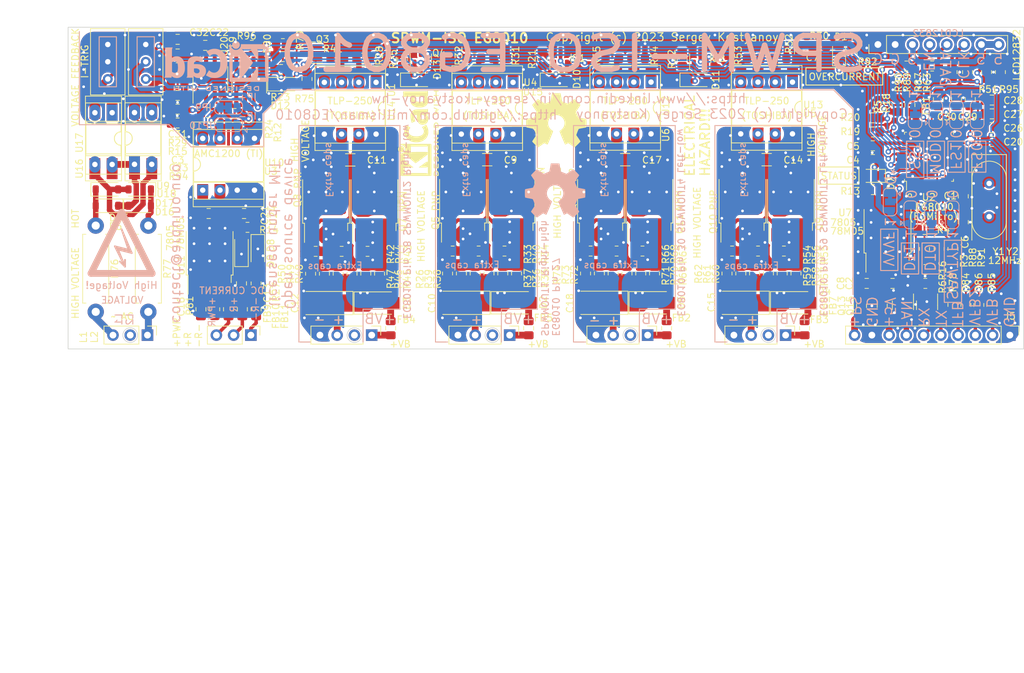
<source format=kicad_pcb>
(kicad_pcb (version 20221018) (generator pcbnew)
  (title_block (title "SPWM-ISO EG8010 Sinusoid inverter") (date "2023-10-22") (rev "2") (company "Copyright (c) 2023, Sergey Kostyanoy <contact@arduino.uno>") (comment 1 "THIS DESIGN IS PROVIDED \"AS IS\", WITHOUT WARRANTY OF ANY KIND - MIT License") (comment 2 "More details in the documentation.") (comment 3 "Full galvanic Isolation, Driver Amplification, UART, VFB2, and Differential Isense.") (comment 4 "This device is not compatible with the EGS002 connector and is a standalone product."))
  (layers (0 "F.Cu" signal) (31 "B.Cu" signal) (34 "B.Paste" user) (35 "F.Paste" user) (36 "B.SilkS" user "B.Silkscreen") (37 "F.SilkS" user "F.Silkscreen") (38 "B.Mask" user) (39 "F.Mask" user) (44 "Edge.Cuts" user))
  (net 0 "")
  (net 1 "GND")
  (net 2 "Net-(U2-OSC2)")
  (net 3 "Net-(J1-Pin_4)")
  (net 4 "/VCC5V0")
  (net 5 "Net-(U2-OSC1)")
  (net 6 "Net-(U1-C)")
  (net 7 "Net-(U1-A)")
  (net 8 "Net-(U20A--)")
  (net 9 "Net-(D2-K)")
  (net 10 "Net-(D3-K)")
  (net 11 "Net-(C3-Pad2)")
  (net 12 "Net-(U10-VDD1)")
  (net 13 "Net-(U10-IN+)")
  (net 14 "Net-(D8-A)")
  (net 15 "Net-(D5-K)")
  (net 16 "Net-(U20A-+)")
  (net 17 "/REF5V0")
  (net 18 "Net-(Q5-B)")
  (net 19 "Net-(Q5-E)")
  (net 20 "Net-(Q6-E)")
  (net 21 "Net-(Q7-B)")
  (net 22 "Net-(Q7-E)")
  (net 23 "Net-(Q8-E)")
  (net 24 "Net-(Q10-B)")
  (net 25 "Net-(Q9-E)")
  (net 26 "Net-(Q10-E)")
  (net 27 "Net-(Q11-B)")
  (net 28 "Net-(Q11-E)")
  (net 29 "Net-(Q12-E)")
  (net 30 "Net-(J2-Pin_4)")
  (net 31 "/DT1")
  (net 32 "/DT0")
  (net 33 "/RXD")
  (net 34 "/TXD")
  (net 35 "/SPWMEN")
  (net 36 "/SPWTYP")
  (net 37 "/FRQSEL0")
  (net 38 "/FRQSEL1")
  (net 39 "/MODSEL")
  (net 40 "/SST")
  (net 41 "/VVVF")
  (net 42 "/VFB")
  (net 43 "/IFB")
  (net 44 "/TFB")
  (net 45 "/FRQVFB2")
  (net 46 "/FANCTR")
  (net 47 "/LEDOUT")
  (net 48 "/LCDCLK")
  (net 49 "/LCDDI")
  (net 50 "/LCDEN")
  (net 55 "Net-(D2-A)")
  (net 56 "Net-(D10-A)")
  (net 63 "Net-(D4-K)")
  (net 64 "Net-(Q2-S)")
  (net 65 "Net-(Q3-S)")
  (net 66 "Net-(Q4-S)")
  (net 67 "Net-(D11-A)")
  (net 68 "Net-(C32-Pad1)")
  (net 69 "Net-(D12-A)")
  (net 70 "Net-(D16-K)")
  (net 71 "Net-(D13-A)")
  (net 72 "Net-(D8-K)")
  (net 73 "Net-(D14-A)")
  (net 74 "Net-(Q1-S)")
  (net 75 "Net-(Q1-D)")
  (net 76 "Net-(Q2-D)")
  (net 77 "Net-(Q3-D)")
  (net 78 "Net-(Q4-D)")
  (net 79 "/ENABLE")
  (net 80 "Net-(U11-VI)")
  (net 81 "Net-(LCD12832-Pin_6)")
  (net 82 "Net-(J3-Pin_4)")
  (net 83 "Net-(LCD12832-Pin_5)")
  (net 84 "Net-(LCD12832-Pin_4)")
  (net 85 "Net-(J4-Pin_4)")
  (net 86 "Net-(D3-A)")
  (net 87 "Net-(D4-A)")
  (net 88 "Net-(D5-A)")
  (net 89 "Net-(J4-Pin_1)")
  (net 90 "Net-(J3-Pin_1)")
  (net 91 "Net-(J2-Pin_1)")
  (net 92 "Net-(J1-Pin_1)")
  (net 94 "Net-(Q13-G)")
  (net 95 "Net-(U7-VI)")
  (net 96 "Net-(D7-A)")
  (net 97 "Net-(J1-Pin_3)")
  (net 99 "Net-(J2-Pin_3)")
  (net 101 "Net-(J3-Pin_3)")
  (net 103 "Net-(J4-Pin_3)")
  (net 104 "Net-(J5-Pin_10)")
  (net 105 "Net-(J5-Pin_5)")
  (net 106 "Net-(J5-Pin_2)")
  (net 107 "Net-(J5-Pin_3)")
  (net 108 "Net-(J5-Pin_4)")
  (net 109 "Net-(J5-Pin_6)")
  (net 110 "Net-(J5-Pin_7)")
  (net 111 "Net-(J5-Pin_8)")
  (net 112 "Net-(JP10-B)")
  (net 113 "Net-(JP9-C)")
  (net 114 "Net-(U15-A)")
  (net 115 "Net-(U15-C)")
  (net 116 "Net-(U13-A)")
  (net 117 "Net-(U13-C)")
  (net 118 "Net-(U12-A)")
  (net 119 "Net-(U12-C)")
  (net 128 "Net-(D15-K)")
  (net 129 "Net-(J7-Pin_3)")
  (net 130 "Net-(D15-A)")
  (net 131 "Net-(D16-A)")
  (net 132 "Net-(R94-Pad1)")
  (net 133 "Net-(FB10-Pad1)")
  (net 134 "Net-(U16-Pad1)")
  (net 135 "Net-(J7-Pin_2)")
  (net 136 "Net-(J7-Pin_1)")
  (net 137 "Net-(J6-Pin_1)")
  (net 139 "Net-(J6-Pin_3)")
  (net 140 "Net-(U19-THR)")
  (net 143 "Net-(FB9-Pad1)")
  (net 144 "Net-(R23-Pad1)")
  (net 145 "Net-(U20B-+)")
  (net 146 "Net-(U20B--)")
  (net 147 "Net-(JP10-A)")
  (net 148 "Net-(JP10-C)")
  (footprint "Resistor_SMD:R_0805_2012Metric_Pad1.20x1.40mm_HandSolder" (layer "F.Cu") (at 114.046 74.744 -90)
    (fp_text reference "R70")
    (fp_text value "4.7")
  )
  (footprint "Capacitor_SMD:C_0805_2012Metric_Pad1.18x1.45mm_HandSolder" (layer "F.Cu") (at 151.13 76.2)
    (fp_text reference "C2")
    (fp_text value "1uF")
  )
  (footprint "Package_TO_SOT_SMD:TO-252-2" (layer "F.Cu") (at 50.552 71.668 90)
    (fp_text reference "U11")
    (fp_text value "7805")
  )
  (footprint "Capacitor_SMD:C_0805_2012Metric_Pad1.18x1.45mm_HandSolder" (layer "F.Cu") (at 157.873198 49.076824 90)
    (fp_text reference "FB1")
    (fp_text value " 600Ω@100MHz")
  )
  (footprint "Resistor_SMD:R_0805_2012Metric_Pad1.20x1.40mm_HandSolder" (layer "F.Cu") (at 61.087 44.704 180)
    (fp_text reference "R23")
    (fp_text value "2.2K")
  )
  (footprint "Resistor_SMD:R_0805_2012Metric_Pad1.20x1.40mm_HandSolder" (layer "F.Cu") (at 163.83 79.375 -90)
    (fp_text reference "R86")
    (fp_text value "10K")
  )
  (footprint "Package_TO_SOT_SMD:TO-252-2" (layer "F.Cu") (at 87.878 63.997998 90)
    (fp_text reference "Q5")
    (fp_text value "PNP")
  )
  (footprint "Resistor_SMD:R_0805_2012Metric_Pad1.20x1.40mm_HandSolder" (layer "F.Cu") (at 160.02 79.375 -90)
    (fp_text reference "R78")
    (fp_text value "10K")
  )
  (footprint "Connector_PinHeader_2.54mm:PinHeader_1x04_P2.54mm_Vertical" (layer "F.Cu") (at 74.422 83.82 -90)
    (fp_text reference "J2" hide)
    (fp_text value "C2.54_01x04_Pin")
  )
  (footprint "Resistor_SMD:R_0805_2012Metric_Pad1.20x1.40mm_HandSolder" (layer "F.Cu") (at 157.988 71.12 90)
    (fp_text reference "R88")
    (fp_text value "470")
  )
  (footprint "Connector_PinHeader_2.54mm:PinHeader_1x04_P2.54mm_Vertical" (layer "F.Cu") (at 135.382 83.82 -90)
    (fp_text reference "J3" hide)
    (fp_text value "C2.54_01x04_Pin")
  )
  (footprint "Resistor_SMD:R_0805_2012Metric_Pad1.20x1.40mm_HandSolder" (layer "F.Cu") (at 73.809098 71.477825)
    (fp_text reference "R43")
    (fp_text value "470")
  )
  (footprint "Capacitor_SMD:C_1206_3216Metric_Pad1.33x1.80mm_HandSolder" (layer "F.Cu") (at 111.76 57.98)
    (fp_text reference "C17")
    (fp_text value "10uF 50V")
  )
  (footprint "Package_DIP:DIP-4_W7.62mm_Socket_LongPads" (layer "F.Cu") (at 36.2 51.064 -90)
    (fp_text reference "U17")
    (fp_text value "EL817")
  )
  (footprint "Capacitor_SMD:C_0805_2012Metric_Pad1.18x1.45mm_HandSolder" (layer "F.Cu") (at 165.747198 55.299824)
    (fp_text reference "C20")
    (fp_text value "100nF")
  )
  (footprint "Capacitor_SMD:C_1206_3216Metric_Pad1.33x1.80mm_HandSolder" (layer "F.Cu") (at 71.269098 58.015825)
    (fp_text reference "C11")
    (fp_text value "10uF 50V")
  )
  (footprint "Capacitor_SMD:C_0805_2012Metric_Pad1.18x1.45mm_HandSolder" (layer "F.Cu") (at 148.221198 55.934824 180)
    (fp_text reference "C5")
    (fp_text value "100nF")
  )
  (footprint "Capacitor_SMD:C_0805_2012Metric_Pad1.18x1.45mm_HandSolder" (layer "F.Cu") (at 161.544 67.183 90)
    (fp_text reference "C6")
    (fp_text value "22pF")
  )
  (footprint "Resistor_SMD:R_0805_2012Metric_Pad1.20x1.40mm_HandSolder" (layer "F.Cu") (at 164.973 45.085 -90)
    (fp_text reference "R51")
    (fp_text value "10K")
  )
  (footprint "Resistor_SMD:R_0805_2012Metric_Pad1.20x1.40mm_HandSolder" (layer "F.Cu") (at 113.666099 43.052999 180)
    (fp_text reference "R64")
    (fp_text value "470")
  )
  (footprint "Resistor_SMD:R_0805_2012Metric_Pad1.20x1.40mm_HandSolder" (layer "F.Cu") (at 75.587098 74.779825 -90)
    (fp_text reference "R45")
    (fp_text value "4.7")
  )
  (footprint "Diode_SMD:D_SOD-123" (layer "F.Cu") (at 101.6 46.228)
    (fp_text reference "D10")
    (fp_text value "1N4148W")
  )
  (footprint "Resistor_SMD:R_0805_2012Metric_Pad1.20x1.40mm_HandSolder" (layer "F.Cu") (at 140.335 41.275 180)
    (fp_text reference "R30")
    (fp_text value "2.2K")
  )
  (footprint "Resistor_THT:R_Axial_DIN0411_L9.9mm_D3.6mm_P12.70mm_Horizontal" (layer "F.Cu") (at 41.529 80.391 90)
    (fp_text reference "R77")
    (fp_text value "100K")
  )
  (footprint "Capacitor_SMD:C_0805_2012Metric_Pad1.18x1.45mm_HandSolder" (layer "F.Cu") (at 55.245 76.2 -90)
    (fp_text reference "C13")
    (fp_text value "1uF")
  )
  (footprint "Capacitor_SMD:C_0805_2012Metric_Pad1.18x1.45mm_HandSolder" (layer "F.Cu") (at 49.911 41.148 180)
    (fp_text reference "C22")
    (fp_text value "100nF")
  )
  (footprint "Capacitor_SMD:C_0805_2012Metric_Pad1.18x1.45mm_HandSolder" (layer "F.Cu") (at 77.216 82.804 90)
    (fp_text reference "FB4")
    (fp_text value " 600Ω@100MHz")
  )
  (footprint "Resistor_SMD:R_0805_2012Metric_Pad1.20x1.40mm_HandSolder" (layer "F.Cu") (at 93.726 74.743998 -90)
    (fp_text reference "R36")
    (fp_text value "4.7")
  )
  (footprint "Package_DIP:DIP-8_W8.89mm_SMDSocket_LongPads" (layer "F.Cu") (at 71.269099 50.395825 -90)
    (fp_text reference "U1")
    (fp_text value "TLP250")
  )
  (footprint "Resistor_SMD:R_0805_2012Metric_Pad1.20x1.40mm_HandSolder" (layer "F.Cu") (at 153.162 44.196 180)
    (fp_text reference "R90")
    (fp_text value "470")
  )
  (footprint "Diode_SMD:D_SMA" (layer "F.Cu") (at 136.663099 79.061999)
    (fp_text reference "D4")
    (fp_text value "US1M")
  )
  (footprint "Resistor_SMD:R_0805_2012Metric_Pad1.20x1.40mm_HandSolder" (layer "F.Cu") (at 56.769 41.148 180)
    (fp_text reference "R96")
    (fp_text value "10K**")
  )
  (footprint "Package_TO_SOT_SMD:TO-252-2" (layer "F.Cu") (at 150.386198 68.420824 90)
    (fp_text reference "U7")
    (fp_text value "7805")
  )
  (footprint "Resistor_SMD:R_0805_2012Metric_Pad1.20x1.40mm_HandSolder" (layer "F.Cu") (at 91.694 74.743998 -90)
    (fp_text reference "R37")
    (fp_text value "4.7")
  )
  (footprint "Resistor_SMD:R_0805_2012Metric_Pad1.20x1.40mm_HandSolder" (layer "F.Cu") (at 45.847 44.45 180)
    (fp_text reference "R29")
    (fp_text value "10K")
  )
  (footprint "Resistor_SMD:R_0805_2012Metric_Pad1.20x1.40mm_HandSolder" (layer "F.Cu") (at 89.662 74.743998 -90)
    (fp_text reference "R38")
    (fp_text value "4.7")
  )
  (footprint "Potentiometer_THT:Potentiometer_Bourns_3296W_Vertical" (layer "F.Cu") (at 35.56 46.101 -90)
    (fp_text reference "RV2" hide)
    (fp_text value "25K")
  )
  (footprint "Package_TO_SOT_SMD:TO-252-2" (layer "F.Cu") (at 94.996 63.997998 90)
    (fp_text reference "Q6")
    (fp_text value "NPN")
  )
  (footprint "Package_TO_SOT_SMD:TO-252-2" (layer "F.Cu") (at 67.707098 64.033825 90)
    (fp_text reference "Q8")
    (fp_text value "PNP")
  )
  (footprint "Diode_SMD:D_SOD-123" (layer "F.Cu") (at 35.433 62.357)
    (fp_text reference "D15")
    (fp_text value "1N4148W")
  )
  (footprint "Capacitor_SMD:C_0805_2012Metric_Pad1.18x1.45mm_HandSolder" (layer "F.Cu") (at 55.372 80.01 -90)
    (fp_text reference "FB10")
    (fp_text value " 600Ω@100MHz")
  )
  (footprint "Resistor_SMD:R_0805_2012Metric_Pad1.20x1.40mm_HandSolder" (layer "F.Cu") (at 126.747098 74.743999 -90)
    (fp_text reference "R62")
    (fp_text value "10K")
  )
  (footprint "Diode_SMD:D_SOD-123" (layer "F.Cu") (at 122.174 46.228)
    (fp_text reference "D11")
    (fp_text value "1N4148W")
  )
  (footprint "Capacitor_SMD:C_0805_2012Metric_Pad1.18x1.45mm_HandSolder" (layer "F.Cu") (at 45.847 50.546 180)
    (fp_text reference "C23")
    (fp_text value "100nF")
  )
  (footprint "Capacitor_Tantalum_SMD:CP_EIA-6032-15_Kemet-U_Pad2.25x2.35mm_HandSolder" (layer "F.Cu") (at 108.214001 79.062 180)
    (fp_text reference "C18")
    (fp_text value "10uF 35V")
  )
  (footprint "Resistor_SMD:R_0805_2012Metric_Pad1.20x1.40mm_HandSolder" (layer "F.Cu") (at 73.555098 74.763825 -90)
    (fp_text reference "R46")
    (fp_text value "4.7")
  )
  (footprint "Resistor_SMD:R_0805_2012Metric_Pad1.20x1.40mm_HandSolder" (layer "F.Cu") (at 127.493098 71.441999)
    (fp_text reference "R54")
    (fp_text value "10K")
  )
  (footprint "Package_TO_SOT_SMD:TO-252-2" (layer "F.Cu") (at 129.027098 63.997999 90)
    (fp_text reference "Q10")
    (fp_text value "PNP")
  )
  (footprint "Capacitor_SMD:C_0805_2012Metric_Pad1.18x1.45mm_HandSolder" (layer "F.Cu") (at 138.176 82.804 90)
    (fp_text reference "FB3")
    (fp_text value " 600Ω@100MHz")
  )
  (footprint "Resistor_SMD:R_0805_2012Metric_Pad1.20x1.40mm_HandSolder" (layer "F.Cu") (at 57.404 76.2 90)
    (fp_text reference "R27")
    (fp_text value "4.7")
  )
  (footprint "Resistor_SMD:R_0805_2012Metric_Pad1.20x1.40mm_HandSolder" (layer "F.Cu") (at 99.568 43.18 -90)
    (fp_text reference "R21")
    (fp_text value "2.2K")
  )
  (footprint "Resistor_SMD:R_0805_2012Metric_Pad1.20x1.40mm_HandSolder" (layer "F.Cu") (at 130.811098 74.743999 -90)
    (fp_text reference "R60")
    (fp_text value "4.7")
  )
  (footprint "Resistor_SMD:R_0805_2012Metric_Pad1.20x1.40mm_HandSolder" (layer "F.Cu") (at 160.02 71.12 90)
    (fp_text reference "R91")
    (fp_text value "470")
  )
  (footprint "Connector_PinHeader_2.54mm:PinHeader_1x03_P2.54mm_Vertical" (layer "F.Cu") (at 41.402 83.82 -90)
    (fp_text reference "J6" hide)
    (fp_text value "VOLTAGE")
  )
  (footprint "Capacitor_SMD:C_0805_2012Metric_Pad1.18x1.45mm_HandSolder" (layer "F.Cu") (at 49.276 80.01 -90)
    (fp_text reference "C16")
    (fp_text value "1uF")
  )
  (footprint "Resistor_SMD:R_0805_2012Metric_Pad1.20x1.40mm_HandSolder" (layer "F.Cu") (at 112.014 74.744 -90)
    (fp_text reference "R71")
    (fp_text value "4.7")
  )
  (footprint "Diode_SMD:D_SMA" (layer "F.Cu") (at 115.834001 79.062)
    (fp_text reference "D5")
    (fp_text value "US1M")
  )
  (footprint "Resistor_SMD:R_0805_2012Metric_Pad1.20x1.40mm_HandSolder" (layer "F.Cu") (at 120.142 43.18 90)
    (fp_text reference "R22")
    (fp_text value "2.2K")
  )
  (footprint "Capacitor_SMD:C_0805_2012Metric_Pad1.18x1.45mm_HandSolder" (layer "F.Cu") (at 137.414 42.164 90)
    (fp_text reference "C7")
    (fp_text value "100nF")
  )
  (footprint "Resistor_SMD:R_0805_2012Metric_Pad1.20x1.40mm_HandSolder" (layer "F.Cu") (at 89.552099 43.052999)
    (fp_text reference "R32")
    (fp_text value "470")
  )
  (footprint "Package_SO:SOIC-8_3.9x4.9mm_P1.27mm" (layer "F.Cu") (at 50.673 46.228 90)
    (fp_text reference "U20")
    (fp_text value "LM358")
  )
  (footprint "Diode_SMD:D_SOD-123" (layer "F.Cu") (at 40.259 64.77)
    (fp_text reference "D16")
    (fp_text value "1N4148W")
  )
  (footprint "Resistor_THT:R_Axial_DIN0411_L9.9mm_D3.6mm_P12.70mm_Horizontal" (layer "F.Cu") (at 33.782 80.391 90)
    (fp_text reference "R76")
    (fp_text value "100K")
  )
  (footprint "Package_DIP:DIP-4_W8.89mm_SMDSocket_LongPads" (layer "F.Cu") (at 34.925 54.864 -90)
    (fp_text reference "U16")
    (fp_text value "EL817")
  )
  (footprint "Resistor_SMD:R_0805_2012Metric_Pad1.20x1.40mm_HandSolder" (layer "F.Cu") (at 151.777198 49.946824 90)
    (fp_text reference "R5")
    (fp_text value "10K")
  )
  (footprint "Capacitor_SMD:C_0805_2012Metric_Pad1.18x1.45mm_HandSolder" (layer "F.Cu") (at 45.847 42.418)
    (fp_text reference "C31")
    (fp_text value "22pF")
  )
  (footprint "Capacitor_SMD:C_0805_2012Metric_Pad1.18x1.45mm_HandSolder" (layer "F.Cu") (at 55.626 65.913)
    (fp_text reference "C24")
    (fp_text value "330pF")
  )
  (footprint "Package_TO_SOT_SMD:SOT-23" (layer "F.Cu") (at 102.235 43.053 90)
    (fp_text reference "Q1")
    (fp_text value "2N7002")
  )
  (footprint "Resistor_SMD:R_0805_2012Metric_Pad1.20x1.40mm_HandSolder" (layer "F.Cu") (at 107.95 74.728 -90)
    (fp_text reference "R73")
    (fp_text value "4.7")
  )
  (footprint "Capacitor_SMD:C_0805_2012Metric_Pad1.18x1.45mm_HandSolder" (layer "F.Cu") (at 57.404 80.01 -90)
    (fp_text reference "FB11")
    (fp_text value " 600Ω@100MHz")
  )
  (footprint "Package_SO:SOIC-8_3.9x4.9mm_P1.27mm" (layer "F.Cu") (at 56.388 46.228 -90)
    (fp_text reference "U19")
    (fp_text value "NE555D")
  )
  (footprint "Resistor_SMD:R_0805_2012Metric_Pad1.20x1.40mm_HandSolder" (layer "F.Cu") (at 50.292 51.054)
    (fp_text reference "R24")
    (fp_text value "10K")
  )
  (footprint "Resistor_SMD:R_0805_2012Metric_Pad1.20x1.40mm_HandSolder" (layer "F.Cu") (at 145.161 42.291 -90)
    (fp_text reference "R92")
    (fp_text value "470")
  )
  (footprint "Capacitor_SMD:C_0805_2012Metric_Pad1.18x1.45mm_HandSolder" (layer "F.Cu") (at 162.572198 49.076824 90)
    (fp_text reference "C29")
    (fp_text value "100nF")
  )
  (footprint "Resistor_SMD:R_0805_2012Metric_Pad1.20x1.40mm_HandSolder" (layer "F.Cu") (at 61.341 42.799)
    (fp_text reference "R79")
    (fp_text value "10K**")
  )
  (footprint "Crystal:Crystal_HC49-4H_Vertical" (layer "F.Cu") (at 165.354 61.485824 -90)
    (fp_text reference "Y2")
    (fp_text value "12Mhz")
  )
  (footprint "Capacitor_SMD:C_1206_3216Metric_Pad1.33x1.80mm_HandSolder" (layer "F.Cu") (at 132.589098 57.979999)
    (fp_text reference "C14")
    (fp_text value "10uF 50V")
  )
  (footprint "Capacitor_SMD:C_0805_2012Metric_Pad1.18x1.45mm_HandSolder" (layer "F.Cu") (at 45.847 40.259)
    (fp_text reference "C32")
    (fp_text value "1uF")
  )
  (footprint "Package_QFP:LQFP-32_7x7mm_P0.8mm" (layer "F.Cu") (at 156.495198 57.550824 90)
    (fp_text reference "U2")
    (fp_text value "EG8010")
  )
  (footprint "Resistor_SMD:R_0805_2012Metric_Pad1.20x1.40mm_HandSolder" (layer "F.Cu") (at 86.344 71.441999)
    (fp_text reference "R33")
    (fp_text value "10K")
  )
  (footprint "Resistor_SMD:R_0805_2012Metric_Pad1.20x1.40mm_HandSolder" (layer "F.Cu") (at 134.494099 43.052999 180)
    (fp_text reference "R52")
    (fp_text value "470")
  )
  (footprint "Diode_SMD:D_SMA" (layer "F.Cu") (at 75.343099 79.097825)
    (fp_text reference "D3")
    (fp_text value "US1M")
  )
  (footprint "Capacitor_SMD:C_0805_2012Metric_Pad1.18x1.45mm_HandSolder" (layer "F.Cu") (at 146.558 79.502 90)
    (fp_text reference "FB6")
    (fp_text value " 600Ω@100MHz")
  )
  (footprint "Resistor_SMD:R_0805_2012Metric_Pad1.20x1.40mm_HandSolder" (layer "F.Cu") (at 65.427098 74.779825 -90)
    (fp_text reference "R50")
    (fp_text value "10K")
  )
  (footprint "Crystal:Crystal_SMD_HC49-SD" (layer "F.Cu") (at 165.354 63.935824 -90)
    (fp_text reference "Y1")
    (fp_text value "12Mhz")
  )
  (footprint "Connector_PinHeader_2.54mm:PinHeader_1x04_P2.54mm_Vertical" (layer "F.Cu") (at 94.742 83.82 -90)
    (fp_text reference "J1" hide)
    (fp_text value "C2.54_01x04_Pin")
  )
  (footprint "Resistor_SMD:R_0805_2012Metric_Pad1.20x1.40mm_HandSolder" (layer "F.Cu") (at 67.459098 74.779825 -90)
    (fp_text reference "R49")
    (fp_text value "4.7")
  )
  (footprint "Resistor_SMD:R_0805_2012Metric_Pad1.20x1.40mm_HandSolder" (layer "F.Cu") (at 51.308 80.01 -90)
    (fp_text reference "R81")
    (fp_text value "4.7")
  )
  (footprint "LED_SMD:LED_0805_2012Metric_Pad1.15x1.40mm_HandSolder" (layer "F.Cu") (at 143.256 42.291 90)
    (fp_text reference "D14")
    (fp_text value "OVC")
  )
  (footprint "Resistor_SMD:R_0805_2012Metric_Pad1.20x1.40mm_HandSolder" (layer "F.Cu") (at 69.364099 43.052999)
    (fp_text reference "R41")
    (fp_text value "470")
  )
  (footprint "Capacitor_SMD:C_0805_2012Metric_Pad1.18x1.45mm_HandSolder" (layer "F.Cu") (at 50.419 65.913 180)
    (fp_text reference "C21")
    (fp_text value "100nF")
  )
  (footprint "Resistor_SMD:R_0805_2012Metric_Pad1.20x1.40mm_HandSolder" (layer "F.Cu") (at 116.078 74.744 -90)
    (fp_text reference "R69")
    (fp_text value "4.7")
  )
  (footprint "Resistor_SMD:R_0805_2012Metric_Pad1.20x1.40mm_HandSolder" (layer "F.Cu") (at 69.999098 71.477825)
    (fp_text reference "R44")
    (fp_text value "470")
  )
  (footprint "Resistor_SMD:R_0805_2012Metric_Pad1.20x1.40mm_HandSolder" (layer "F.Cu") (at 54.229 51.181)
    (fp_text reference "R12")
    (fp_text value "10K")
  )
  (footprint "Resistor_SMD:R_0805_2012Metric_Pad1.20x1.40mm_HandSolder" (layer "F.Cu") (at 90.17 71.441999)
    (fp_text reference "R40")
    (fp_text value "470")
  )
  (footprint "Resistor_SMD:R_0805_2012Metric_Pad1.20x1.40mm_HandSolder" (layer "F.Cu") (at 132.843098 74.743999 -90)
    (fp_text reference "R59")
    (fp_text value "4.7")
  )
  (footprint "Resistor_SMD:R_0805_2012Metric_Pad1.20x1.40mm_HandSolder" (layer "F.Cu") (at 159.893 45.085 -90)
    (fp_text reference "R87")
    (fp_text value "470")
  )
  (footprint "Resistor_SMD:R_0805_2012Metric_Pad1.20x1.40mm_HandSolder" (layer "F.Cu") (at 165.735 79.375 -90)
    (fp_text reference "R85")
    (fp_text value "10K")
  )
  (footprint "Symbol:OSHW-Symbol_8.9x8mm_SilkScreen" (layer "F.Cu") (at 101.6 52.197)
    (fp_text reference "OSHW2" hide)
    (fp_text value "Logo_Open_Hardware_Small" hide)
  )
  (footprint "Package_DIP:DIP-8_W7.62mm_Socket" (layer "F.Cu") (at 115.56 46.559999 -90)
    (fp_text reference "U12")
    (fp_text value "TLP250")
  )
  (footprint "Resistor_SMD:R_0805_2012Metric_Pad1.20x1.40mm_HandSolder" (layer "F.Cu") (at 73.174099 43.052999 180)
    (fp_text reference "R28")
    (fp_text value "470")
  )
  (footprint "Package_DIP:DIP-8_W7.62mm_Socket" (layer "F.Cu") (at 75.069099 46.595825 -90)
    (fp_text reference "U14")
    (fp_text value "TLP250")
  )
  (footprint "Resistor_SMD:R_0805_2012Metric_Pad1.20x1.40mm_HandSolder" (layer "F.Cu") (at 64.897 46.101 -90)
    (fp_text reference "R75")
    (fp_text value "2.2K")
  )
  (footprint "Resistor_SMD:R_0805_2012Metric_Pad1.20x1.40mm_HandSolder" (layer "F.Cu") (at 134.875098 74.743999 -90)
    (fp_text reference "R58")
    (fp_text value "4.7")
  )
  (footprint "Resistor_SMD:R_0805_2012Metric_Pad1.20x1.40mm_HandSolder" (layer "F.Cu") (at 109.982 74.744 -90)
    (fp_text reference "R72")
    (fp_text value "4.7")
  )
  (footprint "Capacitor_SMD:C_0805_2012Metric_Pad1.18x1.45mm_HandSolder" (layer "F.Cu") (at 161.544 63.373 90)
    (fp_text reference "C1")
    (fp_text value "22pF")
  )
  (footprint "Package_DIP:DIP-4_W8.89mm_SMDSocket_LongPads" (layer "F.Cu") (at 40.767 54.864 90)
    (fp_text reference "U9")
    (fp_text value "EL817")
  )
  (footprint "Diode_SMD:D_SOD-123" (layer "F.Cu") (at 40.259 62.357 180)
    (fp_text reference "D17")
    (fp_text value "1N4148W")
  )
  (footprint "Diode_SMD:D_SMA" (layer "F.Cu") (at 95.514001 79.061999)
    (fp_text reference "D2")
    (fp_text value "US1M")
  )
  (footprint "Resistor_SMD:R_0805_2012Metric_Pad1.20x1.40mm_HandSolder" (layer "F.Cu") (at 148.221198 51.816)
    (fp_text reference "R20")
    (fp_text value "10K")
  )
  (footprint "Connector_PinHeader_2.54mm:PinHeader_1x10_P2.54mm_Vertical" (layer "F.Cu") (at 168.402 83.82 -90)
    (fp_text reference "J5")
    (fp_text value "Conn_01x10_Pin")
  )
  (footprint "Capacitor_SMD:C_0805_2012Metric_Pad1.18x1.45mm_HandSolder" (layer "F.Cu") (at 147.32 76.2 180)
    (fp_text reference "C8")
    (fp_text value "100nF")
  )
  (footprint "Connector_PinHeader_2.54mm:PinHeader_1x03_P2.54mm_Vertical" (layer "F.Cu") (at 56.632 83.82 -90)
    (fp_text reference "J7" hide)
    (fp_text value "CURRENT")
  )
  (footprint "Diode_SMD:D_SOD-123" (layer "F.Cu") (at 55.245 71.374 90)
    (fp_text reference "D9")
    (fp_text value "1N4148W")
  )
  (footprint "Package_TO_SOT_SMD:TO-252-2" (layer "F.Cu") (at 136.145098 63.997999 90)
    (fp_text reference "Q9")
    (fp_text value "NPN")
  )
  (footprint "Diode_SMD:D_SOD-123" (layer "F.Cu") (at 35.433 64.77 180)
    (fp_text reference "D6")
    (fp_text value "1N4148W")
  )
  (footprint "Resistor_SMD:R_0805_2012Metric_Pad1.20x1.40mm_HandSolder" (layer "F.Cu") (at 93.98 71.441999)
    (fp_text reference "R34")
    (fp_text value "470")
  )
  (footprint "Package_DIP:DIP-4_W7.62mm_Socket_LongPads" (layer "F.Cu") (at 39.492 58.664 90)
    (fp_text reference "U18")
    (fp_text value "EL817")
  )
  (footprint "Resistor_SMD:R_0805_2012Metric_Pad1.20x1.40mm_HandSolder" (layer "F.Cu") (at 78.994 43.18 90)
    (fp_text reference "R25")
    (fp_text value "2.2K")
  )
  (footprint "Package_DIP:DIP-8_W8.89mm_SMDSocket_LongPads" (layer "F.Cu") (at 132.589099 50.359999 -90)
    (fp_text reference "U5")
    (fp_text value "TLP250")
  )
  (footprint "Capacitor_Tantalum_SMD:CP_EIA-6032-15_Kemet-U_Pad2.25x2.35mm_HandSolder" (layer "F.Cu") (at 129.043099 79.061999 180)
    (fp_text reference "C15")
    (fp_text value "10uF 35V")
  )
  (footprint "Resistor_SMD:R_0805_2012Metric_Pad1.20x1.40mm_HandSolder" (layer "F.Cu") (at 105.918 74.744 -90)
    (fp_text reference "R74")
    (fp_text value "10K")
  )
  (footprint "Resistor_SMD:R_0805_2012Metric_Pad1.20x1.40mm_HandSolder" (layer "F.Cu") (at 85.598 74.743998 -90)
    (fp_text reference "R26")
    (fp_text value "10K")
  )
  (footprint "Package_DIP:DIP-8_W7.62mm_Socket" (layer "F.Cu") (at 49.54 62.474 90)
    (fp_text reference "U10")
    (fp_text value "AMC1200")
  )
  (footprint "Capacitor_Tantalum_SMD:CP_EIA-6032-15_Kemet-U_Pad2.25x2.35mm_HandSolder" (layer "F.Cu") (at 67.723099 79.097825 180)
    (fp_text reference "C12")
    (fp_text value "10uF 35V")
  )
  (footprint "Resistor_SMD:R_0805_2012Metric_Pad1.20x1.40mm_HandSolder" (layer "F.Cu") (at 155.841198 68.253824 180)
    (fp_text reference "R4")
    (fp_text value "10K")
  )
  (footprint "Resistor_SMD:R_0805_2012Metric_Pad1.20x1.40mm_HandSolder" (layer "F.Cu") (at 110.491099 71.443099)
    (fp_text reference "R68")
    (fp_text value "470")
  )
  (footprint "Resistor_SMD:R_0805_2012Metric_Pad1.20x1.40mm_HandSolder" (layer "F.Cu") (at 155.956 76.2 180)
    (fp_text reference "R6")
    (fp_text value "2.2K")
  )
  (footprint "Capacitor_SMD:C_0805_2012Metric_Pad1.18x1.45mm_HandSolder" (layer "F.Cu") (at 165.747198 51.235824)
    (fp_text reference "C27")
    (fp_text value "100nF")
  )
  (footprint "Capacitor_SMD:C_0805_2012Metric_Pad1.18x1.45mm_HandSolder" (layer "F.Cu") (at 160.540198 49.076824 -90)
    (fp_text reference "C30")
    (fp_text value "1uF")
  )
  (footprint "Resistor_SMD:R_0805_2012Metric_Pad1.20x1.40mm_HandSolder" (layer "F.Cu") (at 136.907098 74.743999 -90)
    (fp_text reference "R57")
    (fp_text value "4.7")
  )
  (footprint "Resistor_SMD:R_0805_2012Metric_Pad1.20x1.40mm_HandSolder" (layer "F.Cu") (at 161.925 79.375 -90)
    (fp_text reference "R84")
    (fp_text value "10K")
  )
  (footprint "Capacitor_SMD:C_0805_2012Metric_Pad1.18x1.45mm_HandSolder" (layer "F.Cu") (at 53.34 80.01 -90)
    (fp_text reference "FB9")
    (fp_text value " 600Ω@100MHz")
  )
  (footprint "Capacitor_SMD:C_0805_2012Metric_Pad1.18x1.45mm_HandSolder" (layer "F.Cu") (at 117.856 82.804 90)
    (fp_text reference "FB2")
    (fp_text value " 600Ω@100MHz")
  )
  (footprint "Resistor_SMD:R_0805_2012Metric_Pad1.20x1.40mm_HandSolder" (layer "F.Cu") (at 131.319098 71.441999)
    (fp_text reference "R56")
    (fp_text value "470")
  )
  (footprint "Resistor_SMD:R_0805_2012Metric_Pad1.20x1.40mm_HandSolder" (layer "F.Cu") (at 162.179 45.085 -90)
    (fp_text reference "R63")
    (fp_text value "10K")
  )
  (footprint "Resistor_SMD:R_0805_2012Metric_Pad1.20x1.40mm_HandSolder" (layer "F.Cu") (at 135.129098 71.441999)
    (fp_text reference "R55")
    (fp_text value "470")
  )
  (footprint "Package_DIP:DIP-8_W7.62mm_Socket" (layer "F.Cu") (at 136.389099 46.559999 -90)
    (fp_text reference "U13")
    (fp_text value "TLP250")
  )
  (footprint "Resistor_SMD:R_0805_2012Metric_Pad1.20x1.40mm_HandSolder" (layer "F.Cu") (at 87.63 74.743998 -90)
    (fp_text reference "R39")
    (fp_text value "4.7")
  )
  (footprint "Capacitor_SMD:C_0805_2012Metric_Pad1.18x1.45mm_HandSolder" (layer "F.Cu") (at 148.221198 57.966824 180)
    (fp_text reference "C4")
    (fp_text value "1uF")
  )
  (footprint "Package_DIP:DIP-8_W8.89mm_SMDSocket_LongPads" (layer "F.Cu") (at 111.76 50.359999 -90)
    (fp_text reference "U6")
    (fp_text value "TLP250")
  )
  (footprint "Diode_SMD:D_SOD-123" (layer "F.Cu") (at 81.026 46.228)
    (fp_text reference "D13")
    (fp_text value "1N4148W")
  )
  (footprint "Resistor_SMD:R_0805_2012Metric_Pad1.20x1.40mm_HandSolder" (layer "F.Cu") (at 45.847 52.578)
    (fp_text reference "R94")
    (fp_text value "470")
  )
  (footprint "Capacitor_Tantalum_SMD:CP_EIA-6032-15_Kemet-U_Pad2.25x2.35mm_HandSolder" (layer "F.Cu") (at 87.894001 79.061999 180)
    (fp_text reference "C10")
    (fp_text value "10uF 35V")
  )
  (footprint "Connector_PinHeader_2.54mm:PinHeader_1x04_P2.54mm_Vertical" (layer "F.Cu") (at 115.062 83.82 -90)
    (fp_text reference "J4" hide)
    (fp_text value "C2.54_01x04_Pin")
  )
  (footprint "Resistor_SMD:R_0805_2012Metric_Pad1.20x1.40mm_HandSolder" (layer "F.Cu") (at 69.491098 74.779825 -90)
    (fp_text reference "R48")
    (fp_text value "4.7")
  )
  (footprint "Package_TO_SOT_SMD:TO-252-2" (layer "F.Cu") (at 115.316 63.998 90)
    (fp_text reference "Q11")
    (fp_text value "NPN")
  )
  (footprint "Connector_PinHeader_2.54mm:PinHeader_1x08_P2.54mm_Vertical" (layer "F.Cu") (at 148.971 41.021 90)
    (fp_text reference "LCD12832")
    (fp_text value "C2.54_01x08_Pin")
  )
  (footprint "LED_SMD:LED_0805_2012Metric_Pad1.15x1.40mm_HandSolder" (layer "F.Cu") (at 148.221198 60.360824 180)
    (fp_text reference "D7")
    (fp_text value "STATUS")
  )
  (footprint "Capacitor_SMD:C_0805_2012Metric_Pad1.18x1.45mm_HandSolder" (layer "F.Cu") (at 165.747198 53.267824)
    (fp_text reference "C26")
    (fp_text value "100nF")
  )
  (footprint "Resistor_SMD:R_0805_2012Metric_Pad1.20x1.40mm_HandSolder" (layer "F.Cu") (at 128.779098 74.743999 -90)
    (fp_text reference "R61")
    (fp_text value "4.7")
  )
  (footprint "Package_TO_SOT_SMD:SOT-23" (layer "F.Cu") (at 81.661 43.053 90)
    (fp_text reference "Q4")
    (fp_text value "2N7002")
  )
  (footprint "Resistor_SMD:R_0805_2012Metric_Pad1.20x1.40mm_HandSolder" (layer "F.Cu") (at 95.758 74.743998 -90)
    (fp_text reference "R35")
    (fp_text value "4.7")
  )
  (footprint "Package_TO_SOT_SMD:TO-252-2" (layer "F.Cu") (at 108.198 63.998 90)
    (fp_text reference "Q12")
    (fp_text value "PNP")
  )
  (footprint "Diode_SMD:D_SOD-123" (layer "F.Cu") (at 61.468 46.863)
    (fp_text reference "D12")
    (fp_text value "1N4148W")
  )
  (footprint "Resistor_SMD:R_0805_2012Metric_Pad1.20x1.40mm_HandSolder" (layer "F.Cu") (at 156.956 44.196 180)
    (fp_text reference "R89")
    (fp_text value "470")
  )
  (footprint "Resistor_SMD:R_0805_2012Metric_Pad1.20x1.40mm_HandSolder" (layer "F.Cu") (at 106.664 71.442)
    (fp_text reference "R66")
    (fp_text value "10K")
  )
  (footprint "Package_DIP:DIP-8_W8.89mm_SMDSocket_LongPads" (layer "F.Cu") (at 53.34 58.674 90)
    (fp_text reference "U3")
    (fp_text value "AMC1200")
  )
  (footprint "Resistor_SMD:R_0805_2012Metric_Pad1.20x1.40mm_HandSolder" (layer "F.Cu") (at 153.682198 49.946824 -90)
    (fp_text reference "R18")
    (fp_text value "10K")
  )
  (footprint "Capacitor_SMD:C_1206_3216Metric_Pad1.33x1.80mm_HandSolder" (layer "F.Cu") (at 91.44 57.979999)
    (fp_text reference "C9")
    (fp_text value "10uF 50V")
  )
  (footprint "Resistor_SMD:R_0805_2012Metric_Pad1.20x1.40mm_HandSolder" (layer "F.Cu") (at 56.134 67.945 180)
    (fp_text reference "R14")
    (fp_text value "4.7")
  )
  (footprint "Resistor_SMD:R_0805_2012Metric_Pad1.20x1.40mm_HandSolder" (layer "F.Cu") (at 61.341 40.894 180)
    (fp_text reference "R80")
    (fp_text value "10K")
  )
  (footprint "Capacitor_SMD:C_0805_2012Metric_Pad1.18x1.45mm_HandSolder" (layer "F.Cu") (at 97.536 82.804 90)
    (fp_text reference "FB5")
    (fp_text value " 600Ω@100MHz")
  )
  (footprint "Resistor_SMD:R_0805_2012Metric_Pad1.20x1.40mm_HandSolder" (layer "F.Cu") (at 148.221198 62.392824)
    (fp_text reference "R13")
    (fp_text value "2.2K")
  )
  (footprint "Resistor_SMD:R_0805_2012Metric_Pad1.20x1.40mm_HandSolder" (layer "F.Cu") (at 45.847 46.449)
    (fp_text reference "R15")
    (fp_text value "10K")
  )
  (footprint "Resistor_SMD:R_0805_2012Metric_Pad1.20x1.40mm_HandSolder" (layer "F.Cu") (at 155.829 71.12 -90)
    (fp_text reference "R3")
    (fp_text value "10K")
  )
  (footprint "Resistor_SMD:R_0805_2012Metric_Pad1.20x1.40mm_HandSolder" (layer "F.Cu") (at 130.684099 43.052999)
    (fp_text reference "R53")
    (fp_text value "470")
  )
  (footprint "Resistor_SMD:R_0805_2012Metric_Pad1.20x1.40mm_HandSolder" (layer "F.Cu") (at 66.173098 71.477825)
    (fp_text reference "R42")
    (fp_text value "10K")
  )
  (footprint "Capacitor_SMD:C_0805_2012Metric_Pad1.18x1.45mm_HandSolder" (layer "F.Cu") (at 165.747198 49.203824)
    (fp_text reference "C28")
    (fp_text value "100nF")
  )
  (footprint "Resistor_SMD:R_0805_2012Metric_Pad1.20x1.40mm_HandSolder" (layer "F.Cu") (at 109.856099 43.052999)
    (fp_text reference "R65")
    (fp_text value "470")
  )
  (footprint "Capacitor_SMD:C_0805_2012Metric_Pad1.18x1.45mm_HandSolder" (layer "F.Cu") (at 149.606 79.502 90)
    (fp_text reference "FB7")
    (fp_text value " 600Ω@100MHz")
  )
  (footprint "Resistor_SMD:R_0805_2012Metric_Pad1.20x1.40mm_HandSolder" (layer "F.Cu") (at 114.301099 71.443099)
    (fp_text reference "R67")
    (fp_text value "470")
  )
  (footprint "Resistor_SMD:R_0805_2012Metric_Pad1.20x1.40mm_HandSolder" (layer "F.Cu") (at 71.523098 74.779825 -90)
    (fp_text reference "R47")
    (fp_text value "4.7")
  )
  (footprint "Diode_SMD:D_SOD-123" (layer "F.Cu") (at 57.658 71.374 -90)
    (fp_text reference "D8")
    (fp_text value "1N4148W")
  )
  (footprint "Package_TO_SOT_SMD:SOT-23" (layer "F.Cu") (at 156.21 79.4235 -90)
    (fp_text reference "Q15")
    (fp_text value "2N7002")
  )
  (footprint "Resistor_SMD:R_0805_2012Metric_Pad1.20x1.40mm_HandSolder" (layer "F.Cu") (at 167.005 45.085 -90)
    (fp_text reference "R95")
    (fp_text value "68K")
  )
  (footprint "Package_TO_SOT_SMD:SOT-23" (layer "F.Cu") (at 152.654 79.4235 -90)
    (fp_text reference "Q13")
    (fp_text value "2N7002")
  )
  (footprint "Resistor_SMD:R_0805_2012Metric_Pad1.20x1.40mm_HandSolder" (layer "F.Cu") (at 155.956 74.168)
    (fp_text reference "R16")
    (fp_text value "10K")
  )
  (footprint "Symbol:KiCad-Logo2_5mm_SilkScreen" (layer "F.Cu") (at 81.28 54.102 90)
    (fp_text reference "KICAD2" hide)
    (fp_text value "~" hide)
  )
  (footprint "Capacitor_SMD:C_0805_2012Metric_Pad1.18x1.45mm_HandSolder" (layer "F.Cu") (at 45.847 48.514 180)
    (fp_text reference "C3")
    (fp_text value "22pF")
  )
  (footprint "Potentiometer_THT:Potentiometer_Bourns_3296W_Vertical" (layer "F.Cu") (at 41.148 46.101 -90)
    (fp_text reference "RV1" hide)
    (fp_text value "25K")
  )
  (footprint "Package_TO_SOT_SMD:TO-252-2" (layer "F.Cu") (at 74.825098 64.033825 90)
    (fp_text reference "Q7")
    (fp_text value "NPN")
  )
  (footprint "Resistor_SMD:R_0805_2012Metric_Pad1.20x1.40mm_HandSolder" (layer "F.Cu") (at 93.330099 43.052999 180)
    (fp_text reference "R31")
    (fp_text value "470")
  )
  (footprint "Resistor_SMD:R_0805_2012Metric_Pad1.20x1.40mm_HandSolder" (layer "F.Cu") (at 148.218698 53.902824)
    (fp_text reference "R19")
    (fp_text value "10K")
  )
  (footprint "Package_DIP:DIP-8_W7.62mm_Socket" (layer "F.Cu") (at 95.24 46.595825 -90)
    (fp_text reference "U15")
    (fp_text value "TLP250")
  )
  (footprint "Package_DIP:DIP-8_W8.89mm_SMDSocket_LongPads" (layer "F.Cu") (at 91.44 50.395825 -90)
    (fp_text reference "U4")
    (fp_text value "TLP250")
  )
  (footprint "Package_TO_SOT_SMD:SOT-23" (layer "F.Cu") (at 122.809 43.053 90)
    (fp_text reference "Q2")
    (fp_text value "2N7002")
  )
  (footprint "Package_TO_SOT_SMD:SOT-23" (layer "F.Cu") (at 65.4835 42.23 180)
    (fp_text reference "Q3")
    (fp_text value "2N7002")
  )
  (footprint "Jumper:SolderJumper-3_P1.3mm_Bridged12_RoundedPad1.0x1.5mm" (layer "B.Cu") (at 159.905198 66.094824 90)
    (fp_text reference "JP8" hide)
    (fp_text value "SPWTYP")
  )
  (footprint "Jumper:SolderJumper-3_P1.3mm_Bridged12_RoundedPad1.0x1.5mm" (layer "B.Cu") (at 150.761198 64.200824 -90)
    (fp_text reference "JP5" hide)
    (fp_text value "VVVF")
  )
  (footprint "Jumper:SolderJumper-3_P1.3mm_Bridged12_RoundedPad1.0x1.5mm" (layer "B.Cu") (at 154.444198 51.362824 -90)
    (fp_text reference "JP6" hide)
    (fp_text value "SST")
  )
  (footprint "Jumper:SolderJumper-3_P1.3mm_Bridged12_RoundedPad1.0x1.5mm" (layer "B.Cu") (at 163.588198 51.362824 90)
    (fp_text reference "JP2" hide)
    (fp_text value "FRQSEL0")
  )
  (footprint "Jumper:SolderJumper-3_P1.3mm_Bridged12_RoundedPad1.0x1.5mm" (layer "B.Cu") (at 160.540198 51.362824 90)
    (fp_text reference "JP1" hide)
    (fp_text value "FRQSEL1")
  )
  (footprint "Symbol:KiCad-Logo2_6mm_SilkScreen" (layer "B.Cu") (at 51.569487 43.500848 180)
    (fp_text reference "KICAD1" hide)
    (fp_text value "~" hide)
  )
  (footprint "Jumper:SolderJumper-3_P1.3mm_Bridged12_RoundedPad1.0x1.5mm" (layer "B.Cu") (at 53.34 52.832 180)
    (fp_text reference "JP10")
    (fp_text value "IP-")
  )
  (footprint "Jumper:SolderJumper-3_P1.3mm_Bridged12_RoundedPad1.0x1.5mm" (layer "B.Cu") (at 153.809198 66.094824 90)
    (fp_text reference "JP4" hide)
    (fp_text value "DT1")
  )
  (footprint "Jumper:SolderJumper-3_P1.3mm_Bridged12_RoundedPad1.0x1.5mm" (layer "B.Cu") (at 53.34 50.292)
    (fp_text reference "JP9")
    (fp_text value "IP+")
  )
  (footprint "Symbol:OSHW-Symbol_8.9x8mm_SilkScreen" (layer "B.Cu") (at 101.4476 62.5348 180)
    (fp_text reference "OSHW1" hide)
    (fp_text value "Logo_Open_Hardware_Small" hide)
  )
  (footprint "Symbol:High_Voltage_Logo_10mm" (layer "B.Cu") (at 37.592 70.231 180)
    (fp_text reference "HV1" hide)
    (fp_text value "High Voltage!")
  )
  (footprint "Jumper:SolderJumper-3_P1.3mm_Bridged12_RoundedPad1.0x1.5mm" (layer "B.Cu") (at 156.857198 66.094824 90)
    (fp_text reference "JP3" hide)
    (fp_text value "DT0")
  )
  (footprint "Jumper:SolderJumper-3_P1.3mm_Bridged12_RoundedPad1.0x1.5mm" (layer "B.Cu") (at 157.492198 51.362824 90)
    (fp_text reference "JP7" hide)
    (fp_text value "MODSEL")
  )
  (gr_line locked (start 119.126 80.01) (end 119.126 52.959) (stroke (width 0.15)) (layer "B.SilkS"))
  (gr_rect locked (start 156.232198 55.25765) (end 158.772198 60.59165) (stroke (width 0.15)) (fill none) (layer "B.SilkS"))
  (gr_line locked (start 113.8428 84.836) (end 113.8428 80.01) (stroke (width 0.15)) (layer "B.SilkS"))
  (gr_line (start 47.830062 56.085062) (end 44.599365 52.854365) (stroke (width 0.15)) (layer "B.SilkS"))
  (gr_line locked (start 83.82 52.959) (end 83.82 84.836) (stroke (width 0.15)) (layer "B.SilkS"))
  (gr_line locked (start 98.806 52.959) (end 98.806 59.1312) (stroke (width 0.15)) (layer "B.SilkS"))
  (gr_rect locked (start 153.184198 55.25765) (end 155.724198 60.59165) (stroke (width 0.15)) (fill none) (layer "B.SilkS"))
  (gr_rect (start 39.878 39.878) (end 42.418 47.244) (stroke (width 0.15)) (fill none) (layer "B.SilkS"))
  (gr_line locked (start 78.5876 80.01) (end 78.5876 52.959) (stroke (width 0.15)) (layer "B.SilkS"))
  (gr_line locked (start 93.5228 84.836) (end 93.5228 80.01) (stroke (width 0.15)) (layer "B.SilkS"))
  (gr_line locked (start 104.14 67.1068) (end 104.14 84.836) (stroke (width 0.15)) (layer "B.SilkS"))
  (gr_line locked (start 139.954 52.959) (end 124.968 52.959) (stroke (width 0.15)) (layer "B.SilkS"))
  (gr_line locked (start 73.152 80.01) (end 78.5876 80.01) (stroke (width 0.15)) (layer "B.SilkS"))
  (gr_line locked (start 124.968 52.959) (end 124.968 84.836) (stroke (width 0.15)) (layer "B.SilkS"))
  (gr_line locked (start 134.112 84.836) (end 134.112 80.01) (stroke (width 0.15)) (layer "B.SilkS"))
  (gr_line locked (start 58.5216 56.0832) (end 47.8028 56.0832) (stroke (width 0.15)) (layer "B.SilkS"))
  (gr_line locked (start 98.806 80.01) (end 98.806 67.1068) (stroke (width 0.15)) (layer "B.SilkS"))
  (gr_rect (start 34.29 39.878) (end 36.83 47.244) (stroke (width 0.15)) (fill none) (layer "B.SilkS"))
  (gr_rect locked (start 149.374198 68.21165) (end 151.914198 74.30765) (stroke (width 0.15)) (fill none) (layer "B.SilkS"))
  (gr_line locked (start 78.5876 52.959) (end 63.7032 52.959) (stroke (width 0.15)) (layer "B.SilkS"))
  (gr_line locked (start 145.279492 77.851) (end 145.279492 50.537492) (stroke (width 0.15)) (layer "B.SilkS"))
  (gr_line locked (start 124.968 84.836) (end 126.746 84.836) (stroke (width 0.15)) (layer "B.SilkS"))
  (gr_line locked (start 58.5216 51.181) (end 58.5216 56.0832) (stroke (width 0.15)) (layer "B.SilkS"))
  (gr_line locked (start 63.7032 84.836) (end 65.3796 84.836) (stroke (width 0.15)) (layer "B.SilkS"))
  (gr_line locked (start 142.4432 47.7012) (end 61.976 47.7012) (stroke (width 0.15)) (layer "B.SilkS"))
  (gr_line locked (start 83.82 84.836) (end 85.598 84.836) (stroke (width 0.15)) (layer "B.SilkS"))
  (gr_line locked (start 93.5228 80.01) (end 98.806 80.01) (stroke (width 0.15)) (layer "B.SilkS"))
  (gr_rect locked (start 162.328198 55.25765) (end 164.868198 59.82965) (stroke (width 0.15)) (fill none) (layer "B.SilkS"))
  (gr_line locked (start 119.126 52.959) (end 104.14 52.959) (stroke (width 0.15)) (layer "B.SilkS"))
  (gr_line locked (start 139.954 80.01) (end 139.954 52.959) (stroke (width 0.15)) (layer "B.SilkS"))
  (gr_rect locked (start 159.280198 55.25765) (end 161.820198 59.82965) (stroke (width 0.15)) (fill none) (layer "B.SilkS"))
  (gr_line locked (start 104.14 84.836) (end 105.918 84.836) (stroke (width 0.15)) (layer "B.SilkS"))
  (gr_line locked (start 134.112 80.01) (end 139.954 80.01) (stroke (width 0.15)) (layer "B.SilkS"))
  (gr_line locked (start 104.14 52.959) (end 104.14 59.1312) (stroke (width 0.15)) (layer "B.SilkS"))
  (gr_line locked (start 63.7032 52.959) (end 63.7032 84.836) (stroke (width 0.15)) (layer "B.SilkS"))
  (gr_line locked (start 73.152 84.836) (end 73.152 80.01) (stroke (width 0.15)) (layer "B.SilkS"))
  (gr_line (start 31.369 52.832) (end 31.369 39.116) (stroke (width 0.15)) (layer "B.SilkS"))
  (gr_line locked (start 145.279492 50.537492) (end 142.442773 47.700773) (stroke (width 0.15)) (layer "B.SilkS"))
  (gr_line (start 44.577 52.832) (end 31.369 52.832) (stroke (width 0.15)) (layer "B.SilkS"))
  (gr_rect locked (start 158.75 69.85) (end 161.29 78.994) (stroke (width 0.15)) (fill none) (layer "B.SilkS"))
  (gr_line locked (start 61.976 47.7012) (end 58.517876 51.159324) (stroke (width 0.15)) (layer "B.SilkS"))
  (gr_rect locked (start 152.422198 70.24365) (end 154.962198 74.81565) (stroke (width 0.15)) (fill none) (layer "B.SilkS"))
  (gr_line locked (start 98.806 52.959) (end 83.82 52.959) (stroke (width 0.15)) (layer "B.SilkS"))
  (gr_rect locked (start 155.470198 70.24365) (end 158.010198 74.81565) (stroke (width 0.15)) (fill none) (layer "B.SilkS"))
  (gr_line locked (start 113.8428 80.01) (end 119.126 80.01) (stroke (width 0.15)) (layer "B.SilkS"))
  (gr_circle locked (center 153.67 63.246) (end 153.67 63.5) (stroke (width 0.15)) (fill none) (layer "F.SilkS"))
  (gr_rect locked (start 138.3665 44.45) (end 149.6695 46.99) (stroke (width 0.15)) (fill none) (layer "F.SilkS"))
  (gr_rect locked (start 140.208 59.055) (end 146.177 61.595) (stroke (width 0.15)) (fill none) (layer "F.SilkS"))
  (gr_rect locked (start 29.718 38.481) (end 170.434 85.852) (stroke (width 0.1)) (fill none) (layer "Edge.Cuts"))
  (gr_circle locked (center 132.842 83.82) (end 133.604 84.582) (stroke (width 0.1)) (fill none) (layer "Edge.Cuts"))
  (gr_circle locked (center 112.522 83.82) (end 113.284 84.582) (stroke (width 0.1)) (fill none) (layer "Edge.Cuts"))
  (gr_circle locked (center 38.862 83.82) (end 39.624 84.582) (stroke (width 0.1)) (fill none) (layer "Edge.Cuts"))
  (gr_circle locked (center 92.202 83.82) (end 92.964 84.582) (stroke (width 0.1)) (fill none) (layer "Edge.Cuts"))
  (gr_circle locked (center 71.882 83.82) (end 72.644 84.582) (stroke (width 0.1)) (fill none) (layer "Edge.Cuts"))
  (gr_text locked "L1\nL2" (at 39.37 80.518 90) (layer "B.SilkS") (effects (font (size 1 1)) (justify left bottom mirror)))
  (gr_text locked "Extra caps" (at 108.088099 63.603825 -90) (layer "B.SilkS") (effects (font (size 1 1)) (justify left bottom mirror)))
  (gr_text locked "https://www.linkedin.com/in/sergey-kostyanoy-hw" (at 129.667 49.784) (layer "B.SilkS") (effects (font (size 1.4 1.4) (thickness 0.16)) (justify left bottom mirror)))
  (gr_text locked "EG8010 Pin 28 SPWMOUT2 Right-low" (at 78.994 81.534 -90) (layer "B.SilkS") (effects (font (size 1 1)) (justify left bottom mirror)))
  (gr_text locked "EG8010 Pin 29 SPWMOUT3 Left-high" (at 140.335 81.153 -90) (layer "B.SilkS") (effects (font (size 1 1)) (justify left bottom mirror)))
  (gr_text locked "0" (at 159.026198 63.89365 270) (layer "B.SilkS") (effects (font (size 1.5 1.5) (thickness 0.18)) (justify left bottom mirror)))
  (gr_text locked "Extra caps" (at 87.768099 63.603825 -90) (layer "B.SilkS") (effects (font (size 1 1)) (justify left bottom mirror)))
  (gr_text locked "1" (at 149.882198 67.95765 270) (layer "B.SilkS") (effects (font (size 1.5 1.5) (thickness 0.18)) (justify left bottom mirror)))
  (gr_text locked "FS0" (at 162.582198 59.57565 270) (layer "B.SilkS") (effects (font (size 1.5 1.5) (thickness 0.18)) (justify left bottom mirror)))
  (gr_text locked "VOLTAGE" (at 40.894 79.248) (layer "B.SilkS") (effects (font (size 1 1)) (justify left bottom mirror)))
  (gr_text locked "DT1" (at 152.676198 74.56165 270) (layer "B.SilkS") (effects (font (size 1.5 1.5) (thickness 0.18)) (justify left bottom mirror)))
  (gr_text locked "EG8010 Pin 30 SPWMOUT4 Left-low" (at 119.38 81.153 270) (layer "B.SilkS") (effects (font (size 1 1)) (justify left bottom mirror)))
  (gr_text locked "Extra caps" (at 128.662099 63.603825 -90) (layer "B.SilkS") (effects (font (size 1 1)) (justify left bottom mirror)))
  (gr_text locked "0" (at 152.930198 63.89365 270) (layer "B.SilkS") (effects (font (size 1.5 1.5) (thickness 0.18)) (justify left bottom mirror)))
  (gr_text locked "G" (at 149.86 44.069) (layer "B.SilkS") (effects (font (size 1.5 1.5) (thickness 0.18)) (justify left bottom mirror)))
  (gr_text locked "+PS" (at 144.78 82.931 270) (layer "B.SilkS") (effects (font (size 1.5 1.5) (thickness 0.18)) (justify left bottom mirror)))
  (gr_text locked "licensed under MIT" (at 59.182 79.756 -90) (layer "B.SilkS") (effects (font (size 1.5 1.5) (thickness 0.18)) (justify left bottom mirror)))
  (gr_text locked "5" (at 167.513 44.069) (layer "B.SilkS") (effects (font (size 1.5 1.5) (thickness 0.18)) (justify left bottom mirror)))
  (gr_text locked "Extra caps" (at 73.152 74.168) (layer "B.SilkS") (effects (font (size 1 1)) (justify left bottom mirror)))
  (gr_text locked "1" (at 155.978198 69.73565 270) (layer "B.SilkS") (effects (font (size 1.5 1.5) (thickness 0.18)) (justify left bottom mirror)))
  (gr_text locked "1" (at 159.534198 49.16165 270) (layer "B.SilkS") (effects (font (size 1.5 1.5) (thickness 0.18)) (justify left bottom mirror)))
  (gr_text locked "- +" (at 90.805 80.899 180) (layer "B.SilkS") (effects (font (size 1.4 1.4) (thickness 0.16)) (justify right bottom mirror)))
  (gr_text locked "VVVF" (at 149.628198 73.79965 270) (layer "B.SilkS") (effects (font (size 1.5 1.5) (thickness 0.18)) (justify left bottom mirror)))
  (gr_text locked "DT0" (at 155.724198 74.56165 270) (layer "B.SilkS") (effects (font (size 1.5 1.5) (thickness 0.18)) (justify left bottom mirror)))
  (gr_text locked "VFB" (at 164.846 82.55 270) (layer "B.SilkS") (effects (font (size 1.5 1.5) (thickness 0.18)) (justify left bottom mirror)))
  (gr_text locked "5" (at 154.813 44.069) (layer "B.SilkS") (effects (font (size 1.5 1.5) (thickness 0.18)) (justify left bottom mirror)))
  (gr_text locked "+VB" (at 139.192 82.296) (layer "B.SilkS") (effects (font (size 1.5 1.5) (thickness 0.18)) (justify left bottom mirror)))
  (gr_text locked "SST" (at 153.438198 59.57565 270) (layer "B.SilkS") (effects (font (size 1.5 1.5) (thickness 0.18)) (justify left bottom mirror)))
  (gr_text locked "0" (at 162.582198 55.00365 270) (layer "B.SilkS") (effects (font (size 1.5 1.5) (thickness 0.18)) (justify left bottom mirror)))
  (gr_text locked "0" (at 156.486198 55.00365 270) (layer "B.SilkS") (effects (font (size 1.5 1.5) (thickness 0.18)) (justify left bottom mirror)))
  (gr_text locked "GND" (at 147.193 82.804 270) (layer "B.SilkS") (effects (font (size 1.5 1.5) (thickness 0.18)) (justify left bottom mirror)))
  (gr_text locked "CLK" (at 160.655 46.228 -90) (layer "B.SilkS") (effects (font (size 1.5 1.5) (thickness 0.18)) (justify left bottom mirror)))
  (gr_text locked "+VB" (at 118.872 82.296) (layer "B.SilkS") (effects (font (size 1.5 1.5) (thickness 0.18)) (justify left bottom mirror)))
  (gr_text locked "+VB" (at 98.552 82.296) (layer "B.SilkS") (effects (font (size 1.5 1.5) (thickness 0.18)) (justify left bottom mirror)))
  (gr_text locked "Extra caps" (at 134.493 74.168) (layer "B.SilkS") (effects (font (size 1 1)) (justify left bottom mirror)))
  (gr_text locked "GND" (at 167.386 82.804 270) (layer "B.SilkS") (effects (font (size 1.5 1.5) (thickness 0.18)) (justify left bottom mirror)))
  (gr_text locked "1" (at 152.930198 69.73565 270) (layer "B.SilkS") (effects (font (size 1.5 1.5) (thickness 0.18)) (justify left bottom mirror)))
  (gr_text locked "- +" (at 131.445 80.899 180) (layer "B.SilkS") (effects (font (size 1.4 1.4) (thickness 0.16)) (justify right bottom mirror)))
  (gr_text locked "DC CURRENT" (at 58.674 77.851) (layer "B.SilkS") (effects (font (size 1 1)) (justify left bottom mirror)))
  (gr_text locked "EG8010 Pin 27 \nSPWMOUT1 Right-high" (at 99.314 84.074 -90) (layer "B.SilkS") (effects (font (size 1 1)) (justify left bottom mirror)))
  (gr_text locked "EN" (at 155.575 45.085 -90) (layer "B.SilkS") (effects (font (size 1.5 1.5) (thickness 0.18)) (justify left bottom mirror)))
  (gr_text locked "+5V" (at 149.86 82.931 270) (layer "B.SilkS") (effects (font (size 1.5 1.5) (thickness 0.18)) (justify left bottom mirror)))
  (gr_text locked "+VB" (at 78.105 82.296) (layer "B.SilkS") (effects (font (size 1.5 1.5) (thickness 0.18)) (justify left bottom mirror)))
  (gr_text locked "0" (at 153.438198 55.00365 270) (layer "B.SilkS") (effects (font (size 1.5 1.5) (thickness 0.18)) (justify left bottom mirror)))
  (gr_text locked "Copyright (c) 2023 Sergey Kostyanoy" (at 144.653 52.07) (layer "B.SilkS") (effects (font (size 1.4 1.4) (thickness 0.16)) (justify left bottom mirror)))
  (gr_text locked "5" (at 164.973 44.069) (layer "B.SilkS") (effects (font (size 1.5 1.5) (thickness 0.18)) (justify left bottom mirror)))
  (gr_text locked "Extra caps" (at 93.345 74.041) (layer "B.SilkS") (effects (font (size 1 1)) (justify left bottom mirror)))
  (gr_text locked "DATA" (at 157.988 47.371 -90) (layer "B.SilkS") (effects (font (size 1.5 1.5) (thickness 0.18)) (justify left bottom mirror)))
  (gr_text locked "- +" (at 110.998 81.026 180) (layer "B.SilkS") (effects (font (size 1.4 1.4) (thickness 0.16)) (justify right bottom mirror)))
  (gr_text locked "VFB2" (at 162.306 82.55 270) (layer "B.SilkS") (effects (font (size 1.5 1.5) (thickness 0.18)) (justify left bottom mirror)))
  (gr_text locked "RX" (at 154.813 82.804 270) (layer "B.SilkS") (effects (font (size 1.5 1.5) (thickness 0.18)) (justify left bottom mirror)))
  (gr_text locked "Extra caps" (at 67.596099 63.603825 -90) (layer "B.SilkS") (effects (font (size 1 1)) (justify left bottom mirror)))
  (gr_text locked "1" (at 153.438198 49.16165 270) (layer "B.SilkS") (effects (font (size 1.5 1.5) (thickness 0.18)) (justify left bottom mirror)))
  (gr_text locked "Extra caps" (at 113.792 74.041) (layer "B.SilkS") (effects (font (size 1 1)) (justify left bottom mirror)))
  (gr_text locked "+PWR\n\n+R\n\n-R-" (at 57.912 78.105 90) (layer "B.SilkS") (effects (font (size 1 1)) (justify left bottom mirror)))
  (gr_text locked "LCD12832" (at 157.861 39.37) (layer "B.SilkS") (effects (font (size 1 1)) (justify mirror)))
  (gr_text locked "contact@arduino.uno" (at 44.958 82.169 -90) (layer "B.SilkS") (effects (font (size 1.5 1.5) (thickness 0.18)) (justify left bottom mirror)))
  (gr_text locked "FS1" (at 159.534198 59.57565 270) (layer "B.SilkS") (effects (font (size 1.5 1.5) (thickness 0.18)) (justify left bottom mirror)))
  (gr_text locked "1" (at 156.486198 49.16165 270) (layer "B.SilkS") (effects (font (size 1.5 1.5) (thickness 0.18)) (justify left bottom mirror)))
  (gr_text locked "0" (at 155.978198 63.89365 270) (layer "B.SilkS") (effects (font (size 1.5 1.5) (thickness 0.18)) (justify left bottom mirror)))
  (gr_text locked "0*" (at 149.882198 61.86165 270) (layer "B.SilkS") (effects (font (size 1.5 1.5) (thickness 0.18)) (justify left bottom mirror)))
  (gr_text locked "SPWM-ISO EG8010" (at 147.955 45.339) (layer "B.SilkS") (effects (font (size 5 6) (thickness 0.8)) (justify left bottom mirror)))
  (gr_text locked "Open source device" (at 61.468 80.137 -90) (layer "B.SilkS") (effects (font (size 1.5 1.5) (thickness 0.18)) (justify left bottom mirror)))
  (gr_text locked "SPWTYP" (at 159.004 78.74 270) (layer "B.SilkS") (effects (font (size 1.5 1.5) (thickness 0.18)) (justify left bottom mirror)))
  (gr_text locked "TX" (at 157.353 82.804 270) (layer "B.SilkS") (effects (font (size 1.5 1.5) (thickness 0.18)) (justify left bottom mirror)))
  (gr_text locked "G" (at 152.4 44.069) (layer "B.SilkS") (effects (font (size 1.5 1.5) (thickness 0.18)) (justify left bottom mirror)))
  (gr_text locked "1" (at 162.582198 49.16165 270) (layer "B.SilkS") (effects (font (size 1.5 1.5) (thickness 0.18)) (justify left bottom mirror)))
  (gr_text locked "https://github.com/millisman/EG8010" (at 101.854 52.197) (layer "B.SilkS") (effects (font (size 1.4 1.4) (thickness 0.16)) (justify left bottom mirror)))
  (gr_text locked "FAN" (at 152.273 82.931 270) (layer "B.SilkS") (effects (font (size 1.5 1.5) (thickness 0.18)) (justify left bottom mirror)))
  (gr_text locked "0" (at 159.534198 55.00365 270) (layer "B.SilkS") (effects (font (size 1.5 1.5) (thickness 0.18)) (justify left bottom mirror)))
  (gr_text locked "TFB" (at 159.766 82.804 270) (layer "B.SilkS") (effects (font (size 1.5 1.5) (thickness 0.18)) (justify left bottom mirror)))
  (gr_text locked "- +" (at 70.485 80.899 180) (layer "B.SilkS") (effects (font (size 1.4 1.4) (thickness 0.16)) (justify right bottom mirror)))
  (gr_text locked "MOD" (at 156.486198 60.33765 270) (layer "B.SilkS") (effects (font (size 1.5 1.5) (thickness 0.18)) (justify left bottom mirror)))
  (gr_text locked "1" (at 159.026198 69.73565 270) (layer "B.SilkS") (effects (font (size 1.5 1.5) (thickness 0.18)) (justify left bottom mirror)))
  (gr_text locked "OVERCURRENT" (at 138.684 46.355) (layer "F.SilkS") (effects (font (size 1 1)) (justify left bottom)))
  (gr_text locked "- +" (at 86.106 82.296) (layer "F.SilkS") (effects (font (size 1.4 1.4) (thickness 0.16)) (justify left bottom)))
  (gr_text locked "- +" (at 65.786 82.296) (layer "F.SilkS") (effects (font (size 1.4 1.4) (thickness 0.16)) (justify left bottom)))
  (gr_text locked "TLP-250" (at 67.818 49.911) (layer "F.SilkS") (effects (font (size 1 1)) (justify left bottom)))
  (gr_text locked "L1\nL2" (at 34.163 85.09 90) (layer "F.SilkS") (effects (font (size 1 1)) (justify left bottom)))
  (gr_text "VOLTAGE FEEDBACK" (at 31.369 53.213 90) (layer "F.SilkS") (effects (font (size 1 1)) (justify left bottom)))
  (gr_text locked "7805" (at 45.339 71.501 90) (layer "F.SilkS") (effects (font (size 1 1)) (justify left bottom)))
  (gr_text locked "HIGH VOLTAGE" (at 122.936 72.644 90) (layer "F.SilkS") (effects (font (size 1 1)) (justify left bottom)))
  (gr_text locked "TLP-250" (at 108.331 49.911) (layer "F.SilkS") (effects (font (size 1 1)) (justify left bottom)))
  (gr_text locked "(TOSHIBA)" (at 67.437 52.07) (layer "F.SilkS") (effects (font (size 1 1)) (justify left bottom)))
  (gr_text locked "12MHz" (at 165.1 73.406) (layer "F.SilkS") (effects (font (size 1 1)) (justify left bottom)))
  (gr_text locked "PNP" (at 84.455 65.659 90) (layer "F.SilkS") (effects (font (size 1 1)) (justify left bottom)))
  (gr_text locked "+VB" (at 137.922 85.725) (layer "F.SilkS") (effects (font (size 1 1)) (justify left bottom)))
  (gr_text locked "+VB" (at 76.962 85.725) (layer "F.SilkS") (effects (font (size 1 1)) (justify left bottom)))
  (gr_text locked "STATUS" (at 140.462 60.96) (layer "F.SilkS") (effects (font (size 1 1)) (justify left bottom)))
  (gr_text locked "EG8010" (at 154.305 65.532) (layer "F.SilkS") (effects (font (size 1 1)) (justify left bottom)))
  (gr_text locked "(TOSHIBA)" (at 128.778 52.07) (layer "F.SilkS") (effects (font (size 1 1)) (justify left bottom)))
  (gr_text locked "- +" (at 126.746 82.296) (layer "F.SilkS") (effects (font (size 1.4 1.4) (thickness 0.16)) (justify left bottom)))
  (gr_text locked "HIGH\nVOLTAGE" (at 141.351 57.658 90) (layer "F.SilkS") (effects (font (size 1 1)) (justify left bottom)))
  (gr_text locked "- +" (at 106.299 82.423) (layer "F.SilkS") (effects (font (size 1.4 1.4) (thickness 0.16)) (justify left bottom)))
  (gr_text locked "HIGH\nVOLTAGE" (at 65.278 58.42 90) (layer "F.SilkS") (effects (font (size 1 1)) (justify left bottom)))
  (gr_text locked "+PWR\n+R\n-R-" (at 49.53 85.725 90) (layer "F.SilkS") (effects (font (size 1 1)) (justify left bottom)))
  (gr_text locked "7805" (at 141.859 67.818) (layer "F.SilkS") (effects (font (size 1 1)) (justify left bottom)))
  (gr_text locked "HIGH VOLTAGE" (at 102.362 69.723 90) (layer "F.SilkS") (effects (font (size 1 1)) (justify left bottom)))
  (gr_text locked "+VB" (at 117.602 85.725) (layer "F.SilkS") (effects (font (size 1 1)) (justify left bottom)))
  (gr_text locked "~ AC" (at 35.941 81.661) (layer "F.SilkS") (effects (font (size 1 1)) (justify left bottom)))
  (gr_text locked "(TOSHIBA)" (at 87.757 52.07) (layer "F.SilkS") (effects (font (size 1 1)) (justify left bottom)))
  (gr_text locked "78M05" (at 141.859 69.088) (layer "F.SilkS") (effects (font (size 1 1)) (justify left bottom)))
  (gr_text locked "ELECTRICAL\nHAZARD!!!" (at 124.333 60.579 90) (layer "F.SilkS") (effects (font (size 1.4 1.4) (thickness 0.22)) (justify left bottom)))
  (gr_text locked "TLP-250" (at 88.138 49.911) (layer "F.SilkS") (effects (font (size 1 1)) (justify left bottom)))
  (gr_text locked "PNP" (at 125.349 65.532 90) (layer "F.SilkS") (effects (font (size 1 1)) (justify left bottom)))
  (gr_text locked "PNP" (at 64.135 62.357 90) (layer "F.SilkS") (effects (font (size 1 1)) (justify left bottom)))
  (gr_text locked "HIGH VOLTAGE" (at 82.296 73.152 90) (layer "F.SilkS") (effects (font (size 1 1)) (justify left bottom)))
  (gr_text locked "NPN" (at 140.97 65.659 90) (layer "F.SilkS") (effects (font (size 1 1)) (justify left bottom)))
  (gr_text locked "(TOSHIBA)" (at 107.95 52.07) (layer "F.SilkS") (effects (font (size 1 1)) (justify left bottom)))
  (gr_text locked "Copyright (c) 2023 Sergey Kostyanoy" (at 99.949 40.64) (layer "F.SilkS") (effects (font (size 1.2 1.2) (thickness 0.16)) (justify left bottom)))
  (gr_text locked "NPN" (at 79.629 65.786 90) (layer "F.SilkS") (effects (font (size 1 1)) (justify left bottom)))
  (gr_text "I-TRIG" (at 32.766 46.101 90) (layer "F.SilkS") (effects (font (size 1 1)) (justify left bottom)))
  (gr_text locked "HIGH VOLTAGE" (at 31.369 81.534 90) (layer "F.SilkS") (effects (font (size 1 1)) (justify left bottom)))
  (gr_text locked "NPN" (at 120.269 65.659 90) (layer "F.SilkS") (effects (font (size 1 1)) (justify left bottom)))
  (gr_text locked "78M05" (at 46.863 71.501 90) (layer "F.SilkS") (effects (font (size 1 1)) (justify left bottom)))
  (gr_text locked "PNP" (at 104.648 62.357 90) (layer "F.SilkS") (effects (font (size 1 1)) (justify left bottom)))
  (gr_text locked "+VB" (at 97.282 85.725) (layer "F.SilkS") (effects (font (size 1 1)) (justify left bottom)))
  (gr_text locked "TLP-250" (at 129.159 49.911) (layer "F.SilkS") (effects (font (size 1 1)) (justify left bottom)))
  (gr_text locked "NPN" (at 99.949 62.23 90) (layer "F.SilkS") (effects (font (size 1 1)) (justify left bottom)))
  (gr_text locked "SPWM-ISO EG8010" (at 77.089 40.894) (layer "F.SilkS") (effects (font (size 1.4 1.4) (thickness 0.28) bold) (justify left bottom)))
  (gr_text locked "(EGMicro)" (at 153.416 66.929) (layer "F.SilkS") (effects (font (size 1 1)) (justify left bottom)))
  (gr_text locked "HOT" (at 31.369 68.199 90) (layer "F.SilkS") (effects (font (size 1 1)) (justify left bottom)))
  (gr_text locked "AMC1200 (TI)" (at 48.21 57.664) (layer "F.SilkS") (effects (font (size 1 1)) (justify left bottom)))
  (segment locked (start 154.08894 60.416979) (end 155.324754 59.181165) (width 0.254) (layer "F.Cu") (net 1))
  (segment locked (start 150.839093 49.784) (end 149.352 49.784) (width 0.25) (layer "F.Cu") (net 1))
  (segment locked (start 156.349198 64.100824) (end 156.349198 66.487958) (width 0.254) (layer "F.Cu") (net 1))
  (segment locked (start 155.295198 63.046824) (end 155.295198 61.725824) (width 0.508) (layer "F.Cu") (net 1))
  (segment locked (start 153.25558 79.5505) (end 154.265727 79.5505) (width 0.254) (layer "F.Cu") (net 1))
  (segment locked (start 162.179 57.950824) (end 160.670198 57.950824) (width 0.25) (layer "F.Cu") (net 1))
  (segment locked (start 155.324754 57.273246) (end 156.21 56.388) (width 0.254) (layer "F.Cu") (net 1))
  (segment locked (start 148.209 50.927) (end 148.209 52.578) (width 0.25) (layer "F.Cu") (net 1))
  (segment locked (start 155.579653 50.165) (end 154.808347 50.165) (width 0.25) (layer "F.Cu") (net 1))
  (segment locked (start 151.135771 52.324) (end 151.638 52.324) (width 0.25) (layer "F.Cu") (net 1))
  (segment locked (start 155.295198 60.735022) (end 155.295198 61.725824) (width 0.508) (layer "F.Cu") (net 1))
  (segment (start 47.893 42.418) (end 47.893 44.718) (width 0.25) (layer "F.Cu") (net 1))
  (segment locked (start 148.209 52.578) (end 148.490674 52.859674) (width 0.25) (layer "F.Cu") (net 1))
  (segment (start 48.387 45.212) (end 48.387 45.339) (width 0.25) (layer "F.Cu") (net 1))
  (segment locked (start 156.492889 49.251764) (end 155.579653 50.165) (width 0.25) (layer "F.Cu") (net 1))
  (segment locked (start 58.293 42.545) (end 58.293 43.753) (width 0.254) (layer "F.Cu") (net 1))
  (segment locked (start 155.634332 67.202824) (end 150.428198 67.202824) (width 0.254) (layer "F.Cu") (net 1))
  (segment locked (start 151.638 52.324) (end 152.654 53.34) (width 0.25) (layer "F.Cu") (net 1))
  (segment locked (start 154.808347 50.165) (end 154.591254 49.947907) (width 0.25) (layer "F.Cu") (net 1))
  (segment locked (start 56.896 39.624) (end 56.766777 39.753223) (width 0.254) (layer "F.Cu") (net 1))
  (segment (start 48.387 45.339) (end 49.058326 46.010326) (width 0.25) (layer "F.Cu") (net 1))
  (segment locked (start 155.26 78.556227) (end 155.26 78.486) (width 0.254) (layer "F.Cu") (net 1))
  (segment locked (start 155.324754 59.181165) (end 155.324754 57.273246) (width 0.254) (layer "F.Cu") (net 1))
  (segment locked (start 154.513744 79.302483) (end 155.26 78.556227) (width 0.254) (layer "F.Cu") (net 1))
  (segment locked (start 156.492889 48.796888) (end 156.492889 49.251764) (width 0.25) (layer "F.Cu") (net 1))
  (segment locked (start 151.704 78.486) (end 152.19108 78.486) (width 0.254) (layer "F.Cu") (net 1))
  (segment locked (start 150.600097 52.859674) (end 151.135771 52.324) (width 0.25) (layer "F.Cu") (net 1))
  (segment (start 52.578 49.657) (end 52.578 48.703) (width 0.254) (layer "F.Cu") (net 1))
  (segment (start 53.975 50.038) (end 52.959 50.038) (width 0.254) (layer "F.Cu") (net 1))
  (segment locked (start 58.039 42.291) (end 58.293 42.545) (width 0.254) (layer "F.Cu") (net 1))
  (segment locked (start 154.94 60.379824) (end 156.040374 60.379824) (width 0.508) (layer "F.Cu") (net 1))
  (segment (start 54.567665 52.281665) (end 54.229 51.943) (width 0.254) (layer "F.Cu") (net 1))
  (segment locked (start 58.293 43.753) (end 58.293 45.593) (width 0.508) (layer "F.Cu") (net 1))
  (segment locked (start 57.15 42.291) (end 58.039 42.291) (width 0.254) (layer "F.Cu") (net 1))
  (segment locked (start 148.490674 52.859674) (end 150.600097 52.859674) (width 0.25) (layer "F.Cu") (net 1))
  (segment locked (start 56.766777 39.753223) (end 56.766777 41.907777) (width 0.254) (layer "F.Cu") (net 1))
  (segment (start 52.959 50.038) (end 52.578 49.657) (width 0.254) (layer "F.Cu") (net 1))
  (segment locked (start 57.15 54.229) (end 57.15 53.917777) (width 0.254) (layer "F.Cu") (net 1))
  (segment locked (start 156.040374 60.379824) (end 156.857198 59.563) (width 0.508) (layer "F.Cu") (net 1))
  (segment locked (start 156.349198 66.487958) (end 155.634332 67.202824) (width 0.254) (layer "F.Cu") (net 1))
  (segment (start 47.893 44.718) (end 48.387 45.212) (width 0.25) (layer "F.Cu") (net 1))
  (segment locked (start 152.19108 78.486) (end 153.25558 79.5505) (width 0.254) (layer "F.Cu") (net 1))
  (segment locked (start 152.654 53.34) (end 152.654 53.721) (width 0.25) (layer "F.Cu") (net 1))
  (segment locked (start 149.352 49.784) (end 148.209 50.927) (width 0.25) (layer "F.Cu") (net 1))
  (segment locked (start 154.94 60.379824) (end 155.295198 60.735022) (width 0.508) (layer "F.Cu") (net 1))
  (segment (start 55.513888 52.281665) (end 54.567665 52.281665) (width 0.254) (layer "F.Cu") (net 1))
  (segment locked (start 148.971 41.021) (end 151.511 41.021) (width 1) (layer "F.Cu") (net 1))
  (segment locked (start 154.591254 49.947907) (end 151.003 49.947907) (width 0.25) (layer "F.Cu") (net 1))
  (segment (start 54.229 51.943) (end 54.229 50.292) (width 0.254) (layer "F.Cu") (net 1))
  (segment locked (start 56.766777 41.907777) (end 57.15 42.291) (width 0.254) (layer "F.Cu") (net 1))
  (segment locked (start 155.295198 63.046824) (end 156.349198 64.100824) (width 0.254) (layer "F.Cu") (net 1))
  (segment (start 52.578 48.703) (end 52.578 49.276) (width 0.508) (layer "F.Cu") (net 1))
  (segment locked (start 154.265727 79.5505) (end 154.513744 79.302483) (width 0.254) (layer "F.Cu") (net 1))
  (segment (start 54.229 50.292) (end 53.975 50.038) (width 0.254) (layer "F.Cu") (net 1))
  (segment locked (start 58.293 45.593) (end 57.785 46.101) (width 0.508) (layer "F.Cu") (net 1))
  (segment locked (start 57.15 53.917777) (end 55.513888 52.281665) (width 0.254) (layer "F.Cu") (net 1))
  (segment locked (start 150.428198 67.202824) (end 150.386198 67.160824) (width 0.254) (layer "F.Cu") (net 1))
  (segment locked (start 151.003 49.947907) (end 150.839093 49.784) (width 0.25) (layer "F.Cu") (net 1))
  (segment (start 49.058326 46.010326) (end 49.329924 46.010326) (width 0.25) (layer "F.Cu") (net 1))
  (via locked (at 108.204 39.624) (size 0.8) (drill 0.4) (layers "F.Cu" "B.Cu") (net 1))
  (via locked (at 156.492889 48.796888) (size 0.8) (drill 0.4) (layers "F.Cu" "B.Cu") (net 1))
  (via locked (at 160.274 53.848) (size 0.8) (drill 0.4) (layers "F.Cu" "B.Cu") (net 1))
  (via locked (at 127 46.99) (size 0.8) (drill 0.4) (layers "F.Cu" "B.Cu") (net 1))
  (via (at 43.18 42.672) (size 0.8) (drill 0.4) (layers "F.Cu" "B.Cu") (net 1))
  (via (at 43.561 49.149) (size 0.8) (drill 0.4) (layers "F.Cu" "B.Cu") (net 1))
  (via locked (at 153.416 75.184) (size 0.8) (drill 0.4) (layers "F.Cu" "B.Cu") (net 1))
  (via locked (at 124.968 46.99) (size 0.8) (drill 0.4) (layers "F.Cu" "B.Cu") (net 1))
  (via locked (at 167.652198 54.264824) (size 0.8) (drill 0.4) (layers "F.Cu" "B.Cu") (net 1))
  (via locked (at 76.708 45.466) (size 0.8) (drill 0.4) (layers "F.Cu" "B.Cu") (net 1))
  (via locked (at 161.937198 52.867824) (size 0.8) (drill 0.4) (layers "F.Cu" "B.Cu") (net 1))
  (via locked (at 165.989 75.057) (size 0.8) (drill 0.4) (layers "F.Cu" "B.Cu") (net 1))
  (via locked (at 146.062198 52.994824) (size 0.8) (drill 0.4) (layers "F.Cu" "B.Cu") (net 1))
  (via locked (at 96.774 44.704) (size 0.8) (drill 0.4) (layers "F.Cu" "B.Cu") (net 1))
  (via locked (at 151.384 80.518) (size 0.8) (drill 0.4) (layers "F.Cu" "B.Cu") (net 1))
  (via locked (at 146.05 74.676) (size 0.8) (drill 0.4) (layers "F.Cu" "B.Cu") (net 1))
  (via locked (at 146.062198 65.440824) (size 0.8) (drill 0.4) (layers "F.Cu" "B.Cu") (net 1))
  (via locked (at 147.32 39.624) (size 0.8) (drill 0.4) (layers "F.Cu" "B.Cu") (net 1))
  (via locked (at 169.164 56.388) (size 0.8) (drill 0.4) (layers "F.Cu" "B.Cu") (net 1))
  (via (at 43.815 51.562) (size 0.8) (drill 0.4) (layers "F.Cu" "B.Cu") (net 1))
  (via locked (at 156.21 56.388) (size 0.8) (drill 0.4) (layers "F.Cu" "B.Cu") (net 1))
  (via locked (at 146.062198 56.931824) (size 0.8) (drill 0.4) (layers "F.Cu" "B.Cu") (net 1))
  (via (at 47.893 42.418) (size 0.8) (drill 0.4) (layers "F.Cu" "B.Cu") (net 1))
  (via locked (at 162.687 42.418) (size 0.8) (drill 0.4) (layers "F.Cu" "B.Cu") (net 1))
  (via locked (at 153.362836 76.496135) (size 0.8) (drill 0.4) (layers "F.Cu" "B.Cu") (net 1))
  (via locked (at 169.164 65.532) (size 0.8) (drill 0.4) (layers "F.Cu" "B.Cu") (net 1))
  (via locked (at 63.5 39.624) (size 0.8) (drill 0.4) (layers "F.Cu" "B.Cu") (net 1))
  (via locked (at 155.918609 75.135649) (size 0.8) (drill 0.4) (layers "F.Cu" "B.Cu") (net 1))
  (via locked (at 156.718 46.482) (size 0.8) (drill 0.4) (layers "F.Cu" "B.Cu") (net 1))
  (via locked (at 154.513744 79.302483) (size 0.8) (drill 0.4) (layers "F.Cu" "B.Cu") (net 1))
  (via locked (at 146.062198 69.504824) (size 0.8) (drill 0.4) (layers "F.Cu" "B.Cu") (net 1))
  (via locked (at 152.4 64.897) (size 0.8) (drill 0.4) (layers "F.Cu" "B.Cu") (net 1))
  (via locked (at 161.925 69.342) (size 0.8) (drill 0.4) (layers "F.Cu" "B.Cu") (net 1))
  (via (at 43.18 39.624) (size 0.8) (drill 0.4) (layers "F.Cu" "B.Cu") (net 1))
  (via locked (at 81.026 46.99) (size 0.8) (drill 0.4) (layers "F.Cu" "B.Cu") (net 1))
  (via locked (at 141.732 45.466) (size 0.8) (drill 0.4) (layers "F.Cu" "B.Cu") (net 1))
  (via locked (at 147.32 41.529) (size 0.8) (drill 0.4) (layers "F.Cu" "B.Cu") (net 1))
  (via locked (at 146.062198 50.581824) (size 0.8) (drill 0.4) (layers "F.Cu" "B.Cu") (net 1))
  (via locked (at 153.924 81.534) (size 0.8) (drill 0.4) (layers "F.Cu" "B.Cu") (net 1))
  (via (at 37.846 52.324) (size 0.8) (drill 0.4) (layers "F.Cu" "B.Cu") (net 1))
  (via locked (at 163.068 39.624) (size 0.8) (drill 0.4) (layers "F.Cu" "B.Cu") (net 1))
  (via locked (at 102.616 39.624) (size 0.8) (drill 0.4) (layers "F.Cu" "B.Cu") (net 1))
  (via locked (at 166.497 65.024) (size 0.8) (drill 0.4) (layers "F.Cu" "B.Cu") (net 1))
  (via (at 38.1 39.624) (size 0.8) (drill 0.4) (layers "F.Cu" "B.Cu") (net 1))
  (via locked (at 119.38 46.228) (size 0.8) (drill 0.4) (layers "F.Cu" "B.Cu") (net 1))
  (via locked (at 163.068 61.482) (size 0.8) (drill 0.4) (layers "F.Cu" "B.Cu") (net 1))
  (via locked (at 152.654 39.624) (size 0.8) (drill 0.4) (layers "F.Cu" "B.Cu") (net 1))
  (via locked (at 167.64 48.006) (size 0.8) (drill 0.4) (layers "F.Cu" "B.Cu") (net 1))
  (via locked (at 169.164 78.74) (size 0.8) (drill 0.4) (layers "F.Cu" "B.Cu") (net 1))
  (via locked (at 151.892 82.804) (size 0.8) (drill 0.4) (layers "F.Cu" "B.Cu") (net 1))
  (via locked (at 152.158198 71.536824) (size 0.8) (drill 0.4) (layers "F.Cu" "B.Cu") (net 1))
  (via (at 32.004 47.244) (size 0.8) (drill 0.4) (layers "F.Cu" "B.Cu") (net 1))
  (via locked (at 159.766 77.216) (size 0.8) (drill 0.4) (layers "F.Cu" "B.Cu") (net 1))
  (via locked (at 154.7025 46.5305) (size 0.8) (drill 0.4) (layers "F.Cu" "B.Cu") (net 1))
  (via locked (at 156.180306 78.885843) (size 0.8) (drill 0.4) (layers "F.Cu" "B.Cu") (net 1))
  (via locked (at 169.164 62.484) (size 0.8) (drill 0.4) (layers "F.Cu" "B.Cu") (net 1))
  (via locked (at 151.579971 74.93) (size 0.8) (drill 0.4) (layers "F.Cu" "B.Cu") (net 1))
  (via locked (at 146.685 47.879) (size 0.8) (drill 0.4) (layers "F.Cu" "B.Cu") (net 1))
  (via locked (at 169.164 68.58) (size 0.8) (drill 0.4) (layers "F.Cu" "B.Cu") (net 1))
  (via (at 38.608 44.704) (size 0.8) (drill 0.4) (layers "F.Cu" "B.Cu") (net 1))
  (via (at 49.329924 46.010326) (size 0.8) (drill 0.4) (layers "F.Cu" "B.Cu") (net 1))
  (via locked (at 159.351035 63.782496) (size 0.8) (drill 0.4) (layers "F.Cu" "B.Cu") (net 1))
  (via locked (at 146.062198 71.536824) (size 0.8) (drill 0.4) (layers "F.Cu" "B.Cu") (net 1))
  (via locked (at 169.164 73.152) (size 0.8) (drill 0.4) (layers "F.Cu" "B.Cu") (net 1))
  (via locked (at 137.922 46.99) (size 0.8) (drill 0.4) (layers "F.Cu" "B.Cu") (net 1))
  (via locked (at 157.988 39.624) (size 0.8) (drill 0.4) (layers "F.Cu" "B.Cu") (net 1))
  (via (at 52.197 47.276) (size 0.8) (drill 0.4) (layers "F.Cu" "B.Cu") (net 1))
  (via locked (at 152.666198 61.249824) (size 0.8) (drill 0.4) (layers "F.Cu" "B.Cu") (net 1))
  (via locked (at 59.280786 48.239616) (size 0.8) (drill 0.4) (layers "F.Cu" "B.Cu") (net 1))
  (via locked (at 163.957 71.882) (size 0.8) (drill 0.4) (layers "F.Cu" "B.Cu") (net 1))
  (via locked (at 164.549694 47.836694) (size 0.8) (drill 0.4) (layers "F.Cu" "B.Cu") (net 1))
  (via (at 54.356 40.64) (size 0.8) (drill 0.4) (layers "F.Cu" "B.Cu") (net 1))
  (via locked (at 166.497 62.992) (size 0.8) (drill 0.4) (layers "F.Cu" "B.Cu") (net 1))
  (via locked (at 162.56 75.946) (size 0.8) (drill 0.4) (layers "F.Cu" "B.Cu") (net 1))
  (via locked (at 150.544051 61.863014) (size 0.8) (drill 0.4) (layers "F.Cu" "B.Cu") (net 1))
  (via locked (at 80.264 39.624) (size 0.8) (drill 0.4) (layers "F.Cu" "B.Cu") (net 1))
  (via locked (at 117.094 46.99) (size 0.8) (drill 0.4) (layers "F.Cu" "B.Cu") (net 1))
  (via locked (at 167.652198 52.232824) (size 0.8) (drill 0.4) (layers "F.Cu" "B.Cu") (net 1))
  (via locked (at 152.913564 47.757564) (size 0.8) (drill 0.4) (layers "F.Cu" "B.Cu") (net 1))
  (via locked (at 150.380198 69.504824) (size 0.8) (drill 0.4) (layers "F.Cu" "B.Cu") (net 1))
  (via locked (at 98.806 45.466) (size 0.8) (drill 0.4) (layers "F.Cu" "B.Cu") (net 1))
  (via locked (at 146.062198 59.217824) (size 0.8) (drill 0.4) (layers "F.Cu" "B.Cu") (net 1))
  (via locked (at 169.164 82.042) (size 0.8) (drill 0.4) (layers "F.Cu" "B.Cu") (net 1))
  (via (at 32.004 44.704) (size 0.8) (drill 0.4) (layers "F.Cu" "B.Cu") (net 1))
  (via locked (at 61.126817 47.769436) (size 0.8) (drill 0.4) (layers "F.Cu" "B.Cu") (net 1))
  (via locked (at 167.132 77.724) (size 0.8) (drill 0.4) (layers "F.Cu" "B.Cu") (net 1))
  (via locked (at 124.968 39.624) (size 0.8) (drill 0.4) (layers "F.Cu" "B.Cu") (net 1))
  (via (at 35.052 48.26) (size 0.8) (drill 0.4) (layers "F.Cu" "B.Cu") (net 1))
  (via locked (at 154.08894 60.416979) (size 0.8) (drill 0.4) (layers "F.Cu" "B.Cu") (net 1))
  (via locked (at 153.797 54.864) (size 0.8) (drill 0.4) (layers "F.Cu" "B.Cu") (net 1))
  (via locked (at 162.814 65.151) (size 0.8) (drill 0.4) (layers "F.Cu" "B.Cu") (net 1))
  (via (at 45.764206 45.353827) (size 0.8) (drill 0.4) (layers "F.Cu" "B.Cu") (net 1))
  (via locked (at 150.126198 71.536824) (size 0.8) (drill 0.4) (layers "F.Cu" "B.Cu") (net 1))
  (via locked (at 146.062198 54.899824) (size 0.8) (drill 0.4) (layers "F.Cu" "B.Cu") (net 1))
  (via locked (at 156.21 82.042) (size 0.8) (drill 0.4) (layers "F.Cu" "B.Cu") (net 1))
  (via locked (at 147.967198 67.218824) (size 0.8) (drill 0.4) (layers "F.Cu" "B.Cu") (net 1))
  (via locked (at 161.022407 45.097395) (size 0.8) (drill 0.4) (layers "F.Cu" "B.Cu") (net 1))
  (via locked (at 169.164 67.056) (size 0.8) (drill 0.4) (layers "F.Cu" "B.Cu") (net 1))
  (via locked (at 74.676 39.624) (size 0.8) (drill 0.4) (layers "F.Cu" "B.Cu") (net 1))
  (via locked (at 56.896 39.624) (size 0.8) (drill 0.4) (layers "F.Cu" "B.Cu") (net 1))
  (via locked (at 165.553076 56.711423) (size 0.8) (drill 0.4) (layers "F.Cu" "B.Cu") (net 1))
  (via locked (at 166.497 71.882) (size 0.8) (drill 0.4) (layers "F.Cu" "B.Cu") (net 1))
  (via locked (at 169.164 64.008) (size 0.8) (drill 0.4) (layers "F.Cu" "B.Cu") (net 1))
  (via locked (at 153.159247 63.364024) (size 0.8) (drill 0.4) (layers "F.Cu" "B.Cu") (net 1))
  (via locked (at 85.852 46.99) (size 0.8) (drill 0.4) (layers "F.Cu" "B.Cu") (net 1))
  (via locked (at 156.476198 54.772824) (size 0.8) (drill 0.4) (layers "F.Cu" "B.Cu") (net 1))
  (via locked (at 151.173026 47.688025) (size 0.8) (drill 0.4) (layers "F.Cu" "B.Cu") (net 1))
  (via locked (at 150.380198 67.218824) (size 0.8) (drill 0.4) (layers "F.Cu" "B.Cu") (net 1))
  (via locked (at 130.556 39.624) (size 0.8) (drill 0.4) (layers "F.Cu" "B.Cu") (net 1))
  (via (at 45.835377 49.546237) (size 0.8) (drill 0.4) (layers "F.Cu" "B.Cu") (net 1))
  (via locked (at 146.062198 63.408824) (size 0.8) (drill 0.4) (layers "F.Cu" "B.Cu") (net 1))
  (via (at 45.78545 51.515319) (size 0.8) (drill 0.4) (layers "F.Cu" "B.Cu") (net 1))
  (via locked (at 106.172 46.99) (size 0.8) (drill 0.4) (layers "F.Cu" "B.Cu") (net 1))
  (via locked (at 161.544 71.882) (size 0.8) (drill 0.4) (layers "F.Cu" "B.Cu") (net 1))
  (via locked (at 169.164 59.436) (size 0.8) (drill 0.4) (layers "F.Cu" "B.Cu") (net 1))
  (via (at 48.26 39.624) (size 0.8) (drill 0.4) (layers "F.Cu" "B.Cu") (net 1))
  (via locked (at 57.882424 52.055279) (size 0.8) (drill 0.4) (layers "F.Cu" "B.Cu") (net 1))
  (via locked (at 152.793198 69.504824) (size 0.8) (drill 0.4) (layers "F.Cu" "B.Cu") (net 1))
  (via locked (at 162.814 63.5) (size 0.8) (drill 0.4) (layers "F.Cu" "B.Cu") (net 1))
  (via locked (at 96.774 46.99) (size 0.8) (drill 0.4) (layers "F.Cu" "B.Cu") (net 1))
  (via locked (at 78.232 45.466) (size 0.8) (drill 0.4) (layers "F.Cu" "B.Cu") (net 1))
  (via locked (at 146.062198 67.472824) (size 0.8) (drill 0.4) (layers "F.Cu" "B.Cu") (net 1))
  (via locked (at 57.785 46.101) (size 0.8) (drill 0.4) (layers "F.Cu" "B.Cu") (net 1))
  (via locked (at 169.164 50.8) (size 0.8) (drill 0.4) (layers "F.Cu" "B.Cu") (net 1))
  (via locked (at 137.922 45.466) (size 0.8) (drill 0.4) (layers "F.Cu" "B.Cu") (net 1))
  (via locked (at 151.268622 77.241639) (size 0.8) (drill 0.4) (layers "F.Cu" "B.Cu") (net 1))
  (via locked (at 152.654 53.721) (size 0.8) (drill 0.4) (layers "F.Cu" "B.Cu") (net 1))
  (via (at 37.846 49.022) (size 0.8) (drill 0.4) (layers "F.Cu" "B.Cu") (net 1))
  (via locked (at 165.99293 45.092776) (size 0.8) (drill 0.4) (layers "F.Cu" "B.Cu") (net 1))
  (via locked (at 146.062198 61.376824) (size 0.8) (drill 0.4) (layers "F.Cu" "B.Cu") (net 1))
  (via locked (at 159.272354 59.177215) (size 0.8) (drill 0.4) (layers "F.Cu" "B.Cu") (net 1))
  (via locked (at 165.481 42.418) (size 0.8) (drill 0.4) (layers "F.Cu" "B.Cu") (net 1))
  (via locked (at 147.967198 69.504824) (size 0.8) (drill 0.4) (layers "F.Cu" "B.Cu") (net 1))
  (via locked (at 151.180291 46.605508) (size 0.8) (drill 0.4) (layers "F.Cu" "B.Cu") (net 1))
  (via locked (at 76.708 46.99) (size 0.8) (drill 0.4) (layers "F.Cu" "B.Cu") (net 1))
  (via (at 47.498 54.61) (size 0.8) (drill 0.4) (layers "F.Cu" "B.Cu") (net 1))
  (via locked (at 159.766 73.914) (size 0.8) (drill 0.4) (layers "F.Cu" "B.Cu") (net 1))
  (via locked (at 148.59 82.296) (size 0.8) (drill 0.4) (layers "F.Cu" "B.Cu") (net 1))
  (via locked (at 141.732 39.624) (size 0.8) (drill 0.4) (layers "F.Cu" "B.Cu") (net 1))
  (via locked (at 161.552408 48.850487) (size 0.8) (drill 0.4) (layers "F.Cu" "B.Cu") (net 1))
  (via locked (at 148.082 79.502) (size 0.8) (drill 0.4) (layers "F.Cu" "B.Cu") (net 1))
  (via locked (at 152.4 66.04) (size 0.8) (drill 0.4) (layers "F.Cu" "B.Cu") (net 1))
  (via locked (at 69.088 39.624) (size 0.8) (drill 0.4) (layers "F.Cu" "B.Cu") (net 1))
  (via locked (at 169.164 60.96) (size 0.8) (drill 0.4) (layers "F.Cu" "B.Cu") (net 1))
  (via locked (at 168.021 42.418) (size 0.8) (drill 0.4) (layers "F.Cu" "B.Cu") (net 1))
  (via (at 32.004 42.164) (size 0.8) (drill 0.4) (layers "F.Cu" "B.Cu") (net 1))
  (via locked (at 84.074 45.974) (size 0.8) (drill 0.4) (layers "F.Cu" "B.Cu") (net 1))
  (via locked (at 162.56 67.183) (size 0.8) (drill 0.4) (layers "F.Cu" "B.Cu") (net 1))
  (via (at 51.816 39.624) (size 0.8) (drill 0.4) (layers "F.Cu" "B.Cu") (net 1))
  (via locked (at 157.353 57.658) (size 0.8) (drill 0.4) (layers "F.Cu" "B.Cu") (net 1))
  (via locked (at 167.652198 50.200824) (size 0.8) (drill 0.4) (layers "F.Cu" "B.Cu") (net 1))
  (via locked (at 102.108 46.736) (size 0.8) (drill 0.4) (layers "F.Cu" "B.Cu") (net 1))
  (via locked (at 143.51 46.99) (size 0.8) (drill 0.4) (layers "F.Cu" "B.Cu") (net 1))
  (via locked (at 152.654 78.486) (size 0.8) (drill 0.4) (layers "F.Cu" "B.Cu") (net 1))
  (via locked (at 97.028 39.624) (size 0.8) (drill 0.4) (layers "F.Cu" "B.Cu") (net 1))
  (via locked (at 148.133277 56.950824) (size 0.8) (drill 0.4) (layers "F.Cu" "B.Cu") (net 1))
  (via locked (at 136.144 39.624) (size 0.8) (drill 0.4) (layers "F.Cu" "B.Cu") (net 1))
  (via (at 43.18 44.704) (size 0.8) (drill 0.4) (layers "F.Cu" "B.Cu") (net 1))
  (via locked (at 159.258 57.658) (size 0.8) (drill 0.4) (layers "F.Cu" "B.Cu") (net 1))
  (via locked (at 163.449 59.563) (size 0.8) (drill 0.4) (layers "F.Cu" "B.Cu") (net 1))
  (via locked (at 119.38 39.624) (size 0.8) (drill 0.4) (layers "F.Cu" "B.Cu") (net 1))
  (via locked (at 156.857198 59.563) (size 0.8) (drill 0.4) (layers "F.Cu" "B.Cu") (net 1))
  (via locked (at 55.753 45.72) (size 0.8) (drill 0.4) (layers "F.Cu" "B.Cu") (net 1))
  (via locked (at 113.792 39.624) (size 0.8) (drill 0.4) (layers "F.Cu" "B.Cu") (net 1))
  (via locked (at 155.295198 63.046824) (size 0.8) (drill 0.4) (layers "F.Cu" "B.Cu") (net 1))
  (via locked (at 169.164 45.212) (size 0.8) (drill 0.4) (layers "F.Cu" "B.Cu") (net 1))
  (via locked (at 154.432 82.804) (size 0.8) (drill 0.4) (layers "F.Cu" "B.Cu") (net 1))
  (via locked (at 166.878 82.042) (size 0.8) (drill 0.4) (layers "F.Cu" "B.Cu") (net 1))
  (via locked (at 85.852 39.624) (size 0.8) (drill 0.4) (layers "F.Cu" "B.Cu") (net 1))
  (via locked (at 159.131 54.864) (size 0.8) (drill 0.4) (layers "F.Cu" "B.Cu") (net 1))
  (via locked (at 146.812 82.296) (size 0.8) (drill 0.4) (layers "F.Cu" "B.Cu") (net 1))
  (via locked (at 91.44 39.624) (size 0.8) (drill 0.4) (layers "F.Cu" "B.Cu") (net 1))
  (via locked (at 147.967198 65.440824) (size 0.8) (drill 0.4) (layers "F.Cu" "B.Cu") (net 1))
  (via locked (at 162.179 57.950824) (size 0.8) (drill 0.4) (layers "F.Cu" "B.Cu") (net 1))
  (via locked (at 158.473254 46.151468) (size 0.8) (drill 0.4) (layers "F.Cu" "B.Cu") (net 1))
  (segment locked (start 151.269198 59.598824) (end 150.634198 59.598824) (width 0.25) (layer "B.Cu") (net 1))
  (segment locked (start 156.492889 48.796888) (end 156.210001 48.514) (width 0.254) (layer "B.Cu") (net 1))
  (segment locked (start 61.214 44.704) (end 61.976 45.466) (width 0.25) (layer "B.Cu") (net 1))
  (segment locked (start 164.858198 49.203824) (end 164.858198 51.996824) (width 0.254) (layer "B.Cu") (net 1))
  (segment (start 49.529757 47.771012) (end 50.272988 47.771012) (width 0.254) (layer "B.Cu") (net 1))
  (segment locked (start 61.976 46.920253) (end 61.126817 47.769436) (width 0.25) (layer "B.Cu") (net 1))
  (segment (start 53.086 45.593) (end 49.74725 45.593) (width 0.25) (layer "B.Cu") (net 1))
  (segment locked (start 156.857198 59.563) (end 156.416198 59.122) (width 0.25) (layer "B.Cu") (net 1))
  (segment locked (start 153.289 49.276) (end 153.289 54.356) (width 0.254) (layer "B.Cu") (net 1))
  (segment locked (start 55.753 45.339) (end 56.388 44.704) (width 0.25) (layer "B.Cu") (net 1))
  (segment locked (start 152.654 53.721) (end 153.797 54.864) (width 0.254) (layer "B.Cu") (net 1))
  (segment locked (start 164.858198 51.996824) (end 164.192198 52.662824) (width 0.254) (layer "B.Cu") (net 1))
  (segment locked (start 157.959112 48.796888) (end 158.662676 48.093324) (width 0.254) (layer "B.Cu") (net 1))
  (segment locked (start 164.192198 52.662824) (end 163.588198 52.662824) (width 0.254) (layer "B.Cu") (net 1))
  (segment locked (start 154.7025 46.5305) (end 155.084824 46.912824) (width 0.254) (layer "B.Cu") (net 1))
  (segment (start 55.753 45.72) (end 55.118 46.355) (width 0.25) (layer "B.Cu") (net 1))
  (segment locked (start 149.401198 58.365824) (end 146.914198 58.365824) (width 0.25) (layer "B.Cu") (net 1))
  (segment (start 52.197 47.276) (end 52.419 47.498) (width 0.254) (layer "B.Cu") (net 1))
  (segment locked (start 150.634198 59.598824) (end 149.401198 58.365824) (width 0.25) (layer "B.Cu") (net 1))
  (segment (start 49.74725 45.593) (end 49.329924 46.010326) (width 0.25) (layer "B.Cu") (net 1))
  (segment locked (start 58.53917 47.498) (end 59.280786 48.239616) (width 0.254) (layer "B.Cu") (net 1))
  (segment (start 50.768 47.276) (end 52.197 47.276) (width 0.254) (layer "B.Cu") (net 1))
  (segment locked (start 156.492889 48.796888) (end 157.959112 48.796888) (width 0.254) (layer "B.Cu") (net 1))
  (segment locked (start 61.976 45.466) (end 61.976 46.920253) (width 0.25) (layer "B.Cu") (net 1))
  (segment locked (start 56.388 44.704) (end 61.214 44.704) (width 0.25) (layer "B.Cu") (net 1))
  (segment locked (start 155.084824 46.912824) (end 156.287176 46.912824) (width 0.254) (layer "B.Cu") (net 1))
  (segment (start 55.753 45.72) (end 55.753 45.339) (width 0.25) (layer "B.Cu") (net 1))
  (segment (start 45.78545 51.515319) (end 49.529757 47.771012) (width 0.254) (layer "B.Cu") (net 1))
  (segment locked (start 156.416198 59.122) (end 151.746022 59.122) (width 0.25) (layer "B.Cu") (net 1))
  (segment locked (start 154.051 48.514) (end 153.289 49.276) (width 0.254) (layer "B.Cu") (net 1))
  (segment locked (start 153.289 54.356) (end 153.797 54.864) (width 0.254) (layer "B.Cu") (net 1))
  (segment locked (start 151.746022 59.122) (end 151.269198 59.598824) (width 0.25) (layer "B.Cu") (net 1))
  (segment locked (start 156.287176 46.912824) (end 156.718 46.482) (width 0.254) (layer "B.Cu") (net 1))
  (segment locked (start 148.971 41.021) (end 151.511 41.021) (width 1) (layer "B.Cu") (net 1))
  (segment locked (start 52.419 47.498) (end 58.53917 47.498) (width 0.254) (layer "B.Cu") (net 1))
  (segment locked (start 146.914198 58.365824) (end 146.062198 59.217824) (width 0.25) (layer "B.Cu") (net 1))
  (segment (start 50.272988 47.771012) (end 50.768 47.276) (width 0.254) (layer "B.Cu") (net 1))
  (segment (start 55.118 46.355) (end 53.848 46.355) (width 0.25) (layer "B.Cu") (net 1))
  (segment locked (start 163.747698 48.093324) (end 164.858198 49.203824) (width 0.254) (layer "B.Cu") (net 1))
  (segment locked (start 156.210001 48.514) (end 154.051 48.514) (width 0.254) (layer "B.Cu") (net 1))
  (segment locked (start 158.662676 48.093324) (end 163.747698 48.093324) (width 0.254) (layer "B.Cu") (net 1))
  (segment (start 53.848 46.355) (end 53.086 45.593) (width 0.25) (layer "B.Cu") (net 1))
  (segment locked (start 165.354 61.485824) (end 165.354 59.800626) (width 0.508) (layer "F.Cu") (net 2))
  (segment locked (start 164.837088 61.485824) (end 165.354 61.485824) (width 0.508) (layer "F.Cu") (net 2))
  (segment locked (start 161.544 62.3355) (end 163.987412 62.3355) (width 0.508) (layer "F.Cu") (net 2))
  (segment locked (start 162.518198 59.563824) (end 161.705198 58.750824) (width 0.254) (layer "F.Cu") (net 2))
  (segment locked (start 161.705198 58.750824) (end 160.670198 58.750824) (width 0.254) (layer "F.Cu") (net 2))
  (segment locked (start 161.544 62.3355) (end 161.544 61.977866) (width 0.254) (layer "F.Cu") (net 2))
  (segment locked (start 165.354 59.800626) (end 165.239198 59.685824) (width 0.508) (layer "F.Cu") (net 2))
  (segment locked (start 162.518198 61.003668) (end 162.518198 59.563824) (width 0.254) (layer "F.Cu") (net 2))
  (segment locked (start 163.987412 62.3355) (end 164.837088 61.485824) (width 0.508) (layer "F.Cu") (net 2))
  (segment locked (start 161.544 61.977866) (end 162.518198 61.003668) (width 0.254) (layer "F.Cu") (net 2))
  (segment locked (start 84.836 72.711999) (end 84.328 72.203999) (width 0.508) (layer "F.Cu") (net 3))
  (segment locked (start 84.344001 73.743999) (end 84.328 73.727998) (width 0.508) (layer "F.Cu") (net 3))
  (segment locked (start 85.598 73.744) (end 84.344001 73.743999) (width 0.508) (layer "F.Cu") (net 3))
  (segment locked (start 84.328 73.219999) (end 84.836 72.711999) (width 0.508) (layer "F.Cu") (net 3))
  (segment locked (start 84.328 72.203999) (end 84.328 71.441999) (width 0.508) (layer "F.Cu") (net 3))
  (segment locked (start 84.328 71.441999) (end 84.328 67.123999) (width 0.508) (layer "F.Cu") (net 3))
  (segment locked (start 85.344 71.441999) (end 84.328 71.441999) (width 0.508) (layer "F.Cu") (net 3))
  (segment locked (start 84.328 77.029999) (end 84.328 73.727998) (width 0.508) (layer "F.Cu") (net 3))
  (segment locked (start 84.328 67.123999) (end 84.836 66.615999) (width 0.508) (layer "F.Cu") (net 3))
  (segment locked (start 84.328 73.727998) (end 84.328 73.219999) (width 0.508) (layer "F.Cu") (net 3))
  (segment locked (start 84.582 77.283999) (end 84.328 77.029999) (width 0.508) (layer "F.Cu") (net 3))
  (via locked (at 84.836 66.615999) (size 0.8) (drill 0.4) (layers "F.Cu" "B.Cu") (net 3))
  (via locked (at 84.836 56.963999) (size 0.8) (drill 0.4) (layers "F.Cu" "B.Cu") (net 3))
  (via locked (at 84.836 72.711999) (size 0.8) (drill 0.4) (layers "F.Cu" "B.Cu") (net 3))
  (via locked (at 90.551 62.738) (size 0.8) (drill 0.4) (layers "F.Cu" "B.Cu") (net 3))
  (via locked (at 84.582 77.283999) (size 0.8) (drill 0.4) (layers "F.Cu" "B.Cu") (net 3))
  (via locked (at 85.344 62.738) (size 0.8) (drill 0.4) (layers "F.Cu" "B.Cu") (net 3))
  (via locked (at 85.990099 58.015825) (size 0.8) (drill 0.4) (layers "F.Cu" "B.Cu") (net 3))
  (via locked (at 87.514099 58.015825) (size 0.8) (drill 0.4) (layers "F.Cu" "B.Cu") (net 3))
  (via locked (at 87.884 65.532) (size 0.8) (drill 0.4) (layers "F.Cu" "B.Cu") (net 3))
  (via locked (at 87.884 59.944) (size 0.8) (drill 0.4) (layers "F.Cu" "B.Cu") (net 3))
  (via locked (at 84.836 58.995999) (size 0.8) (drill 0.4) (layers "F.Cu" "B.Cu") (net 3))
  (via locked (at 84.836 81.28) (size 0.8) (drill 0.4) (layers "F.Cu" "B.Cu") (net 3))
  (via locked (at 86.868 81.28) (size 0.8) (drill 0.4) (layers "F.Cu" "B.Cu") (net 3))
  (via locked (at 88.646 58.995999) (size 0.8) (drill 0.4) (layers "F.Cu" "B.Cu") (net 3))
  (via locked (at 86.106 54.423999) (size 0.8) (drill 0.4) (layers "F.Cu" "B.Cu") (net 3))
  (via locked (at 88.646 56.963999) (size 0.8) (drill 0.4) (layers "F.Cu" "B.Cu") (net 3))
  (via locked (at 87.884 62.738) (size 0.8) (drill 0.4) (layers "F.Cu" "B.Cu") (net 3))
  (segment (start 47.625 53.467) (end 48.768 53.467) (width 1) (layer "F.Cu") (net 4))
  (segment locked (start 74.758932 42.468166) (end 74.174099 43.052999) (width 0.8) (layer "F.Cu") (net 4))
  (segment locked (start 153.813801 72.136) (end 152.666198 73.283603) (width 0.8) (layer "F.Cu") (net 4))
  (segment locked (start 135.494099 43.052999) (end 135.494099 40.908901) (width 0.8) (layer "F.Cu") (net 4))
  (segment (start 46.8845 50.686013) (end 46.8845 51.562) (width 0.8) (layer "F.Cu") (net 4))
  (segment locked (start 148.475198 59.090824) (end 149.258698 58.307324) (width 0.8) (layer "F.Cu") (net 4))
  (segment (start 49.149 45.212) (end 48.768 44.831) (width 0.25) (layer "F.Cu") (net 4))
  (segment (start 46.847 52.578) (end 46.847 52.689) (width 1) (layer "F.Cu") (net 4))
  (segment locked (start 149.258698 55.934824) (end 149.258698 57.966824) (width 0.8) (layer "F.Cu") (net 4))
  (segment locked (start 147.218698 53.902824) (end 147.226698 53.902824) (width 0.508) (layer "F.Cu") (net 4))
  (segment locked (start 154.559 68.536022) (end 154.559 72.136) (width 0.254) (layer "F.Cu") (net 4))
  (segment locked (start 152.666198 73.283603) (end 152.666198 73.460824) (width 0.8) (layer "F.Cu") (net 4))
  (segment (start 48.768 44.831) (end 48.768 43.753) (width 0.25) (layer "F.Cu") (net 4))
  (segment locked (start 114.666099 43.052999) (end 114.666099 40.908901) (width 0.8) (layer "F.Cu") (net 4))
  (segment locked (start 149.642698 55.550824) (end 149.258698 55.934824) (width 0.508) (layer "F.Cu") (net 4))
  (segment locked (start 148.221198 61.392824) (end 148.221198 59.344824) (width 0.25) (layer "F.Cu") (net 4))
  (segment locked (start 139.335 41.275) (end 139.1865 41.1265) (width 0.254) (layer "F.Cu") (net 4))
  (segment locked (start 150.009437 42.776563) (end 154.136405 42.776563) (width 0.8) (layer "F.Cu") (net 4))
  (segment locked (start 149.258698 58.307324) (end 149.258698 57.966824) (width 0.508) (layer "F.Cu") (net 4))
  (segment (start 46.8845 50.546) (end 46.8845 52.5405) (width 0.8) (layer "F.Cu") (net 4))
  (segment locked (start 155.702 47.371) (end 155.702 46.185824) (width 0.8) (layer "F.Cu") (net 4))
  (segment (start 46.8845 52.5405) (end 46.847 52.578) (width 0.25) (layer "F.Cu") (net 4))
  (segment (start 53.9115 46.0375) (end 53.086 45.212) (width 0.25) (layer "F.Cu") (net 4))
  (segment (start 53.574674 46.374326) (end 54.483 45.466) (width 0.8) (layer "F.Cu") (net 4))
  (segment (start 53.574674 46.374326) (end 53.574674 48.352012) (width 0.8) (layer "F.Cu") (net 4))
  (segment locked (start 151.329176 73.460824) (end 152.666198 73.460824) (width 1) (layer "F.Cu") (net 4))
  (segment locked (start 159.016198 48.949824) (end 158.105698 48.039324) (width 0.8) (layer "F.Cu") (net 4))
  (segment locked (start 155.194 47.879) (end 155.702 47.371) (width 0.8) (layer "F.Cu") (net 4))
  (segment locked (start 155.194 49.276) (end 155.194 47.879) (width 0.8) (layer "F.Cu") (net 4))
  (segment (start 48.768 53.467) (end 49.53 54.229) (width 1) (layer "F.Cu") (net 4))
  (segment locked (start 151.750198 48.973824) (end 151.777198 48.946824) (width 0.8) (layer "F.Cu") (net 4))
  (segment locked (start 155.813 72.136) (end 155.829 72.12) (width 0.8) (layer "F.Cu") (net 4))
  (segment locked (start 166.751 41.021) (end 164.211 41.021) (width 1) (layer "F.Cu") (net 4))
  (segment locked (start 94.361 40.894) (end 94.361 43.022098) (width 0.8) (layer "F.Cu") (net 4))
  (segment locked (start 150.0925 77.2375) (end 150.0925 76.2) (width 1) (layer "F.Cu") (net 4))
  (segment locked (start 150.0925 76.2) (end 150.0925 74.6975) (width 1) (layer "F.Cu") (net 4))
  (segment locked (start 57.658 50.292) (end 58.293 49.657) (width 0.508) (layer "F.Cu") (net 4))
  (segment locked (start 152.320198 55.550824) (end 149.642698 55.550824) (width 0.508) (layer "F.Cu") (net 4))
  (segment locked (start 148.892176 48.973824) (end 151.750198 48.973824) (width 0.8) (layer "F.Cu") (net 4))
  (segment locked (start 75.291855 42.468166) (end 75.291855 42.310145) (width 0.8) (layer "F.Cu") (net 4))
  (segment locked (start 148.221198 59.344824) (end 148.475198 59.090824) (width 0.25) (layer "F.Cu") (net 4))
  (segment locked (start 58.293 49.657) (end 58.293 48.703) (width 0.508) (layer "F.Cu") (net 4))
  (segment locked (start 149.606 78.4645) (end 149.606 77.724) (width 1) (layer "F.Cu") (net 4))
  (segment locked (start 149.248616 55.934824) (end 149.258698 55.934824) (width 0.8) (layer "F.Cu") (net 4))
  (segment locked (start 158.105698 48.039324) (end 157.873198 48.039324) (width 0.8) (layer "F.Cu") (net 4))
  (segment locked (start 155.194 49.276) (end 154.864824 48.946824) (width 0.8) (layer "F.Cu") (net 4))
  (segment (start 53.574674 46.374326) (end 53.9115 46.0375) (width 0.25) (layer "F.Cu") (net 4))
  (segment locked (start 149.606 77.724) (end 150.0925 77.2375) (width 1) (layer "F.Cu") (net 4))
  (segment locked (start 137.1815 40.894) (end 137.414 41.1265) (width 0.8) (layer "F.Cu") (net 4))
  (segment (start 48.062994 50.686013) (end 46.8845 50.686013) (width 0.8) (layer "F.Cu") (net 4))
  (segment locked (start 147.226698 53.902824) (end 147.226698 53.912906) (width 0.8) (layer "F.Cu") (net 4))
  (segment locked (start 147.221198 53.900324) (end 147.218698 53.902824) (width 0.508) (layer "F.Cu") (net 4))
  (segment (start 46.847 52.689) (end 47.625 53.467) (width 1) (layer "F.Cu") (net 4))
  (segment (start 48.7465 41.148) (end 48.7465 43.7315) (width 0.508) (layer "F.Cu") (net 4))
  (segment locked (start 154.864824 48.946824) (end 153.682198 48.946824) (width 0.8) (layer "F.Cu") (net 4))
  (segment locked (start 135.509 40.894) (end 137.1815 40.894) (width 0.8) (layer "F.Cu") (net 4))
  (segment locked (start 75.291855 42.468166) (end 74.758932 42.468166) (width 0.8) (layer "F.Cu") (net 4))
  (segment (start 54.483 45.466) (end 54.483 43.753) (width 0.508) (layer "F.Cu") (net 4))
  (segment locked (start 150.0925 74.6975) (end 151.329176 73.460824) (width 1) (layer "F.Cu") (net 4))
  (segment (start 53.086 45.212) (end 49.149 45.212) (width 0.25) (layer "F.Cu") (net 4))
  (segment locked (start 147.226698 53.912906) (end 149.248616 55.934824) (width 0.8) (layer "F.Cu") (net 4))
  (segment locked (start 139.1865 41.1265) (end 137.414 41.1265) (width 1) (layer "F.Cu") (net 4))
  (segment locked (start 94.361 43.022098) (end 94.330099 43.052999) (width 0.25) (layer "F.Cu") (net 4))
  (segment locked (start 151.7865 48.937522) (end 151.777198 48.946824) (width 0.8) (layer "F.Cu") (net 4))
  (segment locked (start 154.841198 68.253824) (end 154.559 68.536022) (width 0.254) (layer "F.Cu") (net 4))
  (segment (start 48.7465 43.7315) (end 48.768 43.753) (width 0.508) (layer "F.Cu") (net 4))
  (segment locked (start 147.221198 50.644802) (end 148.892176 48.973824) (width 0.8) (layer "F.Cu") (net 4))
  (segment locked (start 151.777198 48.946824) (end 153.682198 48.946824) (width 0.8) (layer "F.Cu") (net 4))
  (segment locked (start 153.813801 72.136) (end 155.813 72.136) (width 0.8) (layer "F.Cu") (net 4))
  (segment locked (start 149.221198 62.392824) (end 148.221198 61.392824) (width 0.25) (layer "F.Cu") (net 4))
  (segment locked (start 75.291855 42.310145) (end 76.708 40.894) (width 0.8) (layer "F.Cu") (net 4))
  (segment locked (start 147.221198 53.900324) (end 147.221198 50.644802) (width 0.8) (layer "F.Cu") (net 4))
  (via locked (at 114.681 40.894) (size 0.8) (drill 0.4) (layers "F.Cu" "B.Cu") (net 4))
  (via locked (at 75.291855 42.468166) (size 0.8) (drill 0.4) (layers "F.Cu" "B.Cu") (net 4))
  (via locked (at 148.475198 59.090824) (size 0.8) (drill 0.4) (layers "F.Cu" "B.Cu") (net 4))
  (via (at 54.483 45.466) (size 0.8) (drill 0.4) (layers "F.Cu" "B.Cu") (net 4))
  (via locked (at 159.016198 48.949824) (size 0.8) (drill 0.4) (layers "F.Cu" "B.Cu") (net 4))
  (via locked (at 94.361 40.894) (size 0.8) (drill 0.4) (layers "F.Cu" "B.Cu") (net 4))
  (via locked (at 135.509 40.894) (size 0.8) (drill 0.4) (layers "F.Cu" "B.Cu") (net 4))
  (via locked (at 76.708 40.894) (size 0.8) (drill 0.4) (layers "F.Cu" "B.Cu") (net 4))
  (via locked (at 150.009437 42.776563) (size 0.8) (drill 0.4) (layers "F.Cu" "B.Cu") (net 4))
  (via (at 48.062994 50.686013) (size 0.8) (drill 0.4) (layers "F.Cu" "B.Cu") (net 4))
  (via (at 53.574674 48.352012) (size 0.8) (drill 0.4) (layers "F.Cu" "B.Cu") (net 4))
  (via locked (at 153.813801 72.136) (size 0.8) (drill 0.4) (layers "F.Cu" "B.Cu") (net 4))
  (via locked (at 155.194 49.276) (size 0.8) (drill 0.4) (layers "F.Cu" "B.Cu") (net 4))
  (via locked (at 154.136405 42.776563) (size 0.8) (drill 0.4) (layers "F.Cu" "B.Cu") (net 4))
  (via locked (at 155.702 46.185824) (size 0.8) (drill 0.4) (layers "F.Cu" "B.Cu") (net 4))
  (via locked (at 57.658 50.292) (size 0.8) (drill 0.4) (layers "F.Cu" "B.Cu") (net 4))
  (segment locked (start 159.016198 48.949824) (end 159.019198 48.946824) (width 0.508) (layer "B.Cu") (net 4))
  (segment locked (start 149.039198 61.790198) (end 149.039198 64.636824) (width 0.8) (layer "B.Cu") (net 4))
  (segment locked (start 149.903198 65.500824) (end 150.761198 65.500824) (width 0.8) (layer "B.Cu") (net 4))
  (segment locked (start 59.817 43.942) (end 56.007 43.942) (width 0.8) (layer "B.Cu") (net 4))
  (segment (start 55.718012 48.352012) (end 53.574674 48.352012) (width 0.508) (layer "B.Cu") (net 4))
  (segment locked (start 148.475198 61.226198) (end 149.039198 61.790198) (width 0.8) (layer "B.Cu") (net 4))
  (segment locked (start 146.704301 42.776563) (end 144.821738 40.894) (width 0.8) (layer "B.Cu") (net 4))
  (segment locked (start 56.007 43.942) (end 54.483 45.466) (width 0.8) (layer "B.Cu") (net 4))
  (segment locked (start 94.361 40.894) (end 76.708 40.894) (width 0.8) (layer "B.Cu") (net 4))
  (segment locked (start 156.632242 49.903766) (end 155.194 49.903766) (width 0.8) (layer "B.Cu") (net 4))
  (segment locked (start 159.016198 48.949824) (end 159.016198 49.898802) (width 0.8) (layer "B.Cu") (net 4))
  (segment locked (start 154.920842 43.561) (end 155.702 43.561) (width 0.8) (layer "B.Cu") (net 4))
  (segment locked (start 159.905198 67.394824) (end 159.905198 68.186802) (width 0.8) (layer "B.Cu") (net 4))
  (segment locked (start 57.658 50.292) (end 55.718012 48.352012) (width 0.508) (layer "B.Cu") (net 4))
  (segment locked (start 150.761198 65.500824) (end 150.761198 65.925198) (width 0.8) (layer "B.Cu") (net 4))
  (segment locked (start 163.195 43.561) (end 164.211 42.545) (width 0.8) (layer "B.Cu") (net 4))
  (segment locked (start 159.004 49.911) (end 156.639476 49.911) (width 0.8) (layer "B.Cu") (net 4))
  (segment locked (start 163.588198 50.062824) (end 163.436374 49.911) (width 0.8) (layer "B.Cu") (net 4))
  (segment locked (start 166.751 41.021) (end 164.211 41.021) (width 1) (layer "B.Cu") (net 4))
  (segment locked (start 154.136405 41.106405) (end 154.051 41.021) (width 0.8) (layer "B.Cu") (net 4))
  (segment (start 48.754987 50.686013) (end 51.088988 48.352012) (width 0.508) (layer "B.Cu") (net 4))
  (segment locked (start 159.258 68.834) (end 156.845 68.834) (width 0.8) (layer "B.Cu") (net 4))
  (segment locked (start 61.290834 42.468166) (end 59.817 43.942) (width 0.8) (layer "B.Cu") (net 4))
  (segment locked (start 154.136405 42.776563) (end 154.920842 43.561) (width 0.8) (layer "B.Cu") (net 4))
  (segment locked (start 156.857198 67.394824) (end 156.857198 68.821802) (width 0.8) (layer "B.Cu") (net 4))
  (segment locked (start 154.136405 42.776563) (end 154.136405 41.106405) (width 0.8) (layer "B.Cu") (net 4))
  (segment locked (start 149.039198 64.636824) (end 149.903198 65.500824) (width 0.8) (layer "B.Cu") (net 4))
  (segment locked (start 135.509 40.894) (end 114.681 40.894) (width 0.8) (layer "B.Cu") (net 4))
  (segment (start 48.062994 50.686013) (end 48.754987 50.686013) (width 0.508) (layer "B.Cu") (net 4))
  (segment locked (start 144.821738 40.894) (end 135.509 40.894) (width 0.8) (layer "B.Cu") (net 4))
  (segment locked (start 150.009437 42.776563) (end 146.704301 42.776563) (width 0.8) (layer "B.Cu") (net 4))
  (segment locked (start 163.436374 49.911) (end 159.004 49.911) (width 0.8) (layer "B.Cu") (net 4))
  (segment locked (start 148.475198 59.090824) (end 148.475198 61.226198) (width 0.8) (layer "B.Cu") (net 4))
  (segment locked (start 155.194 49.276) (end 155.194 49.903766) (width 0.8) (layer "B.Cu") (net 4))
  (segment (start 51.088988 48.352012) (end 53.574674 48.352012) (width 0.508) (layer "B.Cu") (net 4))
  (segment locked (start 75.291855 42.468166) (end 61.290834 42.468166) (width 0.8) (layer "B.Cu") (net 4))
  (segment locked (start 159.016198 49.898802) (end 159.004 49.911) (width 0.254) (layer "B.Cu") (net 4))
  (segment locked (start 153.813801 67.399427) (end 153.809198 67.394824) (width 0.8) (layer "B.Cu") (net 4))
  (segment locked (start 156.857198 68.821802) (end 156.845 68.834) (width 0.8) (layer "B.Cu") (net 4))
  (segment locked (start 152.230824 67.394824) (end 153.809198 67.394824) (width 0.8) (layer "B.Cu") (net 4))
  (segment locked (start 155.702 43.561) (end 163.195 43.561) (width 0.8) (layer "B.Cu") (net 4))
  (segment locked (start 155.702 43.561) (end 155.702 46.185824) (width 0.8) (layer "B.Cu") (net 4))
  (segment locked (start 94.361 40.894) (end 114.681 40.894) (width 0.8) (layer "B.Cu") (net 4))
  (segment locked (start 164.211 42.545) (end 164.211 41.021) (width 0.8) (layer "B.Cu") (net 4))
  (segment locked (start 156.845 68.834) (end 153.813801 68.834) (width 0.8) (layer "B.Cu") (net 4))
  (segment locked (start 153.813801 72.136) (end 153.813801 68.834) (width 0.8) (layer "B.Cu") (net 4))
  (segment locked (start 154.051 41.021) (end 154.063198 41.033198) (width 0.8) (layer "B.Cu") (net 4))
  (segment locked (start 154.603256 49.903766) (end 154.444198 50.062824) (width 0.8) (layer "B.Cu") (net 4))
  (segment locked (start 155.194 49.903766) (end 154.603256 49.903766) (width 0.8) (layer "B.Cu") (net 4))
  (segment locked (start 159.905198 68.186802) (end 159.258 68.834) (width 0.8) (layer "B.Cu") (net 4))
  (segment locked (start 153.813801 68.834) (end 153.813801 67.399427) (width 0.8) (layer "B.Cu") (net 4))
  (segment locked (start 150.761198 65.925198) (end 152.230824 67.394824) (width 0.8) (layer "B.Cu") (net 4))
  (segment locked (start 161.743198 59.550824) (end 160.670198 59.550824) (width 0.254) (layer "F.Cu") (net 5))
  (segment locked (start 162.064198 60.626772) (end 162.064198 59.871824) (width 0.254) (layer "F.Cu") (net 5))
  (segment locked (start 160.415198 61.774824) (end 160.415198 65.292198) (width 0.25) (layer "F.Cu") (net 5))
  (segment locked (start 160.849022 61.341) (end 161.34997 61.341) (width 0.254) (layer "F.Cu") (net 5))
  (segment locked (start 160.415198 65.292198) (end 161.2685 66.1455) (width 0.25) (layer "F.Cu") (net 5))
  (segment locked (start 164.904072 66.1455) (end 165.239198 66.480626) (width 0.508) (layer "F.Cu") (net 5))
  (segment locked (start 161.34997 61.341) (end 162.064198 60.626772) (width 0.254) (layer "F.Cu") (net 5))
  (segment locked (start 162.064198 59.871824) (end 161.743198 59.550824) (width 0.254) (layer "F.Cu") (net 5))
  (segment locked (start 161.2685 66.1455) (end 161.544 66.1455) (width 0.25) (layer "F.Cu") (net 5))
  (segment locked (start 160.415198 61.774824) (end 160.849022 61.341) (width 0.254) (layer "F.Cu") (net 5))
  (segment locked (start 161.544 66.1455) (end 164.904072 66.1455) (width 0.508) (layer "F.Cu") (net 5))
  (segment locked (start 165.239198 66.480626) (end 165.239198 68.185824) (width 0.508) (layer "F.Cu") (net 5))
  (segment locked (start 70.364099 43.052999) (end 69.999099 43.417999) (width 0.8) (layer "F.Cu") (net 6))
  (segment locked (start 69.999099 43.417999) (end 69.999099 45.950825) (width 0.8) (layer "F.Cu") (net 6))
  (segment locked (start 72.174099 43.052999) (end 72.539099 43.417999) (width 0.8) (layer "F.Cu") (net 7))
  (segment locked (start 72.539099 43.417999) (end 72.539099 45.950825) (width 0.8) (layer "F.Cu") (net 7))
  (segment (start 47.879 49.53) (end 48.36235 50.01335) (width 0.25) (layer "F.Cu") (net 8))
  (segment (start 48.36235 50.01335) (end 49.276 50.01335) (width 0.25) (layer "F.Cu") (net 8))
  (segment (start 46.847 46.449) (end 46.847 48.4765) (width 1) (layer "F.Cu") (net 8))
  (segment (start 50.038 49.784) (end 50.038 48.703) (width 0.25) (layer "F.Cu") (net 8))
  (segment (start 47.879 49.149) (end 47.879 49.53) (width 0.25) (layer "F.Cu") (net 8))
  (segment (start 49.292 51.054) (end 49.292 50.02935) (width 0.25) (layer "F.Cu") (net 8))
  (segment (start 49.292 50.02935) (end 49.276 50.01335) (width 0.25) (layer "F.Cu") (net 8))
  (segment (start 46.8845 48.514) (end 47.244 48.514) (width 0.25) (layer "F.Cu") (net 8))
  (segment (start 46.847 48.4765) (end 46.8845 48.514) (width 0.25) (layer "F.Cu") (net 8))
  (segment (start 49.80865 50.01335) (end 50.038 49.784) (width 0.25) (layer "F.Cu") (net 8))
  (segment (start 49.276 50.01335) (end 49.80865 50.01335) (width 0.25) (layer "F.Cu") (net 8))
  (segment (start 47.244 48.514) (end 47.879 49.149) (width 0.25) (layer "F.Cu") (net 8))
  (segment locked (start 93.98 77.597) (end 93.98 78.74) (width 0.8) (layer "F.Cu") (net 9))
  (segment locked (start 93.836 78.74) (end 93.98 78.74) (width 0.25) (layer "F.Cu") (net 9))
  (segment locked (start 93.514001 79.061999) (end 93.836 78.74) (width 0.25) (layer "F.Cu") (net 9))
  (segment locked (start 93.514001 79.061999) (end 92.964 78.511998) (width 0.8) (layer "F.Cu") (net 9))
  (segment locked (start 92.964 78.511998) (end 92.964 77.597008) (width 0.8) (layer "F.Cu") (net 9))
  (via locked (at 94.996 59.944) (size 0.8) (drill 0.4) (layers "F.Cu" "B.Cu") (net 9))
  (via locked (at 94.234 58.995999) (size 0.8) (drill 0.4) (layers "F.Cu" "B.Cu") (net 9))
  (via locked (at 92.964 77.597008) (size 0.8) (drill 0.4) (layers "F.Cu" "B.Cu") (net 9))
  (via locked (at 94.996 65.532) (size 0.8) (drill 0.4) (layers "F.Cu" "B.Cu") (net 9))
  (via locked (at 94.996 62.738) (size 0.8) (drill 0.4) (layers "F.Cu" "B.Cu") (net 9))
  (via locked (at 95.388099 58.015825) (size 0.8) (drill 0.4) (layers "F.Cu" "B.Cu") (net 9))
  (via locked (at 94.234 56.963999) (size 0.8) (drill 0.4) (layers "F.Cu" "B.Cu") (net 9))
  (via locked (at 97.674099 58.015825) (size 0.8) (drill 0.4) (layers "F.Cu" "B.Cu") (net 9))
  (via locked (at 93.98 77.597) (size 0.8) (drill 0.4) (layers "F.Cu" "B.Cu") (net 9))
  (via locked (at 97.536 62.738) (size 0.8) (drill 0.4) (layers "F.Cu" "B.Cu") (net 9))
  (segment locked (start 73.343099 79.097825) (end 72.771 78.525726) (width 0.8) (layer "F.Cu") (net 10))
  (segment locked (start 73.343099 79.097825) (end 73.787016 78.653908) (width 0.8) (layer "F.Cu") (net 10))
  (segment locked (start 73.787016 78.653908) (end 73.787016 77.597) (width 0.8) (layer "F.Cu") (net 10))
  (segment locked (start 72.771 78.525726) (end 72.771 77.596994) (width 0.8) (layer "F.Cu") (net 10))
  (via locked (at 77.502099 58.015825) (size 0.8) (drill 0.4) (layers "F.Cu" "B.Cu") (net 10))
  (via locked (at 75.216099 58.015825) (size 0.8) (drill 0.4) (layers "F.Cu" "B.Cu") (net 10))
  (via locked (at 74.803 62.738) (size 0.8) (drill 0.4) (layers "F.Cu" "B.Cu") (net 10))
  (via locked (at 74.803 59.944) (size 0.8) (drill 0.4) (layers "F.Cu" "B.Cu") (net 10))
  (via locked (at 74.063098 59.031825) (size 0.8) (drill 0.4) (layers "F.Cu" "B.Cu") (net 10))
  (via locked (at 73.787016 77.597) (size 0.8) (drill 0.4) (layers "F.Cu" "B.Cu") (net 10))
  (via locked (at 72.39 62.738) (size 0.8) (drill 0.4) (layers "F.Cu" "B.Cu") (net 10))
  (via locked (at 77.343 62.738) (size 0.8) (drill 0.4) (layers "F.Cu" "B.Cu") (net 10))
  (via locked (at 74.063098 56.999825) (size 0.8) (drill 0.4) (layers "F.Cu" "B.Cu") (net 10))
  (via locked (at 72.771 77.596994) (size 0.8) (drill 0.4) (layers "F.Cu" "B.Cu") (net 10))
  (via locked (at 74.803 65.532) (size 0.8) (drill 0.4) (layers "F.Cu" "B.Cu") (net 10))
  (segment (start 44.847 47.498) (end 44.847 48.4765) (width 0.8) (layer "F.Cu") (net 11))
  (segment (start 44.847 46.449) (end 44.847 47.498) (width 0.8) (layer "F.Cu") (net 11))
  (segment (start 44.847 48.4765) (end 44.8095 48.514) (width 0.25) (layer "F.Cu") (net 11))
  (segment (start 43.434 47.498) (end 44.847 47.498) (width 0.8) (layer "F.Cu") (net 11))
  (via (at 43.434 47.498) (size 0.8) (drill 0.4) (layers "F.Cu" "B.Cu") (net 11))
  (segment (start 39.751 44.958) (end 39.751 46.736) (width 0.8) (layer "B.Cu") (net 11))
  (segment (start 40.513 47.498) (end 43.434 47.498) (width 0.8) (layer "B.Cu") (net 11))
  (segment (start 41.148 43.561) (end 39.751 44.958) (width 0.8) (layer "B.Cu") (net 11))
  (segment (start 39.751 46.736) (end 40.513 47.498) (width 0.8) (layer "B.Cu") (net 11))
  (segment locked (start 52.712975 65.913) (end 51.4565 65.913) (width 0.508) (layer "F.Cu") (net 12))
  (segment locked (start 53.994073 67.194098) (end 52.712975 65.913) (width 0.508) (layer "F.Cu") (net 12))
  (segment locked (start 51.4565 65.850957) (end 49.53 63.924457) (width 0.508) (layer "F.Cu") (net 12))
  (segment locked (start 53.3615 75.1625) (end 55.245 75.1625) (width 0.8) (layer "F.Cu") (net 12))
  (segment locked (start 49.53 63.924457) (end 49.53 63.119) (width 0.508) (layer "F.Cu") (net 12))
  (segment locked (start 53.994073 75.1625) (end 53.994073 67.194098) (width 0.508) (layer "F.Cu") (net 12))
  (segment locked (start 52.832 76.708) (end 52.832 75.692) (width 0.8) (layer "F.Cu") (net 12))
  (segment locked (start 55.245 75.1625) (end 53.994073 75.1625) (width 0.508) (layer "F.Cu") (net 12))
  (segment locked (start 52.832 75.692) (end 53.3615 75.1625) (width 0.8) (layer "F.Cu") (net 12))
  (segment locked (start 51.4565 65.913) (end 51.4565 65.850957) (width 0.508) (layer "F.Cu") (net 12))
  (segment locked (start 54.5885 65.913) (end 54.5885 66.266652) (width 0.508) (layer "F.Cu") (net 13))
  (segment locked (start 54.5885 66.266652) (end 55.134 66.812152) (width 0.508) (layer "F.Cu") (net 13))
  (segment locked (start 55.134 66.812152) (end 55.134 67.945) (width 0.508) (layer "F.Cu") (net 13))
  (segment locked (start 54.181682 65.913) (end 54.5885 65.913) (width 0.508) (layer "F.Cu") (net 13))
  (segment locked (start 52.08 63.811318) (end 54.181682 65.913) (width 0.508) (layer "F.Cu") (net 13))
  (segment locked (start 52.08 62.474) (end 52.08 63.811318) (width 0.508) (layer "F.Cu") (net 13))
  (segment locked (start 58.674 79.454682) (end 58.372682 79.756) (width 0.254) (layer "F.Cu") (net 14))
  (segment locked (start 58.674 72.39) (end 58.674 74.04) (width 0.254) (layer "F.Cu") (net 14))
  (segment locked (start 58.42 76.2) (end 58.674 76.454) (width 0.254) (layer "F.Cu") (net 14))
  (segment locked (start 58.389518 66.76248) (end 58.674 67.046962) (width 0.254) (layer "F.Cu") (net 14))
  (segment locked (start 49.3815 65.913) (end 49.3815 68.3785) (width 0.25) (layer "F.Cu") (net 14))
  (segment locked (start 58.674 67.046962) (end 58.674 71.882) (width 0.254) (layer "F.Cu") (net 14))
  (segment locked (start 58.674 71.882) (end 58.42 72.136) (width 0.254) (layer "F.Cu") (net 14))
  (segment locked (start 58.674 75.693173) (end 58.674 75.946) (width 0.254) (layer "F.Cu") (net 14))
  (segment locked (start 56.2825 76.2) (end 58.42 76.2) (width 0.254) (layer "F.Cu") (net 14))
  (segment locked (start 55.245 77.2375) (end 56.2075 76.275) (width 0.25) (layer "F.Cu") (net 14))
  (segment locked (start 49.3815 68.3785) (end 49.027 68.733) (width 0.25) (layer "F.Cu") (net 14))
  (segment locked (start 58.42 72.136) (end 58.674 72.39) (width 0.254) (layer "F.Cu") (net 14))
  (segment locked (start 56.2075 76.275) (end 56.2825 76.2) (width 0.254) (layer "F.Cu") (net 14))
  (segment locked (start 58.674 75.946) (end 58.42 76.2) (width 0.254) (layer "F.Cu") (net 14))
  (segment locked (start 58.674 76.454) (end 58.674 79.454682) (width 0.254) (layer "F.Cu") (net 14))
  (segment locked (start 58.674 74.04) (end 58.674 75.693173) (width 0.25) (layer "F.Cu") (net 14))
  (via locked (at 50.546 70.358) (size 0.8) (drill 0.4) (layers "F.Cu" "B.Cu") (net 14))
  (via locked (at 47.752 74.168) (size 0.8) (drill 0.4) (layers "F.Cu" "B.Cu") (net 14))
  (via locked (at 52.832 70.358) (size 0.8) (drill 0.4) (layers "F.Cu" "B.Cu") (net 14))
  (via locked (at 48.26 70.358) (size 0.8) (drill 0.4) (layers "F.Cu" "B.Cu") (net 14))
  (via locked (at 55.88 64.77) (size 0.8) (drill 0.4) (layers "F.Cu" "B.Cu") (net 14))
  (via locked (at 48.26 72.898) (size 0.8) (drill 0.4) (layers "F.Cu" "B.Cu") (net 14))
  (via locked (at 50.546 72.898) (size 0.8) (drill 0.4) (layers "F.Cu" "B.Cu") (net 14))
  (via locked (at 55.245 71.882) (size 0.8) (drill 0.4) (layers "F.Cu" "B.Cu") (net 14))
  (via locked (at 52.832 68.072) (size 0.8) (drill 0.4) (layers "F.Cu" "B.Cu") (net 14))
  (via locked (at 58.372682 79.756) (size 0.8) (drill 0.4) (layers "F.Cu" "B.Cu") (net 14))
  (via locked (at 47.752 66.548) (size 0.8) (drill 0.4) (layers "F.Cu" "B.Cu") (net 14))
  (via locked (at 48.133 80.264) (size 0.8) (drill 0.4) (layers "F.Cu" "B.Cu") (net 14))
  (via locked (at 47.752 63.5) (size 0.8) (drill 0.4) (layers "F.Cu" "B.Cu") (net 14))
  (via locked (at 48.26 68.072) (size 0.8) (drill 0.4) (layers "F.Cu" "B.Cu") (net 14))
  (via locked (at 50.546 68.072) (size 0.8) (drill 0.4) (layers "F.Cu" "B.Cu") (net 14))
  (via locked (at 54.314633 76.523396) (size 0.8) (drill 0.4) (layers "F.Cu" "B.Cu") (net 14))
  (via locked (at 58.42 76.2) (size 0.8) (drill 0.4) (layers "F.Cu" "B.Cu") (net 14))
  (via locked (at 58.389518 65.089969) (size 0.8) (drill 0.4) (layers "F.Cu" "B.Cu") (net 14))
  (via locked (at 52.832 72.898) (size 0.8) (drill 0.4) (layers "F.Cu" "B.Cu") (net 14))
  (via locked (at 58.389518 66.76248) (size 0.8) (drill 0.4) (layers "F.Cu" "B.Cu") (net 14))
  (via locked (at 57.658 71.12) (size 0.8) (drill 0.4) (layers "F.Cu" "B.Cu") (net 14))
  (via locked (at 58.42 72.136) (size 0.8) (drill 0.4) (layers "F.Cu" "B.Cu") (net 14))
  (segment locked (start 113.834001 79.062) (end 113.978 79.062) (width 0.8) (layer "F.Cu") (net 15))
  (segment locked (start 113.978 79.062) (end 114.3 78.74) (width 0.8) (layer "F.Cu") (net 15))
  (segment locked (start 114.3 78.74) (end 114.3 77.597) (width 0.8) (layer "F.Cu") (net 15))
  (segment locked (start 113.834001 79.062) (end 113.284002 78.512001) (width 0.8) (layer "F.Cu") (net 15))
  (segment locked (start 113.284002 78.512001) (end 113.284002 77.597) (width 0.8) (layer "F.Cu") (net 15))
  (via locked (at 115.316 59.944) (size 0.8) (drill 0.4) (layers "F.Cu" "B.Cu") (net 15))
  (via locked (at 114.554 56.964) (size 0.8) (drill 0.4) (layers "F.Cu" "B.Cu") (net 15))
  (via locked (at 113.284002 77.597) (size 0.8) (drill 0.4) (layers "F.Cu" "B.Cu") (net 15))
  (via locked (at 117.994099 58.015825) (size 0.8) (drill 0.4) (layers "F.Cu" "B.Cu") (net 15))
  (via locked (at 115.316 65.532) (size 0.8) (drill 0.4) (layers "F.Cu" "B.Cu") (net 15))
  (via locked (at 114.554 58.996) (size 0.8) (drill 0.4) (layers "F.Cu" "B.Cu") (net 15))
  (via locked (at 115.316 62.738) (size 0.8) (drill 0.4) (layers "F.Cu" "B.Cu") (net 15))
  (via locked (at 112.776 62.738) (size 0.8) (drill 0.4) (layers "F.Cu" "B.Cu") (net 15))
  (via locked (at 115.708099 58.015825) (size 0.8) (drill 0.4) (layers "F.Cu" "B.Cu") (net 15))
  (via locked (at 117.856 62.738) (size 0.8) (drill 0.4) (layers "F.Cu" "B.Cu") (net 15))
  (via locked (at 114.3 77.597) (size 0.8) (drill 0.4) (layers "F.Cu" "B.Cu") (net 15))
  (segment (start 51.308 48.703) (end 51.308 49.3315) (width 0.254) (layer "F.Cu") (net 16))
  (segment (start 51.308 49.3315) (end 53.1575 51.181) (width 0.254) (layer "F.Cu") (net 16))
  (segment (start 44.8095 42.418) (end 44.815 42.418) (width 0.25) (layer "F.Cu") (net 16))
  (segment (start 53.1575 51.181) (end 53.229 51.181) (width 0.254) (layer "F.Cu") (net 16))
  (segment (start 50.8 47.117) (end 49.149 47.117) (width 0.254) (layer "F.Cu") (net 16))
  (segment (start 49.149 47.117) (end 47.879 45.847) (width 0.254) (layer "F.Cu") (net 16))
  (segment (start 51.308 48.703) (end 51.308 47.625) (width 0.254) (layer "F.Cu") (net 16))
  (segment (start 51.308 47.625) (end 50.8 47.117) (width 0.254) (layer "F.Cu") (net 16))
  (segment (start 44.815 42.418) (end 46.847 44.45) (width 0.508) (layer "F.Cu") (net 16))
  (segment (start 47.879 45.482) (end 46.847 44.45) (width 0.254) (layer "F.Cu") (net 16))
  (segment (start 47.879 45.847) (end 47.879 45.482) (width 0.254) (layer "F.Cu") (net 16))
  (segment locked (start 157.873198 50.114324) (end 157.97575 50.011772) (width 0.508) (layer "F.Cu") (net 17))
  (segment locked (start 162.469646 50.011772) (end 162.572198 50.114324) (width 0.508) (layer "F.Cu") (net 17))
  (segment locked (start 162.791198 51.663958) (end 162.791198 50.333324) (width 0.254) (layer "F.Cu") (net 17))
  (segment locked (start 162.365332 52.089824) (end 162.791198 51.663958) (width 0.254) (layer "F.Cu") (net 17))
  (segment locked (start 159.295198 53.375824) (end 159.295198 52.49574) (width 0.254) (layer "F.Cu") (net 17))
  (segment locked (start 162.791198 50.333324) (end 162.572198 50.114324) (width 0.254) (layer "F.Cu") (net 17))
  (segment locked (start 159.701114 52.089824) (end 162.365332 52.089824) (width 0.254) (layer "F.Cu") (net 17))
  (segment locked (start 159.295198 52.49574) (end 159.701114 52.089824) (width 0.254) (layer "F.Cu") (net 17))
  (segment locked (start 157.97575 50.011772) (end 162.469646 50.011772) (width 0.508) (layer "F.Cu") (net 17))
  (segment locked (start 91.44 57.471999) (end 91.44 66.107999) (width 0.508) (layer "F.Cu") (net 18))
  (segment locked (start 91.44 66.361999) (end 92.716 67.638) (width 0.508) (layer "F.Cu") (net 18))
  (segment locked (start 87.344 71.409999) (end 85.598 69.663999) (width 0.508) (layer "F.Cu") (net 18))
  (segment locked (start 90.17 54.804999) (end 90.17 56.201999) (width 0.508) (layer "F.Cu") (net 18))
  (segment locked (start 92.716 69.037999) (end 92.716 71.178) (width 0.508) (layer "F.Cu") (net 18))
  (segment locked (start 90.932 66.869999) (end 91.44 66.361999) (width 0.508) (layer "F.Cu") (net 18))
  (segment locked (start 89.17 71.441999) (end 87.344 71.441999) (width 0.508) (layer "F.Cu") (net 18))
  (segment locked (start 92.716 71.178) (end 92.98 71.441999) (width 0.508) (layer "F.Cu") (net 18))
  (segment locked (start 91.44 66.107999) (end 91.44 66.361999) (width 0.508) (layer "F.Cu") (net 18))
  (segment locked (start 85.598 69.663999) (end 85.598 69.037999) (width 0.508) (layer "F.Cu") (net 18))
  (segment locked (start 92.71 56.201999) (end 91.44 57.471999) (width 0.508) (layer "F.Cu") (net 18))
  (segment locked (start 92.71 54.804999) (end 92.71 56.201999) (width 0.508) (layer "F.Cu") (net 18))
  (segment locked (start 87.122 66.869999) (end 90.932 66.869999) (width 0.508) (layer "F.Cu") (net 18))
  (segment locked (start 85.598 69.037999) (end 85.598 68.393999) (width 0.508) (layer "F.Cu") (net 18))
  (segment locked (start 85.598 68.393999) (end 87.122 66.869999) (width 0.508) (layer "F.Cu") (net 18))
  (segment locked (start 92.716 67.638) (end 92.716 69.037999) (width 0.508) (layer "F.Cu") (net 18))
  (segment locked (start 90.17 56.201999) (end 91.44 57.471999) (width 0.508) (layer "F.Cu") (net 18))
  (segment locked (start 87.344 71.441999) (end 87.344 71.409999) (width 0.508) (layer "F.Cu") (net 18))
  (segment locked (start 91.17 73.22) (end 91.694 73.744) (width 0.508) (layer "F.Cu") (net 19))
  (segment locked (start 91.17 71.441999) (end 91.17 73.22) (width 0.508) (layer "F.Cu") (net 19))
  (segment locked (start 91.186 71.425999) (end 91.17 71.441999) (width 0.508) (layer "F.Cu") (net 19))
  (segment locked (start 91.186 70.065999) (end 91.186 71.425999) (width 0.508) (layer "F.Cu") (net 19))
  (segment locked (start 90.158 69.037999) (end 91.186 70.065999) (width 0.508) (layer "F.Cu") (net 19))
  (via locked (at 91.186 70.171999) (size 0.8) (drill 0.4) (layers "F.Cu" "B.Cu") (net 19))
  (via locked (at 90.678 72.965999) (size 0.8) (drill 0.4) (layers "F.Cu" "B.Cu") (net 19))
  (via locked (at 87.884 68.139999) (size 0.8) (drill 0.4) (layers "F.Cu" "B.Cu") (net 19))
  (via locked (at 88.9 68.901999) (size 0.8) (drill 0.4) (layers "F.Cu" "B.Cu") (net 19))
  (via locked (at 87.884 69.663999) (size 0.8) (drill 0.4) (layers "F.Cu" "B.Cu") (net 19))
  (segment locked (start 97.276 69.037999) (end 97.276 71.441999) (width 0.508) (layer "F.Cu") (net 20))
  (segment locked (start 95.758 73.744) (end 93.726 73.744) (width 0.508) (layer "F.Cu") (net 20))
  (segment locked (start 97.276 71.441999) (end 97.276 72.226) (width 0.508) (layer "F.Cu") (net 20))
  (segment locked (start 94.98 71.441999) (end 97.276 71.441999) (width 0.508) (layer "F.Cu") (net 20))
  (segment locked (start 97.276 72.226) (end 95.758 73.744) (width 0.508) (layer "F.Cu") (net 20))
  (via locked (at 94.742 67.123999) (size 0.8) (drill 0.4) (layers "F.Cu" "B.Cu") (net 20))
  (via locked (at 94.742 68.647999) (size 0.8) (drill 0.4) (layers "F.Cu" "B.Cu") (net 20))
  (via locked (at 94.742 72.711999) (size 0.8) (drill 0.4) (layers "F.Cu" "B.Cu") (net 20))
  (via locked (at 94.742 70.171999) (size 0.8) (drill 0.4) (layers "F.Cu" "B.Cu") (net 20))
  (segment locked (start 65.427098 69.699825) (end 65.427098 69.073825) (width 0.508) (layer "F.Cu") (net 21))
  (segment locked (start 70.761097 66.905825) (end 71.269098 66.397825) (width 0.508) (layer "F.Cu") (net 21))
  (segment locked (start 68.999098 71.477825) (end 67.173098 71.477825) (width 0.508) (layer "F.Cu") (net 21))
  (segment locked (start 67.173098 71.445825) (end 65.427098 69.699825) (width 0.508) (layer "F.Cu") (net 21))
  (segment locked (start 69.999098 56.237825) (end 71.269098 57.507825) (width 0.508) (layer "F.Cu") (net 21))
  (segment locked (start 72.545098 67.673825) (end 72.545097 69.073825) (width 0.508) (layer "F.Cu") (net 21))
  (segment locked (start 65.427098 68.429825) (end 66.951099 66.905825) (width 0.508) (layer "F.Cu") (net 21))
  (segment locked (start 71.269098 66.397825) (end 72.545098 67.673825) (width 0.508) (layer "F.Cu") (net 21))
  (segment locked (start 71.269098 57.507825) (end 71.269098 66.143825) (width 0.508) (layer "F.Cu") (net 21))
  (segment locked (start 69.999098 54.840825) (end 69.999098 56.237825) (width 0.508) (layer "F.Cu") (net 21))
  (segment locked (start 72.539098 56.237825) (end 71.269098 57.507825) (width 0.508) (layer "F.Cu") (net 21))
  (segment locked (start 67.173098 71.477825) (end 67.173098 71.445825) (width 0.508) (layer "F.Cu") (net 21))
  (segment locked (start 71.269098 66.143825) (end 71.269098 66.397825) (width 0.508) (layer "F.Cu") (net 21))
  (segment locked (start 72.539098 54.840825) (end 72.539098 56.237825) (width 0.508) (layer "F.Cu") (net 21))
  (segment locked (start 72.545098 71.213825) (end 72.809098 71.477825) (width 0.508) (layer "F.Cu") (net 21))
  (segment locked (start 66.951099 66.905825) (end 70.761097 66.905825) (width 0.508) (layer "F.Cu") (net 21))
  (segment locked (start 72.545097 69.073825) (end 72.545098 71.213825) (width 0.508) (layer "F.Cu") (net 21))
  (segment locked (start 65.427098 69.073825) (end 65.427098 68.429825) (width 0.508) (layer "F.Cu") (net 21))
  (segment locked (start 77.105098 72.261825) (end 75.587098 73.779825) (width 0.508) (layer "F.Cu") (net 22))
  (segment locked (start 77.105098 69.073825) (end 77.105098 71.477825) (width 0.508) (layer "F.Cu") (net 22))
  (segment locked (start 75.587098 73.779825) (end 73.555098 73.779825) (width 0.508) (layer "F.Cu") (net 22))
  (segment locked (start 74.809098 71.477825) (end 77.105098 71.477825) (width 0.508) (layer "F.Cu") (net 22))
  (segment locked (start 77.105098 71.477825) (end 77.105098 72.261825) (width 0.508) (layer "F.Cu") (net 22))
  (via locked (at 74.571098 67.159825) (size 0.8) (drill 0.4) (layers "F.Cu" "B.Cu") (net 22))
  (via locked (at 74.571098 70.207825) (size 0.8) (drill 0.4) (layers "F.Cu" "B.Cu") (net 22))
  (via locked (at 74.571098 68.683825) (size 0.8) (drill 0.4) (layers "F.Cu" "B.Cu") (net 22))
  (via locked (at 74.571098 72.747825) (size 0.8) (drill 0.4) (layers "F.Cu" "B.Cu") (net 22))
  (segment locked (start 70.999098 71.477825) (end 70.999098 73.255825) (width 0.508) (layer "F.Cu") (net 23))
  (segment locked (start 70.999098 73.255825) (end 71.523098 73.779825) (width 0.508) (layer "F.Cu") (net 23))
  (segment locked (start 69.987098 69.073825) (end 71.015098 70.101825) (width 0.508) (layer "F.Cu") (net 23))
  (segment locked (start 71.015098 70.101825) (end 71.015098 71.461825) (width 0.508) (layer "F.Cu") (net 23))
  (segment locked (start 71.015098 71.461825) (end 70.999098 71.477825) (width 0.508) (layer "F.Cu") (net 23))
  (via locked (at 71.015098 70.207825) (size 0.8) (drill 0.4) (layers "F.Cu" "B.Cu") (net 23))
  (via locked (at 68.729097 68.937825) (size 0.8) (drill 0.4) (layers "F.Cu" "B.Cu") (net 23))
  (via locked (at 70.507098 73.001825) (size 0.8) (drill 0.4) (layers "F.Cu" "B.Cu") (net 23))
  (via locked (at 67.713098 69.699825) (size 0.8) (drill 0.4) (layers "F.Cu" "B.Cu") (net 23))
  (via locked (at 67.713098 68.175826) (size 0.8) (drill 0.4) (layers "F.Cu" "B.Cu") (net 23))
  (segment locked (start 133.865097 69.037999) (end 133.865098 71.177999) (width 0.508) (layer "F.Cu") (net 24))
  (segment locked (start 132.589098 66.107999) (end 132.589098 66.361999) (width 0.508) (layer "F.Cu") (net 24))
  (segment locked (start 132.081097 66.869999) (end 132.589098 66.361999) (width 0.508) (layer "F.Cu") (net 24))
  (segment locked (start 128.493098 71.441999) (end 128.493098 71.409999) (width 0.508) (layer "F.Cu") (net 24))
  (segment locked (start 131.319098 56.201999) (end 132.589098 57.471999) (width 0.508) (layer "F.Cu") (net 24))
  (segment locked (start 132.589098 57.471999) (end 132.589098 66.107999) (width 0.508) (layer "F.Cu") (net 24))
  (segment locked (start 130.319098 71.441999) (end 128.493098 71.441999) (width 0.508) (layer "F.Cu") (net 24))
  (segment locked (start 133.859098 56.201999) (end 132.589098 57.471999) (width 0.508) (layer "F.Cu") (net 24))
  (segment locked (start 128.271099 66.869999) (end 132.081097 66.869999) (width 0.508) (layer "F.Cu") (net 24))
  (segment locked (start 126.747098 68.393999) (end 128.271099 66.869999) (width 0.508) (layer "F.Cu") (net 24))
  (segment locked (start 126.747098 69.663999) (end 126.747098 69.037999) (width 0.508) (layer "F.Cu") (net 24))
  (segment locked (start 133.865098 71.177999) (end 134.129098 71.441999) (width 0.508) (layer "F.Cu") (net 24))
  (segment locked (start 128.493098 71.409999) (end 126.747098 69.663999) (width 0.508) (layer "F.Cu") (net 24))
  (segment locked (start 126.747098 69.037999) (end 126.747098 68.393999) (width 0.508) (layer "F.Cu") (net 24))
  (segment locked (start 132.589098 66.361999) (end 133.865098 67.637999) (width 0.508) (layer "F.Cu") (net 24))
  (segment locked (start 133.859098 54.804999) (end 133.859098 56.201999) (width 0.508) (layer "F.Cu") (net 24))
  (segment locked (start 131.319098 54.804999) (end 131.319098 56.201999) (width 0.508) (layer "F.Cu") (net 24))
  (segment locked (start 133.865098 67.637999) (end 133.865097 69.037999) (width 0.508) (layer "F.Cu") (net 24))
  (segment locked (start 138.425098 69.037999) (end 138.425098 71.441999) (width 0.508) (layer "F.Cu") (net 25))
  (segment locked (start 136.907098 73.743999) (end 134.875098 73.743999) (width 0.508) (layer "F.Cu") (net 25))
  (segment locked (start 136.129098 71.441999) (end 138.425098 71.441999) (width 0.508) (layer "F.Cu") (net 25))
  (segment locked (start 138.425098 72.225999) (end 136.907098 73.743999) (width 0.508) (layer "F.Cu") (net 25))
  (segment locked (start 138.425098 71.441999) (end 138.425098 72.225999) (width 0.508) (layer "F.Cu") (net 25))
  (via locked (at 135.891098 68.647999) (size 0.8) (drill 0.4) (layers "F.Cu" "B.Cu") (net 25))
  (via locked (at 135.891098 70.171999) (size 0.8) (drill 0.4) (layers "F.Cu" "B.Cu") (net 25))
  (via locked (at 135.891098 67.123999) (size 0.8) (drill 0.4) (layers "F.Cu" "B.Cu") (net 25))
  (via locked (at 135.891098 72.711999) (size 0.8) (drill 0.4) (layers "F.Cu" "B.Cu") (net 25))
  (segment locked (start 132.319098 70.049999) (end 132.319098 71.441999) (width 0.508) (layer "F.Cu") (net 26))
  (segment locked (start 131.307098 69.037999) (end 132.319098 70.049999) (width 0.508) (layer "F.Cu") (net 26))
  (segment locked (start 132.319098 73.219999) (end 132.843098 73.743999) (width 0.508) (layer "F.Cu") (net 26))
  (segment locked (start 132.319098 71.441999) (end 132.319098 73.219999) (width 0.508) (layer "F.Cu") (net 26))
  (via locked (at 131.827098 72.965999) (size 0.8) (drill 0.4) (layers "F.Cu" "B.Cu") (net 26))
  (via locked (at 130.049097 68.901999) (size 0.8) (drill 0.4) (layers "F.Cu" "B.Cu") (net 26))
  (via locked (at 129.033098 68.14) (size 0.8) (drill 0.4) (layers "F.Cu" "B.Cu") (net 26))
  (via locked (at 132.335098 70.171999) (size 0.8) (drill 0.4) (layers "F.Cu" "B.Cu") (net 26))
  (via locked (at 129.033098 69.663999) (size 0.8) (drill 0.4) (layers "F.Cu" "B.Cu") (net 26))
  (segment locked (start 113.036 69.038) (end 113.036 71.178) (width 0.508) (layer "F.Cu") (net 27))
  (segment locked (start 110.49 54.805001) (end 110.49 56.202) (width 0.508) (layer "F.Cu") (net 27))
  (segment locked (start 109.488901 71.443099) (end 107.665099 71.443099) (width 0.508) (layer "F.Cu") (net 27))
  (segment locked (start 105.918 68.394) (end 107.441999 66.87) (width 0.508) (layer "F.Cu") (net 27))
  (segment locked (start 113.03 56.202) (end 111.76 57.472) (width 0.508) (layer "F.Cu") (net 27))
  (segment locked (start 109.49 71.442) (end 109.488901 71.443099) (width 0.508) (layer "F.Cu") (net 27))
  (segment locked (start 111.76 57.472) (end 111.76 66.108) (width 0.508) (layer "F.Cu") (net 27))
  (segment locked (start 113.036 71.178) (end 113.3 71.442) (width 0.508) (layer "F.Cu") (net 27))
  (segment locked (start 110.49 56.202) (end 111.76 57.472) (width 0.508) (layer "F.Cu") (net 27))
  (segment locked (start 107.664 71.442) (end 107.664 71.41) (width 0.508) (layer "F.Cu") (net 27))
  (segment locked (start 111.76 66.108) (end 111.76 66.362) (width 0.508) (layer "F.Cu") (net 27))
  (segment locked (start 107.441999 66.87) (end 111.252 66.87) (width 0.508) (layer "F.Cu") (net 27))
  (segment locked (start 105.918 69.038) (end 105.918 68.394) (width 0.508) (layer "F.Cu") (net 27))
  (segment locked (start 107.665099 71.443099) (end 107.664 71.442) (width 0.508) (layer "F.Cu") (net 27))
  (segment locked (start 111.76 66.362) (end 113.036 67.638) (width 0.508) (layer "F.Cu") (net 27))
  (segment locked (start 113.03 54.805001) (end 113.03 56.202) (width 0.508) (layer "F.Cu") (net 27))
  (segment locked (start 111.252 66.87) (end 111.76 66.362) (width 0.508) (layer "F.Cu") (net 27))
  (segment locked (start 107.664 71.41) (end 105.918 69.664) (width 0.508) (layer "F.Cu") (net 27))
  (segment locked (start 105.918 69.664) (end 105.918 69.038) (width 0.508) (layer "F.Cu") (net 27))
  (segment locked (start 113.036 67.638) (end 113.036 69.038) (width 0.508) (layer "F.Cu") (net 27))
  (segment locked (start 117.596 71.442) (end 117.596 72.226) (width 0.508) (layer "F.Cu") (net 28))
  (segment locked (start 115.3 71.442) (end 117.596 71.442) (width 0.508) (layer "F.Cu") (net 28))
  (segment locked (start 117.596 72.226) (end 116.078001 73.744) (width 0.508) (layer "F.Cu") (net 28))
  (segment locked (start 116.078001 73.744) (end 114.046001 73.744) (width 0.508) (layer "F.Cu") (net 28))
  (segment locked (start 117.596 69.038) (end 117.596 71.442) (width 0.508) (layer "F.Cu") (net 28))
  (via locked (at 115.062001 70.172) (size 0.8) (drill 0.4) (layers "F.Cu" "B.Cu") (net 28))
  (via locked (at 115.062 67.124) (size 0.8) (drill 0.4) (layers "F.Cu" "B.Cu") (net 28))
  (via locked (at 115.062 72.712) (size 0.8) (drill 0.4) (layers "F.Cu" "B.Cu") (net 28))
  (via locked (at 115.062 68.648) (size 0.8) (drill 0.4) (layers "F.Cu" "B.Cu") (net 28))
  (via locked (at 109.22 68.902) (size 0.8) (drill 0.4) (layers "F.Cu" "B.Cu") (net 29))
  (via locked (at 110.998 72.966) (size 0.8) (drill 0.4) (layers "F.Cu" "B.Cu") (net 29))
  (via locked (at 108.204 69.664) (size 0.8) (drill 0.4) (layers "F.Cu" "B.Cu") (net 29))
  (via locked (at 111.506 70.172) (size 0.8) (drill 0.4) (layers "F.Cu" "B.Cu") (net 29))
  (via locked (at 108.204 68.14) (size 0.8) (drill 0.4) (layers "F.Cu" "B.Cu") (net 29))
  (segment locked (start 64.173098 73.779825) (end 64.157098 73.763825) (width 0.508) (layer "F.Cu") (net 30))
  (segment locked (start 64.665098 72.747825) (end 64.157098 72.239825) (width 0.508) (layer "F.Cu") (net 30))
  (segment locked (start 64.157098 72.239825) (end 64.157098 71.477825) (width 0.508) (layer "F.Cu") (net 30))
  (segment locked (start 65.173098 71.477825) (end 64.157098 71.477825) (width 0.508) (layer "F.Cu") (net 30))
  (segment locked (start 64.157098 71.477825) (end 64.157098 67.159825) (width 0.508) (layer "F.Cu") (net 30))
  (segment locked (start 64.157098 77.065825) (end 64.157098 73.763825) (width 0.508) (layer "F.Cu") (net 30))
  (segment locked (start 64.157098 73.763825) (end 64.157098 73.255825) (width 0.508) (layer "F.Cu") (net 30))
  (segment locked (start 64.411098 77.319825) (end 64.157098 77.065825) (width 0.508) (layer "F.Cu") (net 30))
  (segment locked (start 64.157098 67.159825) (end 64.665098 66.651824) (width 0.508) (layer "F.Cu") (net 30))
  (segment locked (start 65.427098 73.779825) (end 64.173098 73.779825) (width 0.508) (layer "F.Cu") (net 30))
  (segment locked (start 64.157098 73.255825) (end 64.665098 72.747825) (width 0.508) (layer "F.Cu") (net 30))
  (via locked (at 67.691 59.944) (size 0.8) (drill 0.4) (layers "F.Cu" "B.Cu") (net 30))
  (via locked (at 64.665098 72.747825) (size 0.8) (drill 0.4) (layers "F.Cu" "B.Cu") (net 30))
  (via locked (at 66.548 81.28) (size 0.8) (drill 0.4) (layers "F.Cu" "B.Cu") (net 30))
  (via locked (at 64.516 81.28) (size 0.8) (drill 0.4) (layers "F.Cu" "B.Cu") (net 30))
  (via locked (at 64.665098 59.031825) (size 0.8) (drill 0.4) (layers "F.Cu" "B.Cu") (net 30))
  (via locked (at 64.411098 77.319825) (size 0.8) (drill 0.4) (layers "F.Cu" "B.Cu") (net 30))
  (via locked (at 65.818099 58.015825) (size 0.8) (drill 0.4) (layers "F.Cu" "B.Cu") (net 30))
  (via locked (at 67.691 62.738) (size 0.8) (drill 0.4) (layers "F.Cu" "B.Cu") (net 30))
  (via locked (at 64.665098 56.999825) (size 0.8) (drill 0.4) (layers "F.Cu" "B.Cu") (net 30))
  (via locked (at 68.475098 59.031825) (size 0.8) (drill 0.4) (layers "F.Cu" "B.Cu") (net 30))
  (via locked (at 64.665098 66.651824) (size 0.8) (drill 0.4) (layers "F.Cu" "B.Cu") (net 30))
  (via locked (at 67.342099 58.015825) (size 0.8) (drill 0.4) (layers "F.Cu" "B.Cu") (net 30))
  (via locked (at 67.691 65.532) (size 0.8) (drill 0.4) (layers "F.Cu" "B.Cu") (net 30))
  (via locked (at 68.475098 56.999825) (size 0.8) (drill 0.4) (layers "F.Cu" "B.Cu") (net 30))
  (via locked (at 65.151 62.738) (size 0.8) (drill 0.4) (layers "F.Cu" "B.Cu") (net 30))
  (via locked (at 65.935098 54.459825) (size 0.8) (drill 0.4) (layers "F.Cu" "B.Cu") (net 30))
  (via locked (at 70.104 62.738) (size 0.8) (drill 0.4) (layers "F.Cu" "B.Cu") (net 30))
  (segment locked (start 153.695198 62.876522) (end 153.695198 61.725824) (width 0.25) (layer "F.Cu") (net 31))
  (segment locked (start 154.045198 63.226522) (end 153.695198 62.876522) (width 0.25) (layer "F.Cu") (net 31))
  (segment locked (start 155.333198 66.475824) (end 155.333198 65.826845) (width 0.25) (layer "F.Cu") (net 31))
  (segment locked (start 155.333198 65.826845) (end 154.045198 64.538845) (width 0.25) (layer "F.Cu") (net 31))
  (segment locked (start 154.045198 64.538845) (end 154.045198 63.226522) (width 0.25) (layer "F.Cu") (net 31))
  (via locked (at 155.333198 66.475824) (size 0.8) (drill 0.4) (layers "F.Cu" "B.Cu") (net 31))
  (segment locked (start 155.333198 66.475824) (end 154.952198 66.094824) (width 0.508) (layer "B.Cu") (net 31))
  (segment locked (start 154.952198 66.094824) (end 153.809198 66.094824) (width 0.508) (layer "B.Cu") (net 31))
  (segment locked (start 155.333198 64.570824) (end 154.495198 63.732824) (width 0.25) (layer "F.Cu") (net 32))
  (segment locked (start 154.495198 63.732824) (end 154.495198 61.725824) (width 0.25) (layer "F.Cu") (net 32))
  (via locked (at 155.333198 64.570824) (size 0.8) (drill 0.4) (layers "F.Cu" "B.Cu") (net 32))
  (segment locked (start 155.333198 64.570824) (end 155.333198 65.212878) (width 0.508) (layer "B.Cu") (net 32))
  (segment locked (start 155.333198 65.212878) (end 156.215144 66.094824) (width 0.508) (layer "B.Cu") (net 32))
  (segment locked (start 156.215144 66.094824) (end 156.857198 66.094824) (width 0.508) (layer "B.Cu") (net 32))
  (segment locked (start 156.803198 66.675823) (end 155.829 67.650021) (width 0.254) (layer "F.Cu") (net 33))
  (segment locked (start 156.095198 62.75725) (end 156.803198 63.46525) (width 0.254) (layer "F.Cu") (net 33))
  (segment locked (start 156.095198 61.725824) (end 156.095198 62.75725) (width 0.254) (layer "F.Cu") (net 33))
  (segment locked (start 156.803198 63.46525) (end 156.803198 66.675823) (width 0.254) (layer "F.Cu") (net 33))
  (segment locked (start 155.829 67.650021) (end 155.829 70.12) (width 0.254) (layer "F.Cu") (net 33))
  (segment locked (start 157.988 70.12) (end 155.829 70.12) (width 0.508) (layer "F.Cu") (net 33))
  (segment locked (start 157.977212 68.253824) (end 159.843388 70.12) (width 0.254) (layer "F.Cu") (net 34))
  (segment locked (start 157.314198 63.334198) (end 157.314198 66.840802) (width 0.254) (layer "F.Cu") (net 34))
  (segment locked (start 156.841198 67.313802) (end 156.841198 68.253824) (width 0.254) (layer "F.Cu") (net 34))
  (segment locked (start 159.843388 70.12) (end 160.02 70.12) (width 0.254) (layer "F.Cu") (net 34))
  (segment locked (start 156.895198 61.725824) (end 156.895198 62.915198) (width 0.254) (layer "F.Cu") (net 34))
  (segment locked (start 156.895198 62.915198) (end 157.314198 63.334198) (width 0.254) (layer "F.Cu") (net 34))
  (segment locked (start 156.841198 68.253824) (end 157.977212 68.253824) (width 0.254) (layer "F.Cu") (net 34))
  (segment locked (start 157.314198 66.840802) (end 156.841198 67.313802) (width 0.254) (layer "F.Cu") (net 34))
  (segment locked (start 156.051254 57.626254) (end 157.695198 59.270198) (width 0.254) (layer "F.Cu") (net 35))
  (segment locked (start 145.161 41.4435) (end 145.161 41.291) (width 0.254) (layer "F.Cu") (net 35))
  (segment locked (start 147.511226 44.800274) (end 147.511226 43.793726) (width 0.254) (layer "F.Cu") (net 35))
  (segment locked (start 157.695198 59.270198) (end 157.695198 61.725824) (width 0.254) (layer "F.Cu") (net 35))
  (segment locked (start 147.511226 43.793726) (end 145.161 41.4435) (width 0.254) (layer "F.Cu") (net 35))
  (segment locked (start 150.4575 50.5085) (end 150.895824 50.946824) (width 0.8) (layer "F.Cu") (net 35))
  (segment locked (start 150.895824 50.946824) (end 151.777198 50.946824) (width 0.8) (layer "F.Cu") (net 35))
  (segment locked (start 149.879 50.5085) (end 150.4575 50.5085) (width 0.8) (layer "F.Cu") (net 35))
  (segment locked (start 156.051254 57.600214) (end 156.051254 57.626254) (width 0.254) (layer "F.Cu") (net 35))
  (via locked (at 156.051254 57.600214) (size 0.8) (drill 0.4) (layers "F.Cu" "B.Cu") (net 35))
  (via locked (at 149.879 50.5085) (size 0.8) (drill 0.4) (layers "F.Cu" "B.Cu") (net 35))
  (via locked (at 147.511226 44.800274) (size 0.8) (drill 0.4) (layers "F.Cu" "B.Cu") (net 35))
  (segment locked (start 147.511226 44.800274) (end 148.178274 44.800274) (width 0.254) (layer "B.Cu") (net 35))
  (segment locked (start 149.879 50.5085) (end 149.879 51.162) (width 0.254) (layer "B.Cu") (net 35))
  (segment locked (start 153.544496 56.334) (end 154.81071 57.600214) (width 0.254) (layer "B.Cu") (net 35))
  (segment locked (start 149.39 49.3775) (end 149.879 49.8665) (width 0.254) (layer "B.Cu") (net 35))
  (segment locked (start 149.479 53.311791) (end 152.501209 56.334) (width 0.254) (layer "B.Cu") (net 35))
  (segment locked (start 149.479 51.562) (end 149.479 53.311791) (width 0.254) (layer "B.Cu") (net 35))
  (segment locked (start 148.178274 44.800274) (end 149.39 46.012) (width 0.254) (layer "B.Cu") (net 35))
  (segment locked (start 154.81071 57.600214) (end 156.051254 57.600214) (width 0.254) (layer "B.Cu") (net 35))
  (segment locked (start 149.879 51.162) (end 149.479 51.562) (width 0.254) (layer "B.Cu") (net 35))
  (segment locked (start 152.501209 56.334) (end 153.544496 56.334) (width 0.254) (layer "B.Cu") (net 35))
  (segment locked (start 149.39 46.012) (end 149.39 49.3775) (width 0.254) (layer "B.Cu") (net 35))
  (segment locked (start 149.879 49.8665) (end 149.879 50.5085) (width 0.254) (layer "B.Cu") (net 35))
  (segment locked (start 159.965198 61.964048) (end 159.963198 61.962048) (width 0.25) (layer "F.Cu") (net 36))
  (segment locked (start 159.963198 61.5876) (end 160.661798 60.889) (width 0.25) (layer "F.Cu") (net 36))
  (segment locked (start 159.116226 62.992) (end 159.639 62.992) (width 0.25) (layer "F.Cu") (net 36))
  (segment locked (start 159.963198 61.962048) (end 159.963198 61.5876) (width 0.25) (layer "F.Cu") (net 36))
  (segment locked (start 159.965198 62.665802) (end 159.965198 61.964048) (width 0.25) (layer "F.Cu") (net 36))
  (segment locked (start 158.555698 63.552528) (end 159.116226 62.992) (width 0.25) (layer "F.Cu") (net 36))
  (segment locked (start 160.670198 60.889) (end 160.670198 60.350824) (width 0.25) (layer "F.Cu") (net 36))
  (segment locked (start 159.639 62.992) (end 159.965198 62.665802) (width 0.25) (layer "F.Cu") (net 36))
  (segment locked (start 158.555698 64.77) (end 158.555698 63.552528) (width 0.25) (layer "F.Cu") (net 36))
  (segment locked (start 160.661798 60.889) (end 160.670198 60.889) (width 0.25) (layer "F.Cu") (net 36))
  (via locked (at 158.555698 64.77) (size 0.8) (drill 0.4) (layers "F.Cu" "B.Cu") (net 36))
  (segment locked (start 158.905198 66.094824) (end 159.905198 66.094824) (width 0.508) (layer "B.Cu") (net 36))
  (segment locked (start 158.555698 65.745324) (end 158.905198 66.094824) (width 0.508) (layer "B.Cu") (net 36))
  (segment locked (start 158.555698 64.77) (end 158.555698 65.745324) (width 0.508) (layer "B.Cu") (net 36))
  (segment locked (start 159.400746 51.617781) (end 159.964219 51.617781) (width 0.254) (layer "F.Cu") (net 37))
  (segment locked (start 158.495198 52.523329) (end 159.400746 51.617781) (width 0.254) (layer "F.Cu") (net 37))
  (segment locked (start 159.964219 51.617781) (end 160.219176 51.362824) (width 0.254) (layer "F.Cu") (net 37))
  (segment locked (start 160.219176 51.362824) (end 162.064198 51.362824) (width 0.254) (layer "F.Cu") (net 37))
  (segment locked (start 158.495198 53.375824) (end 158.495198 52.523329) (width 0.254) (layer "F.Cu") (net 37))
  (via locked (at 162.064198 51.362824) (size 0.8) (drill 0.4) (layers "F.Cu" "B.Cu") (net 37))
  (segment locked (start 162.064198 51.362824) (end 163.588198 51.362824) (width 0.508) (layer "B.Cu") (net 37))
  (segment locked (start 157.695198 52.295195) (end 157.695198 53.375824) (width 0.25) (layer "F.Cu") (net 38))
  (segment locked (start 159.024499 50.965894) (end 157.695198 52.295195) (width 0.25) (layer "F.Cu") (net 38))
  (via locked (at 159.024499 50.965894) (size 0.8) (drill 0.4) (layers "F.Cu" "B.Cu") (net 38))
  (segment locked (start 159.421429 51.362824) (end 160.540198 51.362824) (width 0.508) (layer "B.Cu") (net 38))
  (segment locked (start 159.024499 50.965894) (end 159.421429 51.362824) (width 0.508) (layer "B.Cu") (net 38))
  (segment locked (start 156.218028 50.903766) (end 156.895198 51.580936) (width 0.25) (layer "F.Cu") (net 39))
  (segment locked (start 156.895198 51.580936) (end 156.895198 53.375824) (width 0.25) (layer "F.Cu") (net 39))
  (via locked (at 156.218028 50.903766) (size 0.8) (drill 0.4) (layers "F.Cu" "B.Cu") (net 39))
  (segment locked (start 156.218028 50.903766) (end 156.677086 51.362824) (width 0.508) (layer "B.Cu") (net 39))
  (segment locked (start 156.677086 51.362824) (end 157.492198 51.362824) (width 0.508) (layer "B.Cu") (net 39))
  (segment locked (start 156.095198 52.172439) (end 156.095198 53.375824) (width 0.254) (layer "F.Cu") (net 40))
  (segment locked (start 155.667027 51.744268) (end 156.095198 52.172439) (width 0.254) (layer "F.Cu") (net 40))
  (via locked (at 155.667027 51.744268) (size 0.8) (drill 0.4) (layers "F.Cu" "B.Cu") (net 40))
  (segment locked (start 155.285583 51.362824) (end 154.444198 51.362824) (width 0.508) (layer "B.Cu") (net 40))
  (segment locked (start 155.667027 51.744268) (end 155.285583 51.362824) (width 0.508) (layer "B.Cu") (net 40))
  (segment locked (start 151.469698 60.350824) (end 152.320198 60.350824) (width 0.254) (layer "F.Cu") (net 41))
  (segment locked (start 152.146 62.23) (end 151.234198 61.318198) (width 0.254) (layer "F.Cu") (net 41))
  (segment locked (start 151.234198 60.586324) (end 151.469698 60.350824) (width 0.254) (layer "F.Cu") (net 41))
  (segment locked (start 151.234198 61.318198) (end 151.234198 60.586324) (width 0.254) (layer "F.Cu") (net 41))
  (via locked (at 152.146 62.23) (size 0.8) (drill 0.4) (layers "F.Cu" "B.Cu") (net 41))
  (segment locked (start 152.146 62.23) (end 152.146 63.5) (width 0.508) (layer "B.Cu") (net 41))
  (segment locked (start 151.445176 64.200824) (end 150.761198 64.200824) (width 0.508) (layer "B.Cu") (net 41))
  (segment locked (start 152.146 63.5) (end 151.445176 64.200824) (width 0.508) (layer "B.Cu") (net 41))
  (segment locked (start 164.709698 55.381302) (end 162.940176 57.150824) (width 0.25) (layer "F.Cu") (net 42))
  (segment locked (start 164.709698 55.493299) (end 164.574399 55.493299) (width 0.25) (layer "F.Cu") (net 42))
  (segment locked (start 164.709698 55.493299) (end 164.709698 55.299824) (width 0.508) (layer "F.Cu") (net 42))
  (segment locked (start 165.653522 54.356) (end 164.709698 55.299824) (width 0.508) (layer "F.Cu") (net 42))
  (segment locked (start 162.940176 57.150824) (end 160.670198 57.150824) (width 0.25) (layer "F.Cu") (net 42))
  (segment locked (start 164.973 46.222761) (end 164.973 46.085) (width 0.254) (layer "F.Cu") (net 42))
  (segment locked (start 165.735 78.375) (end 165.735 77.089) (width 0.25) (layer "F.Cu") (net 42))
  (segment locked (start 166.472486 47.722247) (end 164.973 46.222761) (width 0.254) (layer "F.Cu") (net 42))
  (segment locked (start 164.709698 55.299824) (end 164.709698 55.381302) (width 0.25) (layer "F.Cu") (net 42))
  (via locked (at 166.472486 47.722247) (size 0.8) (drill 0.4) (layers "F.Cu" "B.Cu") (net 42))
  (via locked (at 165.735 77.089) (size 0.8) (drill 0.4) (layers "F.Cu" "B.Cu") (net 42))
  (via locked (at 165.653522 54.356) (size 0.8) (drill 0.4) (layers "F.Cu" "B.Cu") (net 42))
  (segment locked (start 165.653522 54.356) (end 165.653522 53.167478) (width 0.254) (layer "B.Cu") (net 42))
  (segment locked (start 165.653522 54.356) (end 168.286 56.988478) (width 0.25) (layer "B.Cu") (net 42))
  (segment locked (start 168.286 56.988478) (end 168.286 75.3) (width 0.25) (layer "B.Cu") (net 42))
  (segment locked (start 165.653522 53.167478) (end 166.472486 52.348514) (width 0.254) (layer "B.Cu") (net 42))
  (segment locked (start 168.286 75.3) (end 166.497 77.089) (width 0.25) (layer "B.Cu") (net 42))
  (segment locked (start 166.472486 52.348514) (end 166.472486 47.722247) (width 0.254) (layer "B.Cu") (net 42))
  (segment locked (start 166.497 77.089) (end 165.735 77.089) (width 0.25) (layer "B.Cu") (net 42))
  (segment locked (start 165.747198 47.764198) (end 165.747198 52.230324) (width 0.254) (layer "F.Cu") (net 43))
  (segment locked (start 164.176896 47.082896) (end 165.065896 47.082896) (width 0.254) (layer "F.Cu") (net 43))
  (segment locked (start 163.755988 55.446012) (end 163.755988 54.221534) (width 0.254) (layer "F.Cu") (net 43))
  (segment locked (start 162.576 46.482) (end 162.179 46.085) (width 0.508) (layer "F.Cu") (net 43))
  (segment locked (start 163.576 46.482) (end 162.576 46.482) (width 0.508) (layer "F.Cu") (net 43))
  (segment locked (start 163.576 46.482) (end 164.176896 47.082896) (width 0.254) (layer "F.Cu") (net 43))
  (segment locked (start 162.851176 56.350824) (end 163.755988 55.446012) (width 0.254) (layer "F.Cu") (net 43))
  (segment locked (start 57.769 41.148) (end 58.928 41.148) (width 0.8) (layer "F.Cu") (net 43))
  (segment locked (start 165.747198 52.230324) (end 164.709698 53.267824) (width 0.254) (layer "F.Cu") (net 43))
  (segment locked (start 160.670198 56.350824) (end 162.851176 56.350824) (width 0.254) (layer "F.Cu") (net 43))
  (segment locked (start 165.065896 47.082896) (end 165.747198 47.764198) (width 0.254) (layer "F.Cu") (net 43))
  (segment locked (start 163.755988 54.221534) (end 164.709698 53.267824) (width 0.254) (layer "F.Cu") (net 43))
  (via locked (at 58.928 41.148) (size 0.8) (drill 0.4) (layers "F.Cu" "B.Cu") (net 43))
  (via locked (at 163.576 46.482) (size 0.8) (drill 0.4) (layers "F.Cu" "B.Cu") (net 43))
  (segment locked (start 154.487763 47.552) (end 153.362 46.426237) (width 0.254) (layer "B.Cu") (net 43))
  (segment locked (start 163.576 46.482) (end 159.258 46.482) (width 0.254) (layer "B.Cu") (net 43))
  (segment locked (start 144.520604 41.621) (end 76.292 41.621) (width 0.254) (layer "B.Cu") (net 43))
  (segment locked (start 151.391052 43.561) (end 146.460604 43.561) (width 0.254) (layer "B.Cu") (net 43))
  (segment locked (start 75.819 41.148) (end 58.928 41.148) (width 0.254) (layer "B.Cu") (net 43))
  (segment locked (start 153.362 46.426237) (end 153.362 45.531948) (width 0.254) (layer "B.Cu") (net 43))
  (segment locked (start 153.362 45.531948) (end 151.391052 43.561) (width 0.254) (layer "B.Cu") (net 43))
  (segment locked (start 158.75 46.99) (end 157.238134 46.99) (width 0.254) (layer "B.Cu") (net 43))
  (segment locked (start 157.238134 46.99) (end 156.676134 47.552) (width 0.254) (layer "B.Cu") (net 43))
  (segment locked (start 156.676134 47.552) (end 154.487763 47.552) (width 0.254) (layer "B.Cu") (net 43))
  (segment locked (start 76.292 41.621) (end 75.819 41.148) (width 0.254) (layer "B.Cu") (net 43))
  (segment locked (start 146.460604 43.561) (end 144.520604 41.621) (width 0.254) (layer "B.Cu") (net 43))
  (segment locked (start 159.258 46.482) (end 158.75 46.99) (width 0.254) (layer "B.Cu") (net 43))
  (segment locked (start 163.715198 52.230324) (end 164.709698 51.235824) (width 0.254) (layer "F.Cu") (net 44))
  (segment locked (start 162.226698 55.550824) (end 162.889176 55.550824) (width 0.254) (layer "F.Cu") (net 44))
  (segment locked (start 163.715198 53.581802) (end 163.715198 52.230324) (width 0.254) (layer "F.Cu") (net 44))
  (segment locked (start 163.301988 55.138012) (end 163.301988 53.995012) (width 0.254) (layer "F.Cu") (net 44))
  (segment locked (start 161.925 77.089) (end 161.925 78.375) (width 0.254) (layer "F.Cu") (net 44))
  (segment locked (start 162.226698 55.550824) (end 160.670198 55.550824) (width 0.254) (layer "F.Cu") (net 44))
  (segment locked (start 163.301988 53.995012) (end 163.715198 53.581802) (width 0.254) (layer "F.Cu") (net 44))
  (segment locked (start 162.889176 55.550824) (end 163.301988 55.138012) (width 0.254) (layer "F.Cu") (net 44))
  (via locked (at 162.226698 55.550824) (size 0.8) (drill 0.4) (layers "F.Cu" "B.Cu") (net 44))
  (via locked (at 161.925 77.089) (size 0.8) (drill 0.4) (layers "F.Cu" "B.Cu") (net 44))
  (segment locked (start 162.226698 55.550824) (end 165.575554 55.550824) (width 0.25) (layer "B.Cu") (net 44))
  (segment locked (start 165.575554 55.550824) (end 167.386 57.36127) (width 0.25) (layer "B.Cu") (net 44))
  (segment locked (start 167.386 57.36127) (end 167.386 74.927208) (width 0.25) (layer "B.Cu") (net 44))
  (segment locked (start 163.899 75.877) (end 162.687 77.089) (width 0.25) (layer "B.Cu") (net 44))
  (segment locked (start 162.687 77.089) (end 161.925 77.089) (width 0.25) (layer "B.Cu") (net 44))
  (segment locked (start 166.436208 75.877) (end 163.899 75.877) (width 0.25) (layer "B.Cu") (net 44))
  (segment locked (start 167.386 74.927208) (end 166.436208 75.877) (width 0.25) (layer "B.Cu") (net 44))
  (segment locked (start 162.575488 53.578512) (end 163.261198 52.892802) (width 0.254) (layer "F.Cu") (net 45))
  (segment locked (start 162.575488 54.229) (end 162.575488 53.578512) (width 0.254) (layer "F.Cu") (net 45))
  (segment locked (start 162.053664 54.750824) (end 160.670198 54.750824) (width 0.254) (layer "F.Cu") (net 45))
  (segment locked (start 163.703 51.60047) (end 163.703 50.210522) (width 0.254) (layer "F.Cu") (net 45))
  (segment locked (start 163.703 50.210522) (end 164.709698 49.203824) (width 0.254) (layer "F.Cu") (net 45))
  (segment locked (start 163.261198 52.892802) (end 163.261198 52.042272) (width 0.254) (layer "F.Cu") (net 45))
  (segment locked (start 163.261198 52.042272) (end 163.703 51.60047) (width 0.254) (layer "F.Cu") (net 45))
  (segment locked (start 163.83 78.375) (end 163.83 77.139198) (width 0.25) (layer "F.Cu") (net 45))
  (segment locked (start 162.575488 54.229) (end 162.053664 54.750824) (width 0.254) (layer "F.Cu") (net 45))
  (via locked (at 162.575488 54.229) (size 0.8) (drill 0.4) (layers "F.Cu" "B.Cu") (net 45))
  (via locked (at 163.83 77.139198) (size 0.8) (drill 0.4) (layers "F.Cu" "B.Cu") (net 45))
  (segment locked (start 164.642198 76.327) (end 163.83 77.139198) (width 0.25) (layer "B.Cu") (net 45))
  (segment locked (start 162.575488 54.229) (end 163.447312 55.100824) (width 0.25) (layer "B.Cu") (net 45))
  (segment locked (start 166.622604 76.327) (end 164.642198 76.327) (width 0.25) (layer "B.Cu") (net 45))
  (segment locked (start 167.836 57.174874) (end 167.836 75.113604) (width 0.25) (layer "B.Cu") (net 45))
  (segment locked (start 165.76195 55.100824) (end 167.836 57.174874) (width 0.25) (layer "B.Cu") (net 45))
  (segment locked (start 163.447312 55.100824) (end 165.76195 55.100824) (width 0.25) (layer "B.Cu") (net 45))
  (segment locked (start 167.836 75.113604) (end 166.622604 76.327) (width 0.25) (layer "B.Cu") (net 45))
  (segment locked (start 156.914628 74.126628) (end 156.956 74.168) (width 0.25) (layer "F.Cu") (net 46))
  (segment locked (start 156.914628 71.431372) (end 156.914628 74.126628) (width 0.25) (layer "F.Cu") (net 46))
  (segment locked (start 156.956 74.168) (end 156.956 76.2) (width 0.508) (layer "F.Cu") (net 46))
  (segment locked (start 160.757911 69.165273) (end 161.163 69.570362) (width 0.25) (layer "F.Cu") (net 46))
  (segment locked (start 158.495198 61.725824) (end 158.495198 62.865802) (width 0.25) (layer "F.Cu") (net 46))
  (segment locked (start 158.495198 62.865802) (end 157.766198 63.594802) (width 0.25) (layer "F.Cu") (net 46))
  (segment locked (start 160.909 71.12) (end 157.226 71.12) (width 0.25) (layer "F.Cu") (net 46))
  (segment locked (start 159.527885 69.165273) (end 160.757911 69.165273) (width 0.25) (layer "F.Cu") (net 46))
  (segment locked (start 161.163 69.570362) (end 161.163 70.866) (width 0.25) (layer "F.Cu") (net 46))
  (segment locked (start 157.766198 63.594802) (end 157.766198 67.403586) (width 0.25) (layer "F.Cu") (net 46))
  (segment locked (start 157.226 71.12) (end 156.914628 71.431372) (width 0.25) (layer "F.Cu") (net 46))
  (segment locked (start 157.766198 67.403586) (end 159.527885 69.165273) (width 0.25) (layer "F.Cu") (net 46))
  (segment locked (start 161.163 70.866) (end 160.909 71.12) (width 0.25) (layer "F.Cu") (net 46))
  (segment locked (start 158.508198 59.979824) (end 159.295198 60.766824) (width 0.25) (layer "F.Cu") (net 47))
  (segment locked (start 159.295198 60.766824) (end 159.295198 61.725824) (width 0.25) (layer "F.Cu") (net 47))
  (segment locked (start 150.507198 60.360824) (end 149.246198 60.360824) (width 0.508) (layer "F.Cu") (net 47))
  (via locked (at 150.507198 60.360824) (size 0.8) (drill 0.4) (layers "F.Cu" "B.Cu") (net 47))
  (via locked (at 158.508198 59.979824) (size 0.8) (drill 0.4) (layers "F.Cu" "B.Cu") (net 47))
  (segment locked (start 151.586698 60.360824) (end 152.348698 59.598824) (width 0.25) (layer "B.Cu") (net 47))
  (segment locked (start 150.507198 60.360824) (end 151.586698 60.360824) (width 0.25) (layer "B.Cu") (net 47))
  (segment locked (start 152.348698 59.598824) (end 154.467824 59.598824) (width 0.25) (layer "B.Cu") (net 47))
  (segment locked (start 155.356824 60.487824) (end 158.000198 60.487824) (width 0.25) (layer "B.Cu") (net 47))
  (segment locked (start 154.467824 59.598824) (end 155.356824 60.487824) (width 0.25) (layer "B.Cu") (net 47))
  (segment locked (start 158.000198 60.487824) (end 158.508198 59.979824) (width 0.25) (layer "B.Cu") (net 47))
  (segment locked (start 155.455052 45.339) (end 159.147 45.339) (width 0.254) (layer "F.Cu") (net 48))
  (segment locked (start 159.147 45.339) (end 159.893 46.085) (width 0.254) (layer "F.Cu") (net 48))
  (segment locked (start 152.394 45.793) (end 155.001052 45.793) (width 0.254) (layer "F.Cu") (net 48))
  (segment locked (start 153.695198 50.959824) (end 153.682198 50.946824) (width 0.254) (layer "F.Cu") (net 48))
  (segment locked (start 153.695198 53.375824) (end 153.695198 52.07) (width 0.254) (layer "F.Cu") (net 48))
  (segment locked (start 153.676332 52.088866) (end 153.695198 52.07) (width 0.254) (layer "F.Cu") (net 48))
  (segment locked (start 153.695198 52.07) (end 153.695198 50.959824) (width 0.254) (layer "F.Cu") (net 48))
  (segment locked (start 152.1105 46.0765) (end 152.394 45.793) (width 0.254) (layer "F.Cu") (net 48))
  (segment locked (start 155.001052 45.793) (end 155.455052 45.339) (width 0.254) (layer "F.Cu") (net 48))
  (segment locked (start 152.5625 52.088866) (end 153.676332 52.088866) (width 0.254) (layer "F.Cu") (net 48))
  (via locked (at 152.5625 52.088866) (size 0.8) (drill 0.4) (layers "F.Cu" "B.Cu") (net 48))
  (via locked (at 152.1105 46.0765) (size 0.8) (drill 0.4) (layers "F.Cu" "B.Cu") (net 48))
  (segment locked (start 152.5625 49.3115) (end 152.1105 48.8595) (width 0.254) (layer "B.Cu") (net 48))
  (segment locked (start 152.5625 52.088866) (end 152.5625 49.3115) (width 0.254) (layer "B.Cu") (net 48))
  (segment locked (start 152.1105 48.8595) (end 152.1105 46.0765) (width 0.254) (layer "B.Cu") (net 48))
  (segment locked (start 154.813 45.339) (end 155.956 44.196) (width 0.254) (layer "F.Cu") (net 49))
  (segment locked (start 152.320198 54.750824) (end 151.270824 54.750824) (width 0.254) (layer "F.Cu") (net 49))
  (segment locked (start 151.270824 54.750824) (end 150.876 54.356) (width 0.254) (layer "F.Cu") (net 49))
  (segment locked (start 151.303311 53.259311) (end 150.876 53.686622) (width 0.25) (layer "F.Cu") (net 49))
  (segment locked (start 150.821176 53.902824) (end 150.876 53.848) (width 0.254) (layer "F.Cu") (net 49))
  (segment locked (start 150.876 54.356) (end 150.876 53.848) (width 0.254) (layer "F.Cu") (net 49))
  (segment locked (start 150.876 45.085) (end 151.434999 45.085) (width 0.254) (layer "F.Cu") (net 49))
  (segment locked (start 151.434999 45.085) (end 151.688999 45.339) (width 0.254) (layer "F.Cu") (net 49))
  (segment locked (start 151.688999 45.339) (end 154.813 45.339) (width 0.254) (layer "F.Cu") (net 49))
  (segment locked (start 150.876 53.686622) (end 150.876 53.848) (width 0.25) (layer "F.Cu") (net 49))
  (segment locked (start 149.218698 53.902824) (end 150.821176 53.902824) (width 0.254) (layer "F.Cu") (net 49))
  (via locked (at 150.876 45.085) (size 0.8) (drill 0.4) (layers "F.Cu" "B.Cu") (net 49))
  (via locked (at 151.303311 53.259311) (size 0.8) (drill 0.4) (layers "F.Cu" "B.Cu") (net 49))
  (segment locked (start 150.364552 49.070776) (end 150.364552 45.596448) (width 0.25) (layer "B.Cu") (net 49))
  (segment locked (start 151.303311 50.009535) (end 150.364552 49.070776) (width 0.25) (layer "B.Cu") (net 49))
  (segment locked (start 150.364552 45.596448) (end 150.876 45.085) (width 0.25) (layer "B.Cu") (net 49))
  (segment locked (start 151.303311 53.259311) (end 151.303311 50.009535) (width 0.25) (layer "B.Cu") (net 49))
  (segment locked (start 152.035 44.323) (end 152.162 44.196) (width 0.254) (layer "F.Cu") (net 50))
  (segment locked (start 154.848532 58.17849) (end 154.848532 56.562022) (width 0.254) (layer "F.Cu") (net 50))
  (segment locked (start 150.313176 51.997824) (end 149.221198 51.997824) (width 0.508) (layer "F.Cu") (net 50))
  (segment locked (start 153.476198 59.550824) (end 154.848532 58.17849) (width 0.254) (layer "F.Cu") (net 50))
  (segment locked (start 150.0205 44.323) (end 152.035 44.323) (width 0.254) (layer "F.Cu") (net 50))
  (segment locked (start 149.606 44.7375) (end 150.0205 44.323) (width 0.254) (layer "F.Cu") (net 50))
  (segment locked (start 150.368 51.943) (end 150.313176 51.997824) (width 0.508) (layer "F.Cu") (net 50))
  (segment locked (start 152.320198 59.550824) (end 153.476198 59.550824) (width 0.254) (layer "F.Cu") (net 50))
  (via locked (at 149.606 44.7375) (size 0.8) (drill 0.4) (layers "F.Cu" "B.Cu") (net 50))
  (via locked (at 150.368 51.943) (size 0.8) (drill 0.4) (layers "F.Cu" "B.Cu") (net 50))
  (via locked (at 154.848532 56.562022) (size 0.8) (drill 0.4) (layers "F.Cu" "B.Cu") (net 50))
  (segment locked (start 149.844 49.189448) (end 150.6055 49.950948) (width 0.254) (layer "B.Cu") (net 50))
  (segment locked (start 150.6055 49.950948) (end 150.6055 50.976729) (width 0.254) (layer "B.Cu") (net 50))
  (segment locked (start 150.368 51.943) (end 150.368 53.558738) (width 0.254) (layer "B.Cu") (net 50))
  (segment locked (start 149.844 45.569948) (end 149.844 49.189448) (width 0.254) (layer "B.Cu") (net 50))
  (segment locked (start 150.6055 50.976729) (end 150.368 51.214229) (width 0.254) (layer "B.Cu") (net 50))
  (segment locked (start 150.368 51.214229) (end 150.368 51.943) (width 0.254) (layer "B.Cu") (net 50))
  (segment locked (start 150.368 53.558738) (end 152.689262 55.88) (width 0.254) (layer "B.Cu") (net 50))
  (segment locked (start 154.16651 55.88) (end 154.848532 56.562022) (width 0.254) (layer "B.Cu") (net 50))
  (segment locked (start 152.689262 55.88) (end 154.16651 55.88) (width 0.254) (layer "B.Cu") (net 50))
  (segment locked (start 149.606 45.331947) (end 149.844 45.569948) (width 0.254) (layer "B.Cu") (net 50))
  (segment locked (start 149.606 44.7375) (end 149.606 45.331947) (width 0.254) (layer "B.Cu") (net 50))
  (segment locked (start 97.536 81.7665) (end 97.536 79.083998) (width 1) (layer "F.Cu") (net 55))
  (segment locked (start 97.536 79.083998) (end 97.514001 79.061999) (width 1) (layer "F.Cu") (net 55))
  (segment locked (start 102.40925 45.030011) (end 102.40925 45.38725) (width 0.508) (layer "F.Cu") (net 56))
  (segment locked (start 99.568 44.18) (end 101.0955 44.18) (width 0.508) (layer "F.Cu") (net 56))
  (segment locked (start 101.0955 44.18) (end 101.285 43.9905) (width 0.508) (layer "F.Cu") (net 56))
  (segment locked (start 102.40925 45.38725) (end 103.25 46.228) (width 0.508) (layer "F.Cu") (net 56))
  (segment locked (start 101.369739 43.9905) (end 102.40925 45.030011) (width 0.508) (layer "F.Cu") (net 56))
  (segment locked (start 101.285 43.9905) (end 101.369739 43.9905) (width 0.508) (layer "F.Cu") (net 56))
  (segment locked (start 134.663099 79.061999) (end 134.111996 78.510896) (width 0.8) (layer "F.Cu") (net 63))
  (segment locked (start 134.111996 78.510896) (end 134.111996 77.597) (width 0.8) (layer "F.Cu") (net 63))
  (segment locked (start 134.663099 79.061999) (end 135.127994 78.597104) (width 0.8) (layer "F.Cu") (net 63))
  (segment locked (start 135.127994 78.597104) (end 135.127994 77.597) (width 0.8) (layer "F.Cu") (net 63))
  (via locked (at 135.383098 58.995999) (size 0.8) (drill 0.4) (layers "F.Cu" "B.Cu") (net 63))
  (via locked (at 136.144 62.738) (size 0.8) (drill 0.4) (layers "F.Cu" "B.Cu") (net 63))
  (via locked (at 136.536099 58.015825) (size 0.8) (drill 0.4) (layers "F.Cu" "B.Cu") (net 63))
  (via locked (at 138.684 62.738) (size 0.8) (drill 0.4) (layers "F.Cu" "B.Cu") (net 63))
  (via locked (at 136.144 59.944) (size 0.8) (drill 0.4) (layers "F.Cu" "B.Cu") (net 63))
  (via locked (at 135.127994 77.597) (size 0.8) (drill 0.4) (layers "F.Cu" "B.Cu") (net 63))
  (via locked (at 133.604 62.738) (size 0.8) (drill 0.4) (layers "F.Cu" "B.Cu") (net 63))
  (via locked (at 135.383098 56.963999) (size 0.8) (drill 0.4) (layers "F.Cu" "B.Cu") (net 63))
  (via locked (at 134.111996 77.597) (size 0.8) (drill 0.4) (layers "F.Cu" "B.Cu") (net 63))
  (via locked (at 136.144 65.532) (size 0.8) (drill 0.4) (layers "F.Cu" "B.Cu") (net 63))
  (via locked (at 138.822099 58.015825) (size 0.8) (drill 0.4) (layers "F.Cu" "B.Cu") (net 63))
  (segment locked (start 153.791675 57.950824) (end 153.797 57.956149) (width 0.25) (layer "F.Cu") (net 64))
  (segment locked (start 100.502344 43.001131) (end 99.681213 42.18) (width 0.8) (layer "F.Cu") (net 64))
  (segment locked (start 124.079 42.832) (end 123.759 43.152) (width 0.508) (layer "F.Cu") (net 64))
  (segment locked (start 99.681213 42.18) (end 99.568 42.18) (width 0.8) (layer "F.Cu") (net 64))
  (segment locked (start 123.759 43.152) (end 123.759 43.9905) (width 0.508) (layer "F.Cu") (net 64))
  (segment locked (start 152.320198 57.950824) (end 153.791675 57.950824) (width 0.25) (layer "F.Cu") (net 64))
  (via locked (at 153.797 57.956149) (size 0.8) (drill 0.4) (layers "F.Cu" "B.Cu") (net 64))
  (via locked (at 124.079 42.832) (size 0.8) (drill 0.4) (layers "F.Cu" "B.Cu") (net 64))
  (via locked (at 100.502344 43.001131) (size 0.8) (drill 0.4) (layers "F.Cu" "B.Cu") (net 64))
  (segment locked (start 124.079 42.832) (end 124.808 42.832) (width 0.25) (layer "B.Cu") (net 64))
  (segment locked (start 152.313157 56.788) (end 153.356444 56.788) (width 0.254) (layer "B.Cu") (net 64))
  (segment locked (start 125.08 42.56) (end 144.181156 42.56) (width 0.254) (layer "B.Cu") (net 64))
  (segment locked (start 124.808 42.832) (end 124.841 42.799) (width 0.25) (layer "B.Cu") (net 64))
  (segment locked (start 124.079 42.832) (end 123.416533 42.832) (width 0.254) (layer "B.Cu") (net 64))
  (segment locked (start 101.642433 42.56) (end 101.201302 43.001131) (width 0.254) (layer "B.Cu") (net 64))
  (segment locked (start 153.356444 56.788) (end 153.797 57.228556) (width 0.254) (layer "B.Cu") (net 64))
  (segment locked (start 147.849156 45.593) (end 148.936 46.679844) (width 0.254) (layer "B.Cu") (net 64))
  (segment locked (start 123.416533 42.832) (end 123.144533 42.56) (width 0.254) (layer "B.Cu") (net 64))
  (segment locked (start 153.797 57.228556) (end 153.797 57.956149) (width 0.254) (layer "B.Cu") (net 64))
  (segment locked (start 124.841 42.799) (end 125.08 42.56) (width 0.254) (layer "B.Cu") (net 64))
  (segment locked (start 148.936 53.410844) (end 152.313157 56.788) (width 0.254) (layer "B.Cu") (net 64))
  (segment locked (start 101.201302 43.001131) (end 100.502344 43.001131) (width 0.254) (layer "B.Cu") (net 64))
  (segment locked (start 148.936 46.679844) (end 148.936 53.410844) (width 0.254) (layer "B.Cu") (net 64))
  (segment locked (start 147.214156 45.593) (end 147.849156 45.593) (width 0.254) (layer "B.Cu") (net 64))
  (segment locked (start 144.181156 42.56) (end 147.214156 45.593) (width 0.254) (layer "B.Cu") (net 64))
  (segment locked (start 123.144533 42.56) (end 101.642433 42.56) (width 0.254) (layer "B.Cu") (net 64))
  (segment locked (start 63.373 44.196) (end 63.373 41.783) (width 0.254) (layer "F.Cu") (net 65))
  (segment locked (start 150.502553 57.828716) (end 151.180445 57.150824) (width 0.25) (layer "F.Cu") (net 65))
  (segment locked (start 78.9575 42.18) (end 78.994 42.18) (width 0.8) (layer "F.Cu") (net 65))
  (segment locked (start 63.876 41.28) (end 66.421 41.28) (width 0.254) (layer "F.Cu") (net 65))
  (segment locked (start 63.373 41.783) (end 63.876 41.28) (width 0.254) (layer "F.Cu") (net 65))
  (segment locked (start 77.851 43.2865) (end 78.9575 42.18) (width 0.8) (layer "F.Cu") (net 65))
  (segment locked (start 151.180445 57.150824) (end 152.320198 57.150824) (width 0.25) (layer "F.Cu") (net 65))
  (via locked (at 77.851 43.2865) (size 0.8) (drill 0.4) (layers "F.Cu" "B.Cu") (net 65))
  (via locked (at 150.502553 57.828716) (size 0.8) (drill 0.4) (layers "F.Cu" "B.Cu") (net 65))
  (via locked (at 63.373 44.196) (size 0.8) (drill 0.4) (layers "F.Cu" "B.Cu") (net 65))
  (segment locked (start 150.494082 57.828716) (end 150.502553 57.828716) (width 0.254) (layer "B.Cu") (net 65))
  (segment locked (start 121.490052 44.521) (end 122.181052 45.212) (width 0.254) (layer "B.Cu") (net 65))
  (segment locked (start 75.984834 43.649166) (end 65.824834 43.649166) (width 0.254) (layer "B.Cu") (net 65))
  (segment locked (start 82.111566 44.45) (end 82.419566 44.142) (width 0.254) (layer "B.Cu") (net 65))
  (segment locked (start 107.279686 43.922) (end 117.440896 43.922) (width 0.254) (layer "B.Cu") (net 65))
  (segment locked (start 117.440896 43.922) (end 118.039898 44.521) (width 0.254) (layer "B.Cu") (net 65))
  (segment locked (start 147.574 47.244) (end 147.574 53.975) (width 0.254) (layer "B.Cu") (net 65))
  (segment locked (start 89.077276 43.014) (end 98.77262 43.014) (width 0.254) (layer "B.Cu") (net 65))
  (segment locked (start 98.77262 43.014) (end 100.37362 44.615) (width 0.254) (layer "B.Cu") (net 65))
  (segment locked (start 118.039898 44.521) (end 121.490052 44.521) (width 0.254) (layer "B.Cu") (net 65))
  (segment locked (start 102.342 44.938) (end 106.263686 44.938) (width 0.254) (layer "B.Cu") (net 65))
  (segment locked (start 149.733 56.134) (end 149.733 57.067634) (width 0.254) (layer "B.Cu") (net 65))
  (segment locked (start 102.019 44.615) (end 102.342 44.938) (width 0.254) (layer "B.Cu") (net 65))
  (segment locked (start 146.38405 46.689053) (end 146.649997 46.955) (width 0.254) (layer "B.Cu") (net 65))
  (segment locked (start 122.181052 45.212) (end 126.446828 45.212) (width 0.254) (layer "B.Cu") (net 65))
  (segment locked (start 80.645 44.45) (end 82.111566 44.45) (width 0.254) (layer "B.Cu") (net 65))
  (segment locked (start 64.643 44.831) (end 64.008 44.831) (width 0.254) (layer "B.Cu") (net 65))
  (segment locked (start 79.4815 43.2865) (end 80.645 44.45) (width 0.254) (layer "B.Cu") (net 65))
  (segment locked (start 126.446828 45.212) (end 127.736828 43.922) (width 0.254) (layer "B.Cu") (net 65))
  (segment locked (start 146.38405 46.68905) (end 146.38405 46.689053) (width 0.254) (layer "B.Cu") (net 65))
  (segment locked (start 87.949276 44.142) (end 89.077276 43.014) (width 0.254) (layer "B.Cu") (net 65))
  (segment locked (start 64.008 44.831) (end 63.373 44.196) (width 0.254) (layer "B.Cu") (net 65))
  (segment locked (start 147.285 46.955) (end 147.574 47.244) (width 0.254) (layer "B.Cu") (net 65))
  (segment locked (start 147.574 53.975) (end 149.733 56.134) (width 0.254) (layer "B.Cu") (net 65))
  (segment locked (start 149.733 57.067634) (end 150.494082 57.828716) (width 0.254) (layer "B.Cu") (net 65))
  (segment locked (start 77.851 43.2865) (end 76.3475 43.2865) (width 0.254) (layer "B.Cu") (net 65))
  (segment locked (start 106.263686 44.938) (end 107.279686 43.922) (width 0.254) (layer "B.Cu") (net 65))
  (segment locked (start 76.3475 43.2865) (end 75.984834 43.649166) (width 0.254) (layer "B.Cu") (net 65))
  (segment locked (start 143.617 43.922) (end 146.38405 46.68905) (width 0.254) (layer "B.Cu") (net 65))
  (segment locked (start 146.649997 46.955) (end 147.285 46.955) (width 0.254) (layer "B.Cu") (net 65))
  (segment locked (start 82.419566 44.142) (end 87.949276 44.142) (width 0.254) (layer "B.Cu") (net 65))
  (segment locked (start 77.851 43.2865) (end 79.4815 43.2865) (width 0.254) (layer "B.Cu") (net 65))
  (segment locked (start 65.824834 43.649166) (end 64.643 44.831) (width 0.254) (layer "B.Cu") (net 65))
  (segment locked (start 100.37362 44.615) (end 102.019 44.615) (width 0.254) (layer "B.Cu") (net 65))
  (segment locked (start 127.736828 43.922) (end 143.617 43.922) (width 0.254) (layer "B.Cu") (net 65))
  (segment locked (start 64.389 43.942) (end 64.897 44.45) (width 0.8) (layer "F.Cu") (net 66))
  (segment locked (start 150.955846 56.350824) (end 150.500085 56.806585) (width 0.254) (layer "F.Cu") (net 66))
  (segment locked (start 82.3085 43.688) (end 82.611 43.9905) (width 0.508) (layer "F.Cu") (net 66))
  (segment locked (start 81.661 43.688) (end 82.3085 43.688) (width 0.508) (layer "F.Cu") (net 66))
  (segment locked (start 152.320198 56.350824) (end 150.955846 56.350824) (width 0.254) (layer "F.Cu") (net 66))
  (segment locked (start 64.897 44.45) (end 64.897 44.974) (width 0.8) (layer "F.Cu") (net 66))
  (via locked (at 150.500085 56.806585) (size 0.8) (drill 0.4) (layers "F.Cu" "B.Cu") (net 66))
  (via locked (at 81.661 43.688) (size 0.8) (drill 0.4) (layers "F.Cu" "B.Cu") (net 66))
  (via locked (at 64.389 43.942) (size 0.8) (drill 0.4) (layers "F.Cu" "B.Cu") (net 66))
  (segment locked (start 102.530052 44.484) (end 106.075634 44.484) (width 0.254) (layer "B.Cu") (net 66))
  (segment locked (start 117.62895 43.468) (end 118.22795 44.067) (width 0.254) (layer "B.Cu") (net 66))
  (segment locked (start 88.889224 42.56) (end 98.960672 42.56) (width 0.254) (layer "B.Cu") (net 66))
  (segment locked (start 102.207052 44.161) (end 102.530052 44.484) (width 0.254) (layer "B.Cu") (net 66))
  (segment locked (start 80.772 43.688) (end 81.661 43.688) (width 0.254) (layer "B.Cu") (net 66))
  (segment locked (start 106.075634 44.484) (end 107.091634 43.468) (width 0.254) (layer "B.Cu") (net 66))
  (segment locked (start 81.661 43.688) (end 87.761224 43.688) (width 0.254) (layer "B.Cu") (net 66))
  (segment locked (start 75.676834 43.195166) (end 76.312 42.56) (width 0.254) (layer "B.Cu") (net 66))
  (segment locked (start 107.091634 43.468) (end 117.62895 43.468) (width 0.254) (layer "B.Cu") (net 66))
  (segment locked (start 150.500085 56.259033) (end 150.500085 56.806585) (width 0.254) (layer "B.Cu") (net 66))
  (segment locked (start 127.548776 43.468) (end 143.805052 43.468) (width 0.254) (layer "B.Cu") (net 66))
  (segment locked (start 79.644 42.56) (end 80.772 43.688) (width 0.254) (layer "B.Cu") (net 66))
  (segment locked (start 122.353104 44.742) (end 126.274776 44.742) (width 0.254) (layer "B.Cu") (net 66))
  (segment locked (start 148.028 53.786948) (end 150.500085 56.259033) (width 0.254) (layer "B.Cu") (net 66))
  (segment locked (start 126.274776 44.742) (end 127.548776 43.468) (width 0.254) (layer "B.Cu") (net 66))
  (segment locked (start 64.389 43.942) (end 65.135834 43.195166) (width 0.254) (layer "B.Cu") (net 66))
  (segment locked (start 146.83805 46.501) (end 147.473052 46.501) (width 0.254) (layer "B.Cu") (net 66))
  (segment locked (start 98.960672 42.56) (end 100.561672 44.161) (width 0.254) (layer "B.Cu") (net 66))
  (segment locked (start 143.805052 43.468) (end 146.83805 46.501) (width 0.254) (layer "B.Cu") (net 66))
  (segment locked (start 87.761224 43.688) (end 88.889224 42.56) (width 0.254) (layer "B.Cu") (net 66))
  (segment locked (start 76.312 42.56) (end 79.644 42.56) (width 0.254) (layer "B.Cu") (net 66))
  (segment locked (start 65.135834 43.195166) (end 75.676834 43.195166) (width 0.254) (layer "B.Cu") (net 66))
  (segment locked (start 147.473052 46.501) (end 148.028 47.055948) (width 0.254) (layer "B.Cu") (net 66))
  (segment locked (start 121.678104 44.067) (end 122.353104 44.742) (width 0.254) (layer "B.Cu") (net 66))
  (segment locked (start 148.028 47.055948) (end 148.028 53.786948) (width 0.254) (layer "B.Cu") (net 66))
  (segment locked (start 118.22795 44.067) (end 121.678104 44.067) (width 0.254) (layer "B.Cu") (net 66))
  (segment locked (start 100.561672 44.161) (end 102.207052 44.161) (width 0.254) (layer "B.Cu") (net 66))
  (segment locked (start 121.859 44.263) (end 123.824 46.228) (width 0.508) (layer "F.Cu") (net 67))
  (segment locked (start 120.142 44.18) (end 121.6695 44.18) (width 0.508) (layer "F.Cu") (net 67))
  (segment locked (start 121.6695 44.18) (end 121.859 43.9905) (width 0.508) (layer "F.Cu") (net 67))
  (segment (start 42.037 42.291) (end 39.37 42.291) (width 0.508) (layer "F.Cu") (net 68))
  (segment locked (start 163.576 45.212) (end 164.703 44.085) (width 0.508) (layer "F.Cu") (net 68))
  (segment (start 43.053 41.275) (end 42.037 42.291) (width 0.508) (layer "F.Cu") (net 68))
  (segment (start 43.053 41.275) (end 44.069 40.259) (width 0.508) (layer "F.Cu") (net 68))
  (segment (start 33.66 48.001) (end 35.56 46.101) (width 1) (layer "F.Cu") (net 68))
  (segment (start 39.37 42.291) (end 35.56 46.101) (width 0.508) (layer "F.Cu") (net 68))
  (segment (start 44.069 40.259) (end 44.8095 40.259) (width 0.508) (layer "F.Cu") (net 68))
  (segment locked (start 164.703 44.085) (end 164.973 44.085) (width 0.508) (layer "F.Cu") (net 68))
  (segment locked (start 164.973 44.085) (end 167.005 44.085) (width 0.508) (layer "F.Cu") (net 68))
  (segment (start 33.66 51.064) (end 33.66 48.001) (width 1) (layer "F.Cu") (net 68))
  (via (at 43.053 41.275) (size 0.8) (drill 0.4) (layers "F.Cu" "B.Cu") (net 68))
  (via locked (at 163.576 45.212) (size 0.8) (drill 0.4) (layers "F.Cu" "B.Cu") (net 68))
  (segment locked (start 157.426187 47.444) (end 156.864187 48.006) (width 0.254) (layer "B.Cu") (net 68))
  (segment locked (start 44.958 43.18) (end 59.436 43.18) (width 0.25) (layer "B.Cu") (net 68))
  (segment locked (start 163.576 45.212) (end 164.338 45.974) (width 0.254) (layer "B.Cu") (net 68))
  (segment locked (start 152.908 46.614289) (end 152.908 45.72) (width 0.254) (layer "B.Cu") (net 68))
  (segment locked (start 158.938053 47.444) (end 157.426187 47.444) (width 0.254) (layer "B.Cu") (net 68))
  (segment locked (start 151.201 44.013) (end 151.384 44.196) (width 0.25) (layer "B.Cu") (net 68))
  (segment locked (start 76.0805 42.108) (end 81.355653 42.108) (width 0.25) (layer "B.Cu") (net 68))
  (segment locked (start 81.355653 42.108) (end 82.427653 43.18) (width 0.25) (layer "B.Cu") (net 68))
  (segment locked (start 156.864187 48.006) (end 154.299711 48.006) (width 0.254) (layer "B.Cu") (net 68))
  (segment locked (start 59.436 43.18) (end 60.96 41.656) (width 0.25) (layer "B.Cu") (net 68))
  (segment locked (start 152.908 45.72) (end 151.384 44.196) (width 0.254) (layer "B.Cu") (net 68))
  (segment locked (start 82.427653 43.18) (end 87.63 43.18) (width 0.25) (layer "B.Cu") (net 68))
  (segment locked (start 146.27338 44.013) (end 151.201 44.013) (width 0.25) (layer "B.Cu") (net 68))
  (segment locked (start 60.96 41.656) (end 75.6285 41.656) (width 0.25) (layer "B.Cu") (net 68))
  (segment locked (start 144.33338 42.073) (end 146.27338 44.013) (width 0.25) (layer "B.Cu") (net 68))
  (segment locked (start 159.173053 47.209) (end 158.938053 47.444) (width 0.254) (layer "B.Cu") (net 68))
  (segment (start 43.053 41.275) (end 44.958 43.18) (width 0.25) (layer "B.Cu") (net 68))
  (segment locked (start 88.737 42.073) (end 144.33338 42.073) (width 0.25) (layer "B.Cu") (net 68))
  (segment locked (start 75.6285 41.656) (end 76.0805 42.108) (width 0.25) (layer "B.Cu") (net 68))
  (segment locked (start 154.299711 48.006) (end 152.908 46.614289) (width 0.254) (layer "B.Cu") (net 68))
  (segment locked (start 87.63 43.18) (end 88.737 42.073) (width 0.25) (layer "B.Cu") (net 68))
  (segment locked (start 164.338 46.748134) (end 163.877134 47.209) (width 0.254) (layer "B.Cu") (net 68))
  (segment locked (start 163.877134 47.209) (end 159.173053 47.209) (width 0.254) (layer "B.Cu") (net 68))
  (segment locked (start 164.338 45.974) (end 164.338 46.748134) (width 0.254) (layer "B.Cu") (net 68))
  (segment locked (start 66.167 43.434) (end 66.421 43.18) (width 0.25) (layer "F.Cu") (net 69))
  (segment locked (start 63.356 47.101) (end 63.118 46.863) (width 0.8) (layer "F.Cu") (net 69))
  (segment locked (start 64.897 47.101) (end 66.167 45.831) (width 0.25) (layer "F.Cu") (net 69))
  (segment locked (start 66.167 45.831) (end 66.167 43.434) (width 0.25) (layer "F.Cu") (net 69))
  (segment locked (start 64.897 47.101) (end 63.356 47.101) (width 0.8) (layer "F.Cu") (net 69))
  (segment (start 39.472 58.684) (end 39.492 58.664) (width 1) (layer "F.Cu") (net 70))
  (segment locked (start 38.609 64.77) (end 38.989 64.77) (width 0.8) (layer "F.Cu") (net 70))
  (segment (start 36.2 58.684) (end 39.472 58.684) (width 1) (layer "F.Cu") (net 70))
  (segment locked (start 39.497 61.214) (end 39.497 59.309) (width 0.8) (layer "F.Cu") (net 70))
  (segment locked (start 37.083 64.77) (end 38.609 64.77) (width 1) (layer "F.Cu") (net 70))
  (segment locked (start 38.989 64.77) (end 39.751 64.008) (width 0.8) (layer "F.Cu") (net 70))
  (segment locked (start 39.751 64.008) (end 39.751 61.468) (width 0.8) (layer "F.Cu") (net 70))
  (segment locked (start 39.751 61.468) (end 39.497 61.214) (width 0.8) (layer "F.Cu") (net 70))
  (segment locked (start 80.711 43.9905) (end 80.711 44.135) (width 0.508) (layer "F.Cu") (net 71))
  (segment locked (start 80.5215 44.18) (end 80.711 43.9905) (width 0.508) (layer "F.Cu") (net 71))
  (segment locked (start 78.994 44.18) (end 80.5215 44.18) (width 0.508) (layer "F.Cu") (net 71))
  (segment locked (start 82.676 46.1) (end 82.676 46.228) (width 0.508) (layer "F.Cu") (net 71))
  (segment locked (start 80.711 44.135) (end 82.676 46.1) (width 0.508) (layer "F.Cu") (net 71))
  (segment locked (start 57.134 69.2) (end 57.658 69.724) (width 0.508) (layer "F.Cu") (net 72))
  (segment locked (start 55.245 69.977) (end 55.245 69.724) (width 0.508) (layer "F.Cu") (net 72))
  (segment locked (start 57.134 67.945) (end 57.134 69.2) (width 0.508) (layer "F.Cu") (net 72))
  (segment locked (start 56.447811 71.179811) (end 55.245 69.977) (width 0.508) (layer "F.Cu") (net 72))
  (segment locked (start 55.245 69.724) (end 57.658 69.724) (width 0.8) (layer "F.Cu") (net 72))
  (segment locked (start 56.447811 74.243811) (end 56.447811 71.179811) (width 0.508) (layer "F.Cu") (net 72))
  (segment locked (start 57.404 75.2) (end 56.447811 74.243811) (width 0.508) (layer "F.Cu") (net 72))
  (segment locked (start 141.335 41.275) (end 143.247 41.275) (width 1) (layer "F.Cu") (net 73))
  (segment locked (start 143.247 41.275) (end 143.256 41.266) (width 0.254) (layer "F.Cu") (net 73))
  (segment locked (start 150.888198 58.750824) (end 152.320198 58.750824) (width 0.25) (layer "F.Cu") (net 74))
  (segment locked (start 104.013 43.307) (end 103.3295 43.9905) (width 0.508) (layer "F.Cu") (net 74))
  (segment locked (start 119.9055 42.18) (end 120.142 42.18) (width 0.254) (layer "F.Cu") (net 74))
  (segment locked (start 103.3295 43.9905) (end 103.185 43.9905) (width 0.508) (layer "F.Cu") (net 74))
  (segment locked (start 118.745 43.3405) (end 119.9055 42.18) (width 0.8) (layer "F.Cu") (net 74))
  (via locked (at 150.888198 58.750824) (size 0.8) (drill 0.4) (layers "F.Cu" "B.Cu") (net 74))
  (via locked (at 118.745 43.3405) (size 0.8) (drill 0.4) (layers "F.Cu" "B.Cu") (net 74))
  (via locked (at 104.013 43.307) (size 0.8) (drill 0.4) (layers "F.Cu" "B.Cu") (net 74))
  (segment locked (start 151.384 58.255022) (end 150.888198 58.750824) (width 0.254) (layer "B.Cu") (net 74))
  (segment locked (start 151.384 56.500896) (end 151.384 58.255022) (width 0.254) (layer "B.Cu") (net 74))
  (segment locked (start 147.661104 46.047) (end 148.482 46.867896) (width 0.254) (layer "B.Cu") (net 74))
  (segment locked (start 104.648 43.307) (end 104.941 43.014) (width 0.254) (layer "B.Cu") (net 74))
  (segment locked (start 127.360724 43.014) (end 143.993104 43.014) (width 0.254) (layer "B.Cu") (net 74))
  (segment locked (start 104.013 43.307) (end 104.648 43.307) (width 0.254) (layer "B.Cu") (net 74))
  (segment locked (start 148.482 46.867896) (end 148.482 53.598896) (width 0.254) (layer "B.Cu") (net 74))
  (segment locked (start 121.593656 43.3405) (end 122.541156 44.288) (width 0.254) (layer "B.Cu") (net 74))
  (segment locked (start 118.1435 43.3405) (end 118.745 43.3405) (width 0.254) (layer "B.Cu") (net 74))
  (segment locked (start 148.482 53.598896) (end 151.384 56.500896) (width 0.254) (layer "B.Cu") (net 74))
  (segment locked (start 122.541156 44.288) (end 126.086724 44.288) (width 0.254) (layer "B.Cu") (net 74))
  (segment locked (start 117.817 43.014) (end 118.1435 43.3405) (width 0.254) (layer "B.Cu") (net 74))
  (segment locked (start 118.745 43.3405) (end 121.593656 43.3405) (width 0.254) (layer "B.Cu") (net 74))
  (segment locked (start 143.993104 43.014) (end 147.026103 46.047) (width 0.254) (layer "B.Cu") (net 74))
  (segment locked (start 147.026103 46.047) (end 147.661104 46.047) (width 0.254) (layer "B.Cu") (net 74))
  (segment locked (start 126.086724 44.288) (end 127.360724 43.014) (width 0.254) (layer "B.Cu") (net 74))
  (segment locked (start 104.941 43.014) (end 117.817 43.014) (width 0.254) (layer "B.Cu") (net 74))
  (segment locked (start 102.235 42.1155) (end 102.235 43.434) (width 0.508) (layer "F.Cu") (net 75))
  (segment locked (start 105.791 43.7405) (end 108.168598 43.7405) (width 0.508) (layer "F.Cu") (net 75))
  (segment locked (start 108.168598 43.7405) (end 108.856099 43.052999) (width 0.508) (layer "F.Cu") (net 75))
  (via locked (at 102.235 43.434) (size 0.8) (drill 0.4) (layers "F.Cu" "B.Cu") (net 75))
  (via locked (at 105.791 43.7405) (size 0.8) (drill 0.4) (layers "F.Cu" "B.Cu") (net 75))
  (segment locked (start 104.812 44.032) (end 102.833 44.032) (width 0.25) (layer "B.Cu") (net 75))
  (segment locked (start 102.833 44.032) (end 102.235 43.434) (width 0.25) (layer "B.Cu") (net 75))
  (segment locked (start 105.1035 43.7405) (end 104.812 44.032) (width 0.25) (layer "B.Cu") (net 75))
  (segment locked (start 105.791 43.7405) (end 105.1035 43.7405) (width 0.25) (layer "B.Cu") (net 75))
  (segment locked (start 126.279402 43.815) (end 128.922098 43.815) (width 0.508) (layer "F.Cu") (net 76))
  (segment locked (start 122.8595 43.561) (end 122.809 43.5105) (width 0.508) (layer "F.Cu") (net 76))
  (segment locked (start 125.750902 43.2865) (end 126.279402 43.815) (width 0.508) (layer "F.Cu") (net 76))
  (segment locked (start 122.809 43.5105) (end 122.809 42.1155) (width 0.508) (layer "F.Cu") (net 76))
  (segment locked (start 128.922098 43.815) (end 129.684099 43.052999) (width 0.508) (layer "F.Cu") (net 76))
  (via locked (at 122.8595 43.561) (size 0.8) (drill 0.4) (layers "F.Cu" "B.Cu") (net 76))
  (via locked (at 125.750902 43.2865) (size 0.8) (drill 0.4) (layers "F.Cu" "B.Cu") (net 76))
  (segment locked (start 124.841 43.561) (end 125.1155 43.2865) (width 0.25) (layer "B.Cu") (net 76))
  (segment locked (start 125.1155 43.2865) (end 125.750902 43.2865) (width 0.25) (layer "B.Cu") (net 76))
  (segment locked (start 122.8595 43.561) (end 124.841 43.561) (width 0.25) (layer "B.Cu") (net 76))
  (segment locked (start 67.5411 42.23) (end 68.364099 43.052999) (width 0.508) (layer "F.Cu") (net 77))
  (segment locked (start 64.546 42.23) (end 67.5411 42.23) (width 0.508) (layer "F.Cu") (net 77))
  (segment locked (start 82.677 42.3825) (end 81.928 42.3825) (width 0.508) (layer "F.Cu") (net 78))
  (segment locked (start 88.046499 43.052999) (end 88.552099 43.052999) (width 0.8) (layer "F.Cu") (net 78))
  (segment locked (start 81.928 42.3825) (end 81.661 42.1155) (width 0.508) (layer "F.Cu") (net 78))
  (segment locked (start 87.376 42.3825) (end 88.046499 43.052999) (width 0.8) (layer "F.Cu") (net 78))
  (via locked (at 87.376 42.3825) (size 0.8) (drill 0.4) (layers "F.Cu" "B.Cu") (net 78))
  (via locked (at 82.677 42.3825) (size 0.8) (drill 0.4) (layers "F.Cu" "B.Cu") (net 78))
  (segment locked (start 82.677 42.3825) (end 87.376 42.3825) (width 0.8) (layer "B.Cu") (net 78))
  (segment locked (start 100.711 46.228) (end 99.95 46.228) (width 0.8) (layer "F.Cu") (net 79))
  (segment locked (start 80.772 45.466) (end 80.138 45.466) (width 0.8) (layer "F.Cu") (net 79))
  (segment locked (start 59.278 47.403) (end 57.245 47.403) (width 0.25) (layer "F.Cu") (net 79))
  (segment locked (start 57.245 47.403) (end 57.023 47.625) (width 0.25) (layer "F.Cu") (net 79))
  (segment locked (start 80.138 45.466) (end 79.376 46.228) (width 0.8) (layer "F.Cu") (net 79))
  (segment locked (start 143.256 43.316) (end 145.136 43.316) (width 1) (layer "F.Cu") (net 79))
  (segment locked (start 143.256 44.831) (end 143.256 43.316) (width 0.8) (layer "F.Cu") (net 79))
  (segment locked (start 62.774 45.938) (end 62.021304 45.938) (width 0.25) (layer "F.Cu") (net 79))
  (segment locked (start 57.023 47.625) (end 57.023 48.703) (width 0.25) (layer "F.Cu") (net 79))
  (segment locked (start 145.136 43.316) (end 145.161 43.291) (width 0.254) (layer "F.Cu") (net 79))
  (segment locked (start 122.047 46.3925) (end 120.6885 46.3925) (width 0.8) (layer "F.Cu") (net 79))
  (segment locked (start 59.818 46.863) (end 59.278 47.403) (width 0.25) (layer "F.Cu") (net 79))
  (segment locked (start 61.096304 46.863) (end 59.818 46.863) (width 0.25) (layer "F.Cu") (net 79))
  (segment locked (start 120.6885 46.3925) (end 120.524 46.228) (width 0.8) (layer "F.Cu") (net 79))
  (segment locked (start 101.55525 45.38375) (end 100.711 46.228) (width 0.8) (layer "F.Cu") (net 79))
  (segment locked (start 62.021304 45.938) (end 61.096304 46.863) (width 0.25) (layer "F.Cu") (net 79))
  (segment locked (start 63.373 45.339) (end 62.774 45.938) (width 0.25) (layer "F.Cu") (net 79))
  (via locked (at 101.55525 45.38375) (size 0.8) (drill 0.4) (layers "F.Cu" "B.Cu") (net 79))
  (via locked (at 63.373 45.339) (size 0.8) (drill 0.4) (layers "F.Cu" "B.Cu") (net 79))
  (via locked (at 122.047 46.3925) (size 0.8) (drill 0.4) (layers "F.Cu" "B.Cu") (net 79))
  (via locked (at 143.256 44.831) (size 0.8) (drill 0.4) (layers "F.Cu" "B.Cu") (net 79))
  (via locked (at 80.772 45.466) (size 0.8) (drill 0.4) (layers "F.Cu" "B.Cu") (net 79))
  (segment locked (start 81.534 45.466) (end 80.772 45.466) (width 0.254) (layer "B.Cu") (net 79))
  (segment locked (start 107.46691 44.374) (end 106.45091 45.39) (width 0.25) (layer "B.Cu") (net 79))
  (segment locked (start 143.256 44.831) (end 142.799 44.374) (width 0.25) (layer "B.Cu") (net 79))
  (segment locked (start 88.1365 44.594) (end 89.2645 43.466) (width 0.25) (layer "B.Cu") (net 79))
  (segment locked (start 106.45091 45.39) (end 101.5615 45.39) (width 0.25) (layer "B.Cu") (net 79))
  (segment locked (start 122.047 45.72) (end 122.046999 45.719999) (width 0.254) (layer "B.Cu") (net 79))
  (segment locked (start 79.407166 44.101166) (end 80.772 45.466) (width 0.254) (layer "B.Cu") (net 79))
  (segment locked (start 81.73479 45.466) (end 82.60679 44.594) (width 0.25) (layer "B.Cu") (net 79))
  (segment locked (start 81.534 45.466) (end 81.73479 45.466) (width 0.25) (layer "B.Cu") (net 79))
  (segment locked (start 120.6295 44.975) (end 117.85467 44.975) (width 0.25) (layer "B.Cu") (net 79))
  (segment locked (start 127.924052 44.374) (end 126.578052 45.72) (width 0.25) (layer "B.Cu") (net 79))
  (segment locked (start 101.5615 45.39) (end 101.55525 45.38375) (width 0.25) (layer "B.Cu") (net 79))
  (segment locked (start 122.047 46.3925) (end 122.047 45.72) (width 0.254) (layer "B.Cu") (net 79))
  (segment locked (start 64.774224 45.339) (end 63.373 45.339) (width 0.25) (layer "B.Cu") (net 79))
  (segment locked (start 120.6295 44.975) (end 121.302 44.975) (width 0.254) (layer "B.Cu") (net 79))
  (segment locked (start 66.012058 44.101166) (end 64.774224 45.339) (width 0.25) (layer "B.Cu") (net 79))
  (segment locked (start 121.302 44.975) (end 122.046999 45.719999) (width 0.254) (layer "B.Cu") (net 79))
  (segment locked (start 122.046999 45.719999) (end 122.831499 45.719999) (width 0.254) (layer "B.Cu") (net 79))
  (segment locked (start 117.25367 44.374) (end 107.46691 44.374) (width 0.25) (layer "B.Cu") (net 79))
  (segment locked (start 79.026166 44.101166) (end 79.407166 44.101166) (width 0.254) (layer "B.Cu") (net 79))
  (segment locked (start 126.578052 45.72) (end 122.831499 45.719999) (width 0.25) (layer "B.Cu") (net 79))
  (segment locked (start 117.85467 44.975) (end 117.25367 44.374) (width 0.25) (layer "B.Cu") (net 79))
  (segment locked (start 100.503146 45.38375) (end 101.55525 45.38375) (width 0.25) (layer "B.Cu") (net 79))
  (segment locked (start 79.026166 44.101166) (end 66.012058 44.101166) (width 0.25) (layer "B.Cu") (net 79))
  (segment locked (start 82.60679 44.594) (end 88.1365 44.594) (width 0.25) (layer "B.Cu") (net 79))
  (segment locked (start 89.2645 43.466) (end 98.585396 43.466) (width 0.25) (layer "B.Cu") (net 79))
  (segment locked (start 98.585396 43.466) (end 100.503146 45.38375) (width 0.25) (layer "B.Cu") (net 79))
  (segment locked (start 142.799 44.374) (end 127.924052 44.374) (width 0.25) (layer "B.Cu") (net 79))
  (segment locked (start 51.308 79.01) (end 49.3135 79.01) (width 1) (layer "F.Cu") (net 80))
  (segment locked (start 49.3135 79.01) (end 49.276 78.9725) (width 0.25) (layer "F.Cu") (net 80))
  (segment locked (start 48.272 76.708) (end 48.272 77.9685) (width 0.8) (layer "F.Cu") (net 80))
  (segment locked (start 48.272 77.9685) (end 49.276 78.9725) (width 0.8) (layer "F.Cu") (net 80))
  (segment locked (start 159.893 44.085) (end 159.893 42.799) (width 0.508) (layer "F.Cu") (net 81))
  (segment locked (start 159.893 42.799) (end 161.671 41.021) (width 0.508) (layer "F.Cu") (net 81))
  (segment locked (start 125.985098 72.711999) (end 125.477098 72.203999) (width 0.508) (layer "F.Cu") (net 82))
  (segment locked (start 126.747098 73.743999) (end 125.493098 73.743999) (width 0.508) (layer "F.Cu") (net 82))
  (segment locked (start 125.477098 71.441999) (end 125.477098 67.123999) (width 0.508) (layer "F.Cu") (net 82))
  (segment locked (start 125.477098 73.219999) (end 125.985098 72.711999) (width 0.508) (layer "F.Cu") (net 82))
  (segment locked (start 125.731098 77.283999) (end 125.477098 77.029999) (width 0.508) (layer "F.Cu") (net 82))
  (segment locked (start 126.493098 71.441999) (end 125.477098 71.441999) (width 0.508) (layer "F.Cu") (net 82))
  (segment locked (start 125.493098 73.743999) (end 125.477098 73.727999) (width 0.508) (layer "F.Cu") (net 82))
  (segment locked (start 125.477098 67.123999) (end 125.985098 66.615998) (width 0.508) (layer "F.Cu") (net 82))
  (segment locked (start 125.477098 73.727999) (end 125.477098 73.219999) (width 0.508) (layer "F.Cu") (net 82))
  (segment locked (start 125.477098 77.029999) (end 125.477098 73.727999) (width 0.508) (layer "F.Cu") (net 82))
  (segment locked (start 125.477098 72.203999) (end 125.477098 71.441999) (width 0.508) (layer "F.Cu") (net 82))
  (via locked (at 131.572 62.738) (size 0.8) (drill 0.4) (layers "F.Cu" "B.Cu") (net 82))
  (via locked (at 125.985098 56.963999) (size 0.8) (drill 0.4) (layers "F.Cu" "B.Cu") (net 82))
  (via locked (at 129.795098 56.963999) (size 0.8) (drill 0.4) (layers "F.Cu" "B.Cu") (net 82))
  (via locked (at 125.984 81.28) (size 0.8) (drill 0.4) (layers "F.Cu" "B.Cu") (net 82))
  (via locked (at 129.795098 58.995999) (size 0.8) (drill 0.4) (layers "F.Cu" "B.Cu") (net 82))
  (via locked (at 125.985098 58.995999) (size 0.8) (drill 0.4) (layers "F.Cu" "B.Cu") (net 82))
  (via locked (at 125.731098 77.283999) (size 0.8) (drill 0.4) (layers "F.Cu" "B.Cu") (net 82))
  (via locked (at 126.492 62.738) (size 0.8) (drill 0.4) (layers "F.Cu" "B.Cu") (net 82))
  (via locked (at 127.138099 58.015825) (size 0.8) (drill 0.4) (layers "F.Cu" "B.Cu") (net 82))
  (via locked (at 128.662099 58.015825) (size 0.8) (drill 0.4) (layers "F.Cu" "B.Cu") (net 82))
  (via locked (at 129.032 65.532) (size 0.8) (drill 0.4) (layers "F.Cu" "B.Cu") (net 82))
  (via locked (at 125.985098 66.615998) (size 0.8) (drill 0.4) (layers "F.Cu" "B.Cu") (net 82))
  (via locked (at 129.032 62.738) (size 0.8) (drill 0.4) (layers "F.Cu" "B.Cu") (net 82))
  (via locked (at 127.255098 54.423999) (size 0.8) (drill 0.4) (layers "F.Cu" "B.Cu") (net 82))
  (via locked (at 129.032 59.944) (size 0.8) (drill 0.4) (layers "F.Cu" "B.Cu") (net 82))
  (via locked (at 125.985098 72.711999) (size 0.8) (drill 0.4) (layers "F.Cu" "B.Cu") (net 82))
  (via locked (at 128.016 81.28) (size 0.8) (drill 0.4) (layers "F.Cu" "B.Cu") (net 82))
  (segment locked (start 157.956 42.196) (end 159.131 41.021) (width 0.508) (layer "F.Cu") (net 83))
  (segment locked (start 157.956 44.196) (end 157.956 42.196) (width 0.508) (layer "F.Cu") (net 83))
  (segment locked (start 156.591 42.418) (end 156.083 42.926) (width 0.508) (layer "F.Cu") (net 84))
  (segment locked (start 156.083 42.926) (end 155.194 42.926) (width 0.508) (layer "F.Cu") (net 84))
  (segment locked (start 154.162 43.958) (end 154.162 44.196) (width 0.508) (layer "F.Cu") (net 84))
  (segment locked (start 156.591 41.021) (end 156.591 42.418) (width 0.508) (layer "F.Cu") (net 84))
  (segment locked (start 155.194 42.926) (end 154.162 43.958) (width 0.508) (layer "F.Cu") (net 84))
  (segment locked (start 105.918 73.744) (end 104.664 73.744) (width 0.508) (layer "F.Cu") (net 85))
  (segment locked (start 104.648 73.22) (end 105.156 72.712) (width 0.508) (layer "F.Cu") (net 85))
  (segment locked (start 105.156 72.712) (end 104.648001 72.204) (width 0.508) (layer "F.Cu") (net 85))
  (segment locked (start 104.648 67.124) (end 105.156 66.616) (width 0.508) (layer "F.Cu") (net 85))
  (segment locked (start 104.902 77.284) (end 104.648 77.03) (width 0.508) (layer "F.Cu") (net 85))
  (segment locked (start 105.664 71.442) (end 104.648 71.442) (width 0.508) (layer "F.Cu") (net 85))
  (segment locked (start 104.648 73.728) (end 104.648 73.22) (width 0.508) (layer "F.Cu") (net 85))
  (segment locked (start 104.648001 72.204) (end 104.648 71.442) (width 0.508) (layer "F.Cu") (net 85))
  (segment locked (start 104.648 77.03) (end 104.648 73.728) (width 0.508) (layer "F.Cu") (net 85))
  (segment locked (start 104.648 71.442) (end 104.648 67.124) (width 0.508) (layer "F.Cu") (net 85))
  (segment locked (start 104.664 73.744) (end 104.648 73.728) (width 0.508) (layer "F.Cu") (net 85))
  (via locked (at 108.204 62.738) (size 0.8) (drill 0.4) (layers "F.Cu" "B.Cu") (net 85))
  (via locked (at 106.310099 58.015825) (size 0.8) (drill 0.4) (layers "F.Cu" "B.Cu") (net 85))
  (via locked (at 105.156 56.964) (size 0.8) (drill 0.4) (layers "F.Cu" "B.Cu") (net 85))
  (via locked (at 110.744 62.738) (size 0.8) (drill 0.4) (layers "F.Cu" "B.Cu") (net 85))
  (via locked (at 107.834099 58.015825) (size 0.8) (drill 0.4) (layers "F.Cu" "B.Cu") (net 85))
  (via locked (at 108.966 56.964) (size 0.8) (drill 0.4) (layers "F.Cu" "B.Cu") (net 85))
  (via locked (at 105.156 72.712) (size 0.8) (drill 0.4) (layers "F.Cu" "B.Cu") (net 85))
  (via locked (at 108.204 65.532) (size 0.8) (drill 0.4) (layers "F.Cu" "B.Cu") (net 85))
  (via locked (at 105.156 58.996) (size 0.8) (drill 0.4) (layers "F.Cu" "B.Cu") (net 85))
  (via locked (at 108.966 58.996) (size 0.8) (drill 0.4) (layers "F.Cu" "B.Cu") (net 85))
  (via locked (at 107.188 81.28) (size 0.8) (drill 0.4) (layers "F.Cu" "B.Cu") (net 85))
  (via locked (at 105.664 62.738) (size 0.8) (drill 0.4) (layers "F.Cu" "B.Cu") (net 85))
  (via locked (at 105.156 66.616) (size 0.8) (drill 0.4) (layers "F.Cu" "B.Cu") (net 85))
  (via locked (at 106.426 54.424) (size 0.8) (drill 0.4) (layers "F.Cu" "B.Cu") (net 85))
  (via locked (at 104.902 77.284) (size 0.8) (drill 0.4) (layers "F.Cu" "B.Cu") (net 85))
  (via locked (at 105.156 81.28) (size 0.8) (drill 0.4) (layers "F.Cu" "B.Cu") (net 85))
  (via locked (at 108.204 59.944) (size 0.8) (drill 0.4) (layers "F.Cu" "B.Cu") (net 85))
  (segment locked (start 77.216 81.7665) (end 77.216 79.224924) (width 1) (layer "F.Cu") (net 86))
  (segment locked (start 77.216 79.224924) (end 77.343099 79.097825) (width 1) (layer "F.Cu") (net 86))
  (segment locked (start 138.176 81.28) (end 138.684 80.772) (width 1) (layer "F.Cu") (net 87))
  (segment locked (start 138.663099 80.751099) (end 138.663099 79.061999) (width 1) (layer "F.Cu") (net 87))
  (segment locked (start 138.684 80.772) (end 138.663099 80.751099) (width 1) (layer "F.Cu") (net 87))
  (segment locked (start 138.176 81.7665) (end 138.176 81.28) (width 1) (layer "F.Cu") (net 87))
  (segment locked (start 117.856 81.7665) (end 117.856 79.083999) (width 1) (layer "F.Cu") (net 88))
  (segment locked (start 117.856 79.083999) (end 117.834001 79.062) (width 1) (layer "F.Cu") (net 88))
  (segment locked (start 117.8345 83.82) (end 117.856 83.8415) (width 1) (layer "F.Cu") (net 89))
  (segment locked (start 115.062 83.82) (end 117.8345 83.82) (width 1) (layer "F.Cu") (net 89))
  (segment locked (start 135.382 83.82) (end 138.1545 83.82) (width 1) (layer "F.Cu") (net 90))
  (segment locked (start 138.1545 83.82) (end 138.176 83.8415) (width 1) (layer "F.Cu") (net 90))
  (segment locked (start 77.1945 83.82) (end 77.216 83.8415) (width 1) (layer "F.Cu") (net 91))
  (segment locked (start 74.422 83.82) (end 77.1945 83.82) (width 1) (layer "F.Cu") (net 91))
  (segment locked (start 97.5145 83.82) (end 97.536 83.8415) (width 1) (layer "F.Cu") (net 92))
  (segment locked (start 94.742 83.82) (end 97.5145 83.82) (width 1) (layer "F.Cu") (net 92))
  (segment locked (start 157.16 78.404) (end 154.956 76.2) (width 0.508) (layer "F.Cu") (net 94))
  (segment locked (start 157.16 78.486) (end 157.16 78.404) (width 0.508) (layer "F.Cu") (net 94))
  (segment locked (start 153.604 77.552) (end 154.956 76.2) (width 0.508) (layer "F.Cu") (net 94))
  (segment locked (start 153.604 78.486) (end 153.604 77.552) (width 0.508) (layer "F.Cu") (net 94))
  (segment locked (start 146.558 78.4645) (end 147.3415 78.4645) (width 1) (layer "F.Cu") (net 95))
  (segment locked (start 148.3575 76.2) (end 148.3575 75.411104) (width 1) (layer "F.Cu") (net 95))
  (segment locked (start 148.3575 75.411104) (end 148.106198 75.159802) (width 1) (layer "F.Cu") (net 95))
  (segment locked (start 147.3415 78.4645) (end 148.3575 77.4485) (width 1) (layer "F.Cu") (net 95))
  (segment locked (start 148.3575 77.4485) (end 148.3575 76.2) (width 1) (layer "F.Cu") (net 95))
  (segment locked (start 148.106198 73.460824) (end 148.106198 75.159802) (width 1) (layer "F.Cu") (net 95))
  (segment locked (start 147.196198 62.240824) (end 147.221198 62.265824) (width 0.25) (layer "F.Cu") (net 96))
  (segment locked (start 147.196198 60.360824) (end 147.196198 62.240824) (width 0.8) (layer "F.Cu") (net 96))
  (segment locked (start 88.647098 75.743998) (end 87.63 75.743998) (width 0.508) (layer "F.Cu") (net 97))
  (segment locked (start 89.662 81.534) (end 88.519 80.391) (width 1) (layer "F.Cu") (net 97))
  (segment locked (start 88.519 76.887) (end 89.662 75.744) (width 1) (layer "F.Cu") (net 97))
  (segment locked (start 89.662 83.82) (end 89.662 81.534) (width 1) (layer "F.Cu") (net 97))
  (segment locked (start 95.758 75.743999) (end 85.598 75.743999) (width 0.508) (layer "F.Cu") (net 97))
  (segment locked (start 88.519 80.391) (end 88.519 76.887) (width 1) (layer "F.Cu") (net 97))
  (segment locked (start 69.342 81.534) (end 68.326 80.518) (width 1) (layer "F.Cu") (net 99))
  (segment locked (start 68.326 76.76) (end 69.342 75.744) (width 1) (layer "F.Cu") (net 99))
  (segment locked (start 69.342 83.82) (end 69.342 81.534) (width 1) (layer "F.Cu") (net 99))
  (segment locked (start 75.587098 75.779825) (end 65.427098 75.779825) (width 0.508) (layer "F.Cu") (net 99))
  (segment locked (start 68.326 80.518) (end 68.326 76.76) (width 1) (layer "F.Cu") (net 99))
  (segment locked (start 130.302 81.534) (end 129.667 80.899) (width 1) (layer "F.Cu") (net 101))
  (segment locked (start 129.667 76.379) (end 130.302 75.744) (width 1) (layer "F.Cu") (net 101))
  (segment locked (start 136.907098 75.743999) (end 126.747098 75.743999) (width 0.508) (layer "F.Cu") (net 101))
  (segment locked (start 130.302 83.82) (end 130.302 81.534) (width 1) (layer "F.Cu") (net 101))
  (segment locked (start 129.667 80.899) (end 129.667 76.379) (width 1) (layer "F.Cu") (net 101))
  (segment locked (start 108.839 80.391) (end 108.839 76.887) (width 1) (layer "F.Cu") (net 103))
  (segment locked (start 116.078 75.744) (end 105.918 75.744) (width 0.508) (layer "F.Cu") (net 103))
  (segment locked (start 109.982 81.534) (end 108.839 80.391) (width 1) (layer "F.Cu") (net 103))
  (segment locked (start 109.982 83.82) (end 109.982 81.534) (width 1) (layer "F.Cu") (net 103))
  (segment locked (start 108.839 76.887) (end 109.982 75.744) (width 1) (layer "F.Cu") (net 103))
  (segment locked (start 145.542 83.82) (end 145.542 81.5555) (width 1) (layer "F.Cu") (net 104))
  (segment locked (start 145.542 81.5555) (end 146.558 80.5395) (width 1) (layer "F.Cu") (net 104))
  (segment locked (start 158.823 80.191) (end 158.823 73.317) (width 0.508) (layer "F.Cu") (net 105))
  (segment locked (start 158.242 80.772) (end 158.823 80.191) (width 0.508) (layer "F.Cu") (net 105))
  (segment locked (start 158.823 73.317) (end 160.02 72.12) (width 0.508) (layer "F.Cu") (net 105))
  (segment locked (start 158.242 83.82) (end 158.242 80.772) (width 0.508) (layer "F.Cu") (net 105))
  (segment locked (start 165.862 80.502) (end 165.862 83.82) (width 0.508) (layer "F.Cu") (net 106))
  (segment locked (start 165.735 80.375) (end 165.862 80.502) (width 0.508) (layer "F.Cu") (net 106))
  (segment locked (start 163.83 80.375) (end 163.83 81.28) (width 0.508) (layer "F.Cu") (net 107))
  (segment locked (start 163.83 81.28) (end 163.322 81.788) (width 0.508) (layer "F.Cu") (net 107))
  (segment locked (start 163.322 81.788) (end 163.322 83.82) (width 0.508) (layer "F.Cu") (net 107))
  (segment locked (start 161.925 80.375) (end 160.782 81.518) (width 0.508) (layer "F.Cu") (net 108))
  (segment locked (start 161.925 80.375) (end 160.02 80.375) (width 0.508) (layer "F.Cu") (net 108))
  (segment locked (start 160.782 81.518) (end 160.782 83.82) (width 0.508) (layer "F.Cu") (net 108))
  (segment locked (start 157.534 80.464) (end 158.115 79.883) (width 0.508) (layer "F.Cu") (net 109))
  (segment locked (start 158.115 72.247) (end 157.988 72.12) (width 0.508) (layer "F.Cu") (net 109))
  (segment locked (start 157.534 81.988) (end 157.534 80.464) (width 0.508) (layer "F.Cu") (net 109))
  (segment locked (start 158.115 79.883) (end 158.115 72.247) (width 0.508) (layer "F.Cu") (net 109))
  (segment locked (start 155.702 83.82) (end 157.534 81.988) (width 0.508) (layer "F.Cu") (net 109))
  (segment locked (start 153.162 83.82) (end 153.162 82.423) (width 0.8) (layer "F.Cu") (net 110))
  (segment locked (start 153.162 82.423) (end 152.654 81.915) (width 0.8) (layer "F.Cu") (net 110))
  (segment locked (start 152.654 81.915) (end 152.654 80.361) (width 0.8) (layer "F.Cu") (net 110))
  (segment locked (start 152.654 80.361) (end 156.21 80.361) (width 0.8) (layer "F.Cu") (net 110))
  (segment locked (start 149.606 81.407) (end 150.622 82.423) (width 1) (layer "F.Cu") (net 111))
  (segment locked (start 150.622 82.423) (end 150.622 83.82) (width 1) (layer "F.Cu") (net 111))
  (segment locked (start 149.606 80.5395) (end 149.606 81.407) (width 1) (layer "F.Cu") (net 111))
  (segment (start 50.038 52.578) (end 50.038 51.816) (width 0.254) (layer "B.Cu") (net 112))
  (segment (start 52.04 54.814) (end 52.08 54.854) (width 0.8) (layer "B.Cu") (net 112))
  (segment (start 51.948 52.924) (end 50.384 52.924) (width 0.254) (layer "B.Cu") (net 112))
  (segment (start 50.038 51.816) (end 51.562 50.292) (width 0.254) (layer "B.Cu") (net 112))
  (segment (start 52.04 52.832) (end 52.04 54.814) (width 0.8) (layer "B.Cu") (net 112))
  (segment (start 50.384 52.924) (end 50.038 52.578) (width 0.254) (layer "B.Cu") (net 112))
  (segment (start 51.562 50.292) (end 52.04 50.292) (width 0.254) (layer "B.Cu") (net 112))
  (segment (start 52.04 52.832) (end 51.948 52.924) (width 0.254) (layer "B.Cu") (net 112))
  (segment locked (start 56.2965 51.943) (end 55.5345 51.181) (width 0.8) (layer "F.Cu") (net 113))
  (segment (start 55.5345 51.181) (end 55.229 51.181) (width 0.8) (layer "F.Cu") (net 113))
  (via locked (at 56.2965 51.943) (size 0.8) (drill 0.4) (layers "F.Cu" "B.Cu") (net 113))
  (segment (start 53.901946 51.496) (end 53.34 50.934054) (width 0.508) (layer "B.Cu") (net 113))
  (segment (start 55.42458 51.943) (end 54.97758 51.496) (width 0.508) (layer "B.Cu") (net 113))
  (segment (start 53.34 50.934054) (end 53.34 50.292) (width 0.508) (layer "B.Cu") (net 113))
  (segment locked (start 56.2965 51.943) (end 55.42458 51.943) (width 0.508) (layer "B.Cu") (net 113))
  (segment (start 54.97758 51.496) (end 53.901946 51.496) (width 0.508) (layer "B.Cu") (net 113))
  (segment locked (start 92.71 43.4329) (end 92.71 45.950825) (width 0.8) (layer "F.Cu") (net 114))
  (segment locked (start 92.330099 43.052999) (end 92.71 43.4329) (width 0.8) (layer "F.Cu") (net 114))
  (segment locked (start 90.17 43.435098) (end 90.17 45.950825) (width 0.8) (layer "F.Cu") (net 115))
  (segment locked (start 90.552099 43.052999) (end 90.17 43.435098) (width 0.8) (layer "F.Cu") (net 115))
  (segment locked (start 133.859099 43.417999) (end 133.859099 45.914999) (width 0.8) (layer "F.Cu") (net 116))
  (segment locked (start 133.494099 43.052999) (end 133.859099 43.417999) (width 0.8) (layer "F.Cu") (net 116))
  (segment locked (start 131.309099 43.427999) (end 131.309099 46.559999) (width 0.8) (layer "F.Cu") (net 117))
  (segment locked (start 131.684099 43.052999) (end 131.309099 43.427999) (width 0.8) (layer "F.Cu") (net 117))
  (segment locked (start 113.03 43.4169) (end 113.03 45.914999) (width 0.8) (layer "F.Cu") (net 118))
  (segment locked (start 112.666099 43.052999) (end 113.03 43.4169) (width 0.8) (layer "F.Cu") (net 118))
  (segment locked (start 110.49 43.419098) (end 110.49 45.914999) (width 0.8) (layer "F.Cu") (net 119))
  (segment locked (start 110.856099 43.052999) (end 110.49 43.419098) (width 0.8) (layer "F.Cu") (net 119))
  (segment locked (start 33.783 67.69) (end 33.782 67.691) (width 0.8) (layer "F.Cu") (net 128))
  (segment locked (start 33.783 62.357) (end 33.783 64.77) (width 0.8) (layer "F.Cu") (net 128))
  (segment locked (start 33.783 64.77) (end 33.783 67.69) (width 0.8) (layer "F.Cu") (net 128))
  (segment locked (start 51.552 83.82) (end 53.34 82.032) (width 0.508) (layer "F.Cu") (net 129))
  (segment locked (start 53.34 82.032) (end 53.34 81.0475) (width 0.508) (layer "F.Cu") (net 129))
  (segment (start 42.032 58.664) (end 42.032 60.203) (width 0.8) (layer "F.Cu") (net 130))
  (segment locked (start 42.032 60.203) (end 40.751 61.484) (width 0.8) (layer "F.Cu") (net 130))
  (segment (start 33.655 59.309) (end 33.655 60.198) (width 0.8) (layer "F.Cu") (net 130))
  (segment locked (start 36.449 66.04) (end 35.814 65.405) (width 0.8) (layer "F.Cu") (net 130))
  (segment locked (start 33.655 60.198) (end 35.814 62.357) (width 0.8) (layer "F.Cu") (net 130))
  (segment locked (start 40.751 64.532) (end 39.243 66.04) (width 0.8) (layer "F.Cu") (net 130))
  (segment locked (start 35.814 62.357) (end 38.609 62.357) (width 0.8) (layer "F.Cu") (net 130))
  (segment locked (start 39.243 66.04) (end 36.449 66.04) (width 0.8) (layer "F.Cu") (net 130))
  (segment locked (start 40.751 61.484) (end 40.751 64.532) (width 0.8) (layer "F.Cu") (net 130))
  (segment locked (start 35.814 65.405) (end 35.814 62.357) (width 0.8) (layer "F.Cu") (net 130))
  (segment locked (start 41.529 66.167) (end 41.529 67.691) (width 0.8) (layer "F.Cu") (net 131))
  (segment locked (start 41.909 62.357) (end 41.909 64.77) (width 0.8) (layer "F.Cu") (net 131))
  (segment locked (start 41.909 65.787) (end 41.529 66.167) (width 0.8) (layer "F.Cu") (net 131))
  (segment locked (start 41.909 64.77) (end 41.909 65.787) (width 0.8) (layer "F.Cu") (net 131))
  (segment (start 39.492 51.044) (end 39.492 51.694) (width 0.25) (layer "F.Cu") (net 132))
  (segment (start 39.492 51.694) (end 40.376 52.578) (width 0.25) (layer "F.Cu") (net 132))
  (segment (start 40.376 52.578) (end 44.847 52.578) (width 0.25) (layer "F.Cu") (net 132))
  (segment locked (start 57.210924 77.2) (end 55.438424 78.9725) (width 0.508) (layer "F.Cu") (net 133))
  (segment locked (start 57.404 77.2) (end 57.210924 77.2) (width 0.508) (layer "F.Cu") (net 133))
  (segment locked (start 55.438424 78.9725) (end 55.372 78.9725) (width 0.508) (layer "F.Cu") (net 133))
  (segment (start 36.957 47.752) (end 41.275 47.752) (width 0.8) (layer "F.Cu") (net 134))
  (segment (start 41.275 47.752) (end 42.032 48.509) (width 0.8) (layer "F.Cu") (net 134))
  (segment (start 36.2 48.509) (end 36.957 47.752) (width 0.8) (layer "F.Cu") (net 134))
  (segment (start 42.032 48.509) (end 42.032 51.044) (width 0.8) (layer "F.Cu") (net 134))
  (segment (start 36.2 51.064) (end 36.2 48.509) (width 0.8) (layer "F.Cu") (net 134))
  (segment locked (start 54.092 83.82) (end 55.372 82.54) (width 0.508) (layer "F.Cu") (net 135))
  (segment locked (start 55.372 82.54) (end 55.372 81.0475) (width 0.508) (layer "F.Cu") (net 135))
  (segment locked (start 56.632 83.82) (end 56.632 82.814) (width 0.508) (layer "F.Cu") (net 136))
  (segment locked (start 57.404 82.042) (end 57.404 81.0475) (width 0.508) (layer "F.Cu") (net 136))
  (segment locked (start 56.632 82.814) (end 57.404 82.042) (width 0.508) (layer "F.Cu") (net 136))
  (segment locked (start 41.529 80.391) (end 41.529 83.693) (width 1) (layer "F.Cu") (net 137))
  (segment locked (start 41.529 83.693) (end 41.402 83.82) (width 1) (layer "F.Cu") (net 137))
  (segment locked (start 41.529 83.693) (end 41.402 83.82) (width 1) (layer "B.Cu") (net 137))
  (segment locked (start 41.529 80.391) (end 41.529 83.693) (width 1) (layer "B.Cu") (net 137))
  (segment locked (start 33.782 81.28) (end 36.322 83.82) (width 1) (layer "F.Cu") (net 139))
  (segment locked (start 33.782 80.391) (end 33.782 81.28) (width 1) (layer "F.Cu") (net 139))
  (segment locked (start 33.782 81.28) (end 33.782 80.391) (width 1) (layer "B.Cu") (net 139))
  (segment locked (start 36.322 83.82) (end 33.782 81.28) (width 1) (layer "B.Cu") (net 139))
  (segment (start 55.753 48.703) (end 55.753 47.498) (width 0.25) (layer "F.Cu") (net 140))
  (segment locked (start 60.087 44.704) (end 60.087 44.951295) (width 0.25) (layer "F.Cu") (net 140))
  (segment locked (start 58.085295 46.953) (end 57.114396 46.953) (width 0.25) (layer "F.Cu") (net 140))
  (segment locked (start 56.640604 47.244) (end 57.023 46.861604) (width 0.25) (layer "F.Cu") (net 140))
  (segment locked (start 57.023 46.861604) (end 57.023 43.753) (width 0.25) (layer "F.Cu") (net 140))
  (segment locked (start 60.087 44.951295) (end 58.085295 46.953) (width 0.25) (layer "F.Cu") (net 140))
  (segment locked (start 55.753 47.498) (end 56.007 47.244) (width 0.25) (layer "F.Cu") (net 140))
  (segment locked (start 57.114396 46.953) (end 57.023 46.861604) (width 0.25) (layer "F.Cu") (net 140))
  (segment locked (start 56.007 47.244) (end 56.640604 47.244) (width 0.25) (layer "F.Cu") (net 140))
  (segment locked (start 51.308 81.0045) (end 53.34 78.9725) (width 0.508) (layer "F.Cu") (net 143))
  (segment locked (start 51.308 81.01) (end 51.308 81.0045) (width 0.25) (layer "F.Cu") (net 143))
  (segment locked (start 62.087 44.847) (end 62.087 44.704) (width 0.508) (layer "F.Cu") (net 144))
  (segment (start 48.768 47.77435) (end 48.768 48.703) (width 0.508) (layer "F.Cu") (net 144))
  (segment locked (start 62.341 42.799) (end 62.341 44.45) (width 0.508) (layer "F.Cu") (net 144))
  (segment (start 48.250251 47.256601) (end 48.768 47.77435) (width 0.508) (layer "F.Cu") (net 144))
  (segment locked (start 61.087 45.847) (end 62.087 44.847) (width 0.508) (layer "F.Cu") (net 144))
  (segment locked (start 62.341 44.45) (end 62.087 44.704) (width 0.508) (layer "F.Cu") (net 144))
  (via (at 48.250251 47.256601) (size 0.8) (drill 0.4) (layers "F.Cu" "B.Cu") (net 144))
  (via locked (at 61.087 45.847) (size 0.8) (drill 0.4) (layers "F.Cu" "B.Cu") (net 144))
  (segment (start 48.250251 47.256601) (end 50.025399 47.256601) (width 0.254) (layer "B.Cu") (net 144))
  (segment (start 50.927 46.355) (end 50.025399 47.256601) (width 0.25) (layer "B.Cu") (net 144))
  (segment (start 48.250251 47.256601) (end 44.462601 47.256601) (width 0.508) (layer "B.Cu") (net 144))
  (segment locked (start 57.404 45.212) (end 55.753 46.863) (width 0.25) (layer "B.Cu") (net 144))
  (segment locked (start 61.087 45.847) (end 60.452 45.212) (width 0.25) (layer "B.Cu") (net 144))
  (segment (start 55.753 46.863) (end 53.594 46.863) (width 0.25) (layer "B.Cu") (net 144))
  (segment (start 53.086 46.355) (end 50.927 46.355) (width 0.25) (layer "B.Cu") (net 144))
  (segment locked (start 60.452 45.212) (end 57.404 45.212) (width 0.25) (layer "B.Cu") (net 144))
  (segment (start 44.462601 47.256601) (end 43.307 46.101) (width 0.508) (layer "B.Cu") (net 144))
  (segment (start 43.307 46.101) (end 41.148 46.101) (width 0.508) (layer "B.Cu") (net 144))
  (segment (start 53.594 46.863) (end 53.086 46.355) (width 0.25) (layer "B.Cu") (net 144))
  (segment locked (start 59.955701 42.413701) (end 60.341 42.799) (width 0.8) (layer "F.Cu") (net 145))
  (segment (start 52.959 42.418) (end 53.466992 42.418) (width 0.508) (layer "F.Cu") (net 145))
  (segment locked (start 59.177701 42.413701) (end 59.955701 42.413701) (width 0.8) (layer "F.Cu") (net 145))
  (segment (start 52.578 43.753) (end 52.578 42.799) (width 0.508) (layer "F.Cu") (net 145))
  (segment locked (start 60.341 40.894) (end 60.341 42.799) (width 0.8) (layer "F.Cu") (net 145))
  (segment (start 52.578 42.799) (end 52.959 42.418) (width 0.508) (layer "F.Cu") (net 145))
  (via (at 53.466992 42.418) (size 0.8) (drill 0.4) (layers "F.Cu" "B.Cu") (net 145))
  (via locked (at 59.177701 42.413701) (size 0.8) (drill 0.4) (layers "F.Cu" "B.Cu") (net 145))
  (segment locked (start 59.173402 42.418) (end 53.466992 42.418) (width 0.508) (layer "B.Cu") (net 145))
  (segment locked (start 59.177701 42.413701) (end 59.173402 42.418) (width 0.508) (layer "B.Cu") (net 145))
  (segment (start 50.292 42.291) (end 51.308 42.291) (width 0.254) (layer "F.Cu") (net 146))
  (segment (start 50.038 43.753) (end 50.038 42.545) (width 0.254) (layer "F.Cu") (net 146))
  (segment (start 51.308 42.291) (end 52.07 42.291) (width 0.254) (layer "F.Cu") (net 146))
  (segment (start 51.308 42.291) (end 51.308 43.753) (width 0.254) (layer "F.Cu") (net 146))
  (segment (start 52.07 42.291) (end 52.705 41.656) (width 0.254) (layer "F.Cu") (net 146))
  (segment (start 50.038 42.545) (end 50.292 42.291) (width 0.254) (layer "F.Cu") (net 146))
  (segment (start 55.261 41.656) (end 55.769 41.148) (width 0.254) (layer "F.Cu") (net 146))
  (segment (start 52.705 41.656) (end 55.261 41.656) (width 0.254) (layer "F.Cu") (net 146))
  (segment locked (start 56.642 52.832) (end 57.023 52.451) (width 0.254) (layer "B.Cu") (net 147))
  (segment locked (start 54.64 52.832) (end 56.642 52.832) (width 0.254) (layer "B.Cu") (net 147))
  (segment (start 54.64 52.832) (end 54.64 54.834) (width 0.8) (layer "B.Cu") (net 147))
  (segment locked (start 57.023 52.451) (end 57.023 51.562) (width 0.254) (layer "B.Cu") (net 147))
  (segment (start 55.529 51.181) (end 54.64 50.292) (width 0.254) (layer "B.Cu") (net 147))
  (segment locked (start 57.023 51.562) (end 56.642 51.181) (width 0.254) (layer "B.Cu") (net 147))
  (segment (start 54.64 54.834) (end 54.62 54.854) (width 0.8) (layer "B.Cu") (net 147))
  (segment locked (start 56.642 51.181) (end 55.529 51.181) (width 0.254) (layer "B.Cu") (net 147))
  (segment (start 51.292 51.054) (end 51.292 51.705) (width 0.8) (layer "F.Cu") (net 148))
  (segment (start 51.292 51.705) (end 50.8 52.197) (width 0.8) (layer "F.Cu") (net 148))
  (via (at 50.8 52.197) (size 0.8) (drill 0.4) (layers "F.Cu" "B.Cu") (net 148))
  (segment (start 52.646054 51.496) (end 53.34 52.189946) (width 0.508) (layer "B.Cu") (net 148))
  (segment (start 51.501 51.496) (end 52.646054 51.496) (width 0.508) (layer "B.Cu") (net 148))
  (segment (start 53.34 52.189946) (end 53.34 53.086) (width 0.508) (layer "B.Cu") (net 148))
  (segment (start 50.8 52.197) (end 51.501 51.496) (width 0.508) (layer "B.Cu") (net 148))
  (zone (net 26) (net_name "Net-(Q10-E)") (layer "F.Cu") (priority 1) (connect_pads yes (clearance 0.5)) (min_thickness 0.25) (fill yes (thermal_gap 0.5) (thermal_bridge_width 0.5))
    (polygon (pts (xy 127.763098 67.377999) (xy 131.827098 67.377999) (xy 133.351098 68.901999) (xy 133.351098 72.457999) (xy 133.351098 74.743999) (xy 127.763098 74.743999)))
  )
  (zone (net 85) (net_name "Net-(J4-Pin_4)") (layer "F.Cu") (connect_pads yes (clearance 0.5)) (min_thickness 0.25) (fill yes (thermal_gap 0.5) (thermal_bridge_width 0.5) (smoothing fillet) (radius 2))
    (polygon (pts (xy 109.22 53.154) (xy 109.22 55.44) (xy 111.252 57.472) (xy 111.252 66.616) (xy 106.934 66.616) (xy 106.934 78.1685) (xy 110.109 81.407) (xy 110.109 80.264) (xy 110.109 84.8868) (xy 106.690709 84.889349) (xy 104.394 82.0592) (xy 104.394 72.712) (xy 104.394 53.155099) (xy 106.934 53.154)))
  )
  (zone (net 101) (net_name "Net-(J3-Pin_3)") (layer "F.Cu") (priority 4) (connect_pads yes (clearance 0.5)) (min_thickness 0.25) (fill yes (thermal_gap 0.5) (thermal_bridge_width 0.5))
    (polygon (pts (xy 137.669099 75.55884) (xy 134.738917 77.791999) (xy 132.081098 77.791999) (xy 130.176098 79.696999) (xy 129.414098 79.696999) (xy 127.509098 77.791999) (xy 127.001098 77.791999) (xy 125.985098 76.775999) (xy 125.985097 75.251999) (xy 126.493098 74.743999) (xy 137.669098 74.743999)))
  )
  (zone (net 9) (net_name "Net-(D2-K)") (layer "F.Cu") (priority 7) (connect_pads yes (clearance 0.5)) (min_thickness 0.25) (fill yes (thermal_gap 0.5) (thermal_bridge_width 0.5))
    (polygon (pts (xy 94.742 77.791999) (xy 94.742 79.823999) (xy 94.234 80.332) (xy 89.408 80.331999) (xy 89.154 80.077999) (xy 89.154 78.045999) (xy 89.408 77.791999)))
  )
  (zone (net 19) (net_name "Net-(Q5-E)") (layer "F.Cu") (priority 1) (connect_pads yes (clearance 0.5)) (min_thickness 0.25) (fill yes (thermal_gap 0.5) (thermal_bridge_width 0.5))
    (polygon (pts (xy 86.614 67.377999) (xy 90.678 67.377999) (xy 92.202 68.901999) (xy 92.202 72.457999) (xy 92.202 74.743999) (xy 86.614 74.743999)))
  )
  (zone (net 63) (net_name "Net-(D4-K)") (layer "F.Cu") (priority 2) (connect_pads yes (clearance 0.5)) (min_thickness 0.25) (fill yes (thermal_gap 0.5) (thermal_bridge_width 0.5) (smoothing fillet) (radius 2))
    (polygon (pts (xy 135.129098 53.153999) (xy 137.415098 53.153998) (xy 139.701099 53.155099) (xy 139.701098 66.361999) (xy 133.351098 66.361999) (xy 133.097097 66.107999) (xy 133.097097 57.471999) (xy 135.129098 55.439999)))
  )
  (zone (net 10) (net_name "Net-(D3-K)") (layer "F.Cu") (priority 2) (connect_pads yes (clearance 0.5)) (min_thickness 0.25) (fill yes (thermal_gap 0.5) (thermal_bridge_width 0.5) (smoothing fillet) (radius 2))
    (polygon (pts (xy 73.809098 53.189825) (xy 76.095098 53.189824) (xy 78.381099 53.19385) (xy 78.381098 66.397825) (xy 72.031098 66.397825) (xy 71.777097 66.143825) (xy 71.777097 57.507825) (xy 73.809098 55.475825)))
  )
  (zone (net 29) (net_name "Net-(Q12-E)") (layer "F.Cu") (priority 1) (connect_pads yes (clearance 0.5)) (min_thickness 0.25) (fill yes (thermal_gap 0.5) (thermal_bridge_width 0.5))
    (polygon (pts (xy 106.934 67.378) (xy 110.998 67.378) (xy 112.522 68.902) (xy 112.522 72.458001) (xy 112.522 74.744) (xy 106.934 74.744)))
  )
  (zone (net 12) (net_name "Net-(U10-VDD1)") (layer "F.Cu") (priority 11) (connect_pads yes (clearance 0.5)) (min_thickness 0.25) (fill yes (thermal_gap 0.5) (thermal_bridge_width 0.5))
    (polygon (pts (xy 50.8 74.041) (xy 53.467 74.041) (xy 53.467 77.851) (xy 50.8 77.851)))
  )
  (zone (net 10) (net_name "Net-(D3-K)") (layer "F.Cu") (priority 7) (connect_pads yes (clearance 0.5)) (min_thickness 0.25) (fill yes (thermal_gap 0.5) (thermal_bridge_width 0.5))
    (polygon (pts (xy 74.571098 77.827825) (xy 74.571098 79.859825) (xy 74.063098 80.367825) (xy 69.237098 80.367824) (xy 68.983098 80.113824) (xy 68.983097 78.081825) (xy 69.237098 77.827825)))
  )
  (zone (net 23) (net_name "Net-(Q8-E)") (layer "F.Cu") (priority 1) (connect_pads yes (clearance 0.5)) (min_thickness 0.25) (fill yes (thermal_gap 0.5) (thermal_bridge_width 0.5))
    (polygon (pts (xy 66.443098 67.413825) (xy 70.507098 67.413825) (xy 72.031098 68.937825) (xy 72.031098 72.493825) (xy 72.031098 74.779825) (xy 66.443098 74.779825)))
  )
  (zone (net 28) (net_name "Net-(Q11-E)") (layer "F.Cu") (priority 3) (connect_pads yes (clearance 0.5)) (min_thickness 0.25) (fill yes (thermal_gap 0.5) (thermal_bridge_width 0.5) (smoothing fillet) (radius 1))
    (polygon (pts (xy 118.872 74.744) (xy 113.284 74.744) (xy 113.284 72.712) (xy 114.3 71.696) (xy 114.3 66.616) (xy 118.872 66.616)))
  )
  (zone (net 97) (net_name "Net-(J1-Pin_3)") (layer "F.Cu") (priority 4) (connect_pads yes (clearance 0.5)) (min_thickness 0.25) (fill yes (thermal_gap 0.5) (thermal_bridge_width 0.5))
    (polygon (pts (xy 96.52 75.711563) (xy 94.060751 77.791998) (xy 90.932 77.791998) (xy 88.9 79.823998) (xy 88.392 79.823998) (xy 86.36 77.791998) (xy 85.852 77.791999) (xy 84.836 76.775999) (xy 84.836 75.251999) (xy 85.344 74.743998) (xy 96.52 74.743999)))
  )
  (zone (net 99) (net_name "Net-(J2-Pin_3)") (layer "F.Cu") (priority 4) (connect_pads yes (clearance 0.5)) (min_thickness 0.25) (fill yes (thermal_gap 0.5) (thermal_bridge_width 0.5))
    (polygon (pts (xy 76.349099 75.695101) (xy 73.66 77.827825) (xy 70.761098 77.827825) (xy 68.729098 79.859825) (xy 68.221098 79.859825) (xy 66.189098 77.827825) (xy 65.681098 77.827825) (xy 64.665098 76.811825) (xy 64.665097 75.287825) (xy 65.173098 74.779825) (xy 76.349098 74.779825)))
  )
  (zone (net 20) (net_name "Net-(Q6-E)") (layer "F.Cu") (priority 3) (connect_pads yes (clearance 0.5)) (min_thickness 0.25) (fill yes (thermal_gap 0.5) (thermal_bridge_width 0.5) (smoothing fillet) (radius 1))
    (polygon (pts (xy 98.552 74.743999) (xy 92.964 74.743999) (xy 92.964 72.711999) (xy 93.98 71.695999) (xy 93.980001 66.615999) (xy 98.552 66.615999)))
  )
  (zone (net 3) (net_name "Net-(J1-Pin_4)") (layer "F.Cu") (connect_pads yes (clearance 0.5)) (min_thickness 0.25) (fill yes (thermal_gap 0.5) (thermal_bridge_width 0.5) (smoothing fillet) (radius 2))
    (polygon (pts (xy 88.900001 53.153999) (xy 88.900001 55.439999) (xy 90.932001 57.471999) (xy 90.932 66.615999) (xy 86.614 66.615999) (xy 86.653433 77.998641) (xy 89.661883 81.01758) (xy 89.663061 84.7852) (xy 86.32003 84.78632) (xy 84.074 81.9912) (xy 84.074 72.711999) (xy 84.074 53.155098) (xy 86.614 53.153998)))
  )
  (zone (net 22) (net_name "Net-(Q7-E)") (layer "F.Cu") (priority 3) (connect_pads yes (clearance 0.5)) (min_thickness 0.25) (fill yes (thermal_gap 0.5) (thermal_bridge_width 0.5) (smoothing fillet) (radius 1))
    (polygon (pts (xy 78.381098 74.779825) (xy 72.793098 74.779825) (xy 72.793098 72.747825) (xy 73.809098 71.731825) (xy 73.809098 66.651825) (xy 78.381098 66.651825)))
  )
  (zone (net 80) (net_name "Net-(U11-VI)") (layer "F.Cu") (priority 10) (connect_pads yes (clearance 0.5)) (min_thickness 0.25) (fill yes (thermal_gap 0.5) (thermal_bridge_width 0.5))
    (polygon (pts (xy 48.387 77.597) (xy 48.387 74.041) (xy 50.292 74.041) (xy 50.292 77.597)))
  )
  (zone (net 103) (net_name "Net-(J4-Pin_3)") (layer "F.Cu") (priority 4) (connect_pads yes (clearance 0.5)) (min_thickness 0.25) (fill yes (thermal_gap 0.5) (thermal_bridge_width 0.5))
    (polygon (pts (xy 116.839999 75.566476) (xy 113.919 77.792) (xy 111.252 77.792) (xy 109.22 79.824) (xy 108.712 79.824) (xy 106.68 77.792) (xy 106.172 77.792) (xy 105.156 76.776) (xy 105.156 75.252) (xy 105.664 74.744) (xy 116.84 74.744)))
  )
  (zone (net 15) (net_name "Net-(D5-K)") (layer "F.Cu") (priority 7) (connect_pads yes (clearance 0.5)) (min_thickness 0.25) (fill yes (thermal_gap 0.5) (thermal_bridge_width 0.5))
    (polygon (pts (xy 115.062 77.792) (xy 115.062 79.824) (xy 114.554 80.332) (xy 109.727999 80.332) (xy 109.474 80.078) (xy 109.474 78.046) (xy 109.728 77.792)))
  )
  (zone (net 30) (net_name "Net-(J2-Pin_4)") (layer "F.Cu") (connect_pads yes (clearance 0.5)) (min_thickness 0.25) (fill yes (thermal_gap 0.5) (thermal_bridge_width 0.5) (smoothing fillet) (radius 2))
    (polygon (pts (xy 68.729098 53.189825) (xy 68.729098 55.475825) (xy 70.761098 57.507825) (xy 70.761097 66.651825) (xy 66.443098 66.651824) (xy 66.443098 78.247285) (xy 69.327097 81.152792) (xy 69.321119 84.7852) (xy 66.087271 84.7852) (xy 63.903098 82.042) (xy 63.903098 72.747825) (xy 63.903098 53.19385) (xy 66.443098 53.189825)))
  )
  (zone (net 15) (net_name "Net-(D5-K)") (layer "F.Cu") (priority 2) (connect_pads yes (clearance 0.5)) (min_thickness 0.25) (fill yes (thermal_gap 0.5) (thermal_bridge_width 0.5) (smoothing fillet) (radius 2))
    (polygon (pts (xy 114.3 53.154) (xy 116.586 53.154) (xy 118.871999 53.155099) (xy 118.872 66.362) (xy 112.522 66.362) (xy 112.268 66.108) (xy 112.268 57.472) (xy 114.3 55.44)))
  )
  (zone (net 63) (net_name "Net-(D4-K)") (layer "F.Cu") (priority 7) (connect_pads yes (clearance 0.5)) (min_thickness 0.25) (fill yes (thermal_gap 0.5) (thermal_bridge_width 0.5))
    (polygon (pts (xy 135.891098 77.791999) (xy 135.891098 79.823999) (xy 135.383098 80.331999) (xy 130.557098 80.331998) (xy 130.303098 80.077998) (xy 130.303097 78.045999) (xy 130.557098 77.791999)))
  )
  (zone (net 9) (net_name "Net-(D2-K)") (layer "F.Cu") (priority 2) (connect_pads yes (clearance 0.5)) (min_thickness 0.25) (fill yes (thermal_gap 0.5) (thermal_bridge_width 0.5) (smoothing fillet) (radius 2))
    (polygon (pts (xy 93.98 53.153999) (xy 96.266 53.153999) (xy 98.552 53.155098) (xy 98.552 66.361999) (xy 92.202 66.361999) (xy 91.948 66.107999) (xy 91.948 57.471999) (xy 93.98 55.439999)))
  )
  (zone (net 25) (net_name "Net-(Q9-E)") (layer "F.Cu") (priority 3) (connect_pads yes (clearance 0.5)) (min_thickness 0.25) (fill yes (thermal_gap 0.5) (thermal_bridge_width 0.5) (smoothing fillet) (radius 1))
    (polygon (pts (xy 139.701098 74.743999) (xy 134.113098 74.743999) (xy 134.113098 72.711999) (xy 135.129098 71.695999) (xy 135.129098 66.615999) (xy 139.701098 66.615999)))
  )
  (zone (net 82) (net_name "Net-(J3-Pin_4)") (layer "F.Cu") (connect_pads yes (clearance 0.5)) (min_thickness 0.25) (fill yes (thermal_gap 0.5) (thermal_bridge_width 0.5) (smoothing fillet) (radius 2))
    (polygon (pts (xy 130.049098 53.153999) (xy 130.049098 55.439999) (xy 132.081098 57.471999) (xy 132.081097 66.615999) (xy 127.763098 66.615998) (xy 127.763098 78.224431) (xy 130.303424 80.771352) (xy 130.303263 84.8868) (xy 127.1016 84.8868) (xy 125.223098 82.211599) (xy 125.223098 72.711999) (xy 125.223098 53.155099) (xy 127.763098 53.153999)))
  )
  (zone (net 14) (net_name "Net-(D8-A)") (layers "F&B.Cu") (priority 8) (connect_pads yes (clearance 0.5)) (min_thickness 0.25) (fill yes (thermal_gap 0.5) (thermal_bridge_width 0.5) (smoothing fillet) (radius 2))
    (polygon (pts (xy 47.371 61.214) (xy 58.801 61.214) (xy 58.801 81.28) (xy 47.371 81.28)))
  )
  (zone (net 1) (net_name "GND") (layers "F&B.Cu") (priority 9) (connect_pads yes (clearance 0.254)) (min_thickness 0.2) (fill yes (thermal_gap 0.5) (thermal_bridge_width 0.5) (smoothing fillet) (radius 2))
    (polygon (pts (xy 58.305198 55.915824) (xy 48.058659 55.915824) (xy 44.89249 52.705) (xy 31.508198 52.705) (xy 31.508198 39.151824) (xy 169.811198 39.151824) (xy 169.811198 84.97565) (xy 145.427198 84.97565) (xy 145.427198 50.4444) (xy 142.507142 47.533824) (xy 61.976 47.533824) (xy 58.305198 51.181)))
  )
  (zone (net 63) (net_name "Net-(D4-K)") (layer "B.Cu") (priority 2) (connect_pads yes (clearance 0.5)) (min_thickness 0.25) (fill yes (thermal_gap 0.5) (thermal_bridge_width 0.5) (smoothing fillet) (radius 2))
    (polygon (pts (xy 131.573099 74.237099) (xy 137.669099 74.237099) (xy 137.669099 66.363099) (xy 135.002099 66.363098) (xy 132.843099 66.363099) (xy 132.843098 53.155099) (xy 137.415099 53.155099) (xy 139.701099 53.155099) (xy 139.701099 74.271825) (xy 139.7 79.825099) (xy 131.573099 79.825097)))
  )
  (zone (net 25) (net_name "Net-(Q9-E)") (layer "B.Cu") (priority 5) (connect_pads yes (clearance 0.5)) (min_thickness 0.25) (fill yes (thermal_gap 0.5) (thermal_bridge_width 0.5))
    (polygon (pts (xy 137.415099 66.617099) (xy 137.415099 73.983099) (xy 133.351099 73.983099) (xy 133.351099 66.617099)))
  )
  (zone (net 3) (net_name "Net-(J1-Pin_4)") (layer "B.Cu") (connect_pads yes (clearance 0.5)) (min_thickness 0.25) (fill yes (thermal_gap 0.5) (thermal_bridge_width 0.5) (smoothing fillet) (radius 2))
    (polygon (pts (xy 91.178901 53.155099) (xy 91.178901 66.3631) (xy 87.139152 66.3631) (xy 87.108922 74.268276) (xy 90.6709 74.24099) (xy 90.670901 84.778099) (xy 86.292646 84.7781) (xy 84.066901 81.955347) (xy 84.066901 78.555099) (xy 84.066901 72.713099) (xy 84.066901 53.155099) (xy 86.606901 53.155099)))
  )
  (zone (net 26) (net_name "Net-(Q10-E)") (layer "B.Cu") (priority 6) (connect_pads yes (clearance 0.5)) (min_thickness 0.25) (fill yes (thermal_gap 0.5) (thermal_bridge_width 0.5))
    (polygon (pts (xy 132.843099 66.617099) (xy 132.843098 73.983099) (xy 128.525098 73.983099) (xy 128.525099 66.617099)))
  )
  (zone (net 22) (net_name "Net-(Q7-E)") (layer "B.Cu") (priority 5) (connect_pads yes (clearance 0.5)) (min_thickness 0.25) (fill yes (thermal_gap 0.5) (thermal_bridge_width 0.5))
    (polygon (pts (xy 76.095099 66.613074) (xy 76.095099 73.979074) (xy 72.031099 73.979074) (xy 72.031099 66.613074)))
  )
  (zone (net 29) (net_name "Net-(Q12-E)") (layer "B.Cu") (priority 6) (connect_pads yes (clearance 0.5)) (min_thickness 0.25) (fill yes (thermal_gap 0.5) (thermal_bridge_width 0.5))
    (polygon (pts (xy 112.014 66.616) (xy 112.013999 73.982) (xy 107.695999 73.982) (xy 107.696 66.616)))
  )
  (zone (net 10) (net_name "Net-(D3-K)") (layer "B.Cu") (priority 2) (connect_pads yes (clearance 0.5)) (min_thickness 0.25) (fill yes (thermal_gap 0.5) (thermal_bridge_width 0.5) (smoothing fillet) (radius 2))
    (polygon (pts (xy 70.634099 74.233074) (xy 76.349099 74.233074) (xy 76.349099 66.359074) (xy 73.682099 66.359073) (xy 71.523099 66.359074) (xy 71.523098 53.151074) (xy 76.095099 53.151074) (xy 78.381099 53.155099) (xy 78.381099 74.2678) (xy 78.359 79.821074) (xy 70.634099 79.821072)))
  )
  (zone (net 28) (net_name "Net-(Q11-E)") (layer "B.Cu") (priority 5) (connect_pads yes (clearance 0.5)) (min_thickness 0.25) (fill yes (thermal_gap 0.5) (thermal_bridge_width 0.5))
    (polygon (pts (xy 116.586 66.616) (xy 116.586 73.982) (xy 112.522 73.982) (xy 112.522 66.616)))
  )
  (zone (net 30) (net_name "Net-(J2-Pin_4)") (layer "B.Cu") (connect_pads yes (clearance 0.5)) (min_thickness 0.25) (fill yes (thermal_gap 0.5) (thermal_bridge_width 0.5) (smoothing fillet) (radius 2))
    (polygon (pts (xy 71.015099 53.151074) (xy 71.015099 66.359074) (xy 66.97535 66.359074) (xy 66.94512 74.264251) (xy 70.380099 74.237939) (xy 70.380099 84.074) (xy 70.380099 84.774074) (xy 66.069513 84.774074) (xy 63.903099 82.081463) (xy 63.903099 78.551074) (xy 63.903099 72.709074) (xy 63.903099 53.155099) (xy 66.443099 53.151074)))
  )
  (zone (net 85) (net_name "Net-(J4-Pin_4)") (layer "B.Cu") (connect_pads yes (clearance 0.5)) (min_thickness 0.25) (fill yes (thermal_gap 0.5) (thermal_bridge_width 0.5) (smoothing fillet) (radius 2))
    (polygon (pts (xy 111.506 53.154) (xy 111.506 66.362) (xy 107.466251 66.362) (xy 107.436021 74.267177) (xy 110.976746 74.261145) (xy 110.998 84.904) (xy 106.689475 84.904) (xy 104.394 81.993988) (xy 104.394 78.554) (xy 104.394 72.712) (xy 104.394 53.155099) (xy 106.934 53.154)))
  )
  (zone (net 15) (net_name "Net-(D5-K)") (layer "B.Cu") (priority 2) (connect_pads yes (clearance 0.5)) (min_thickness 0.25) (fill yes (thermal_gap 0.5) (thermal_bridge_width 0.5) (smoothing fillet) (radius 2))
    (polygon (pts (xy 111.252 74.236) (xy 116.84 74.236) (xy 116.84 66.362) (xy 114.173 66.361999) (xy 112.014 66.362) (xy 112.013999 53.154) (xy 116.586 53.154) (xy 118.872 53.155099) (xy 118.872 74.270726) (xy 118.872 79.824) (xy 111.252 79.823998)))
  )
  (zone (net 20) (net_name "Net-(Q6-E)") (layer "B.Cu") (priority 5) (connect_pads yes (clearance 0.5)) (min_thickness 0.25) (fill yes (thermal_gap 0.5) (thermal_bridge_width 0.5))
    (polygon (pts (xy 96.258901 66.617099) (xy 96.258901 73.983099) (xy 92.194901 73.983099) (xy 92.194901 66.617099)))
  )
  (zone (net 82) (net_name "Net-(J3-Pin_4)") (layer "B.Cu") (connect_pads yes (clearance 0.5)) (min_thickness 0.25) (fill yes (thermal_gap 0.5) (thermal_bridge_width 0.5) (smoothing fillet) (radius 2))
    (polygon (pts (xy 132.335099 53.155099) (xy 132.335099 66.363099) (xy 128.29535 66.363099) (xy 128.26512 74.268276) (xy 131.319099 74.244882) (xy 131.319099 84.905099) (xy 127.086742 84.905099) (xy 125.223099 82.161879) (xy 125.223099 78.555099) (xy 125.223099 72.713099) (xy 125.223099 53.155099) (xy 127.763099 53.155099)))
  )
  (zone (net 9) (net_name "Net-(D2-K)") (layer "B.Cu") (priority 2) (connect_pads yes (clearance 0.5)) (min_thickness 0.25) (fill yes (thermal_gap 0.5) (thermal_bridge_width 0.5) (smoothing fillet) (radius 2))
    (polygon (pts (xy 90.924901 74.237099) (xy 96.512901 74.237099) (xy 96.512901 66.363099) (xy 93.845901 66.363099) (xy 91.686901 66.363099) (xy 91.686901 53.155099) (xy 96.258901 53.155099) (xy 98.544901 53.155099) (xy 98.552 79.825099) (xy 90.924901 79.825099)))
  )
  (zone (net 19) (net_name "Net-(Q5-E)") (layer "B.Cu") (priority 6) (connect_pads yes (clearance 0.5)) (min_thickness 0.25) (fill yes (thermal_gap 0.5) (thermal_bridge_width 0.5))
    (polygon (pts (xy 91.686901 66.617099) (xy 91.686901 73.983099) (xy 87.368901 73.983099) (xy 87.368901 66.617099)))
  )
  (zone (net 23) (net_name "Net-(Q8-E)") (layer "B.Cu") (priority 6) (connect_pads yes (clearance 0.5)) (min_thickness 0.25) (fill yes (thermal_gap 0.5) (thermal_bridge_width 0.5))
    (polygon (pts (xy 71.523099 66.613074) (xy 71.523098 73.979074) (xy 67.205098 73.979074) (xy 67.205099 66.613074)))
  )
)
</source>
